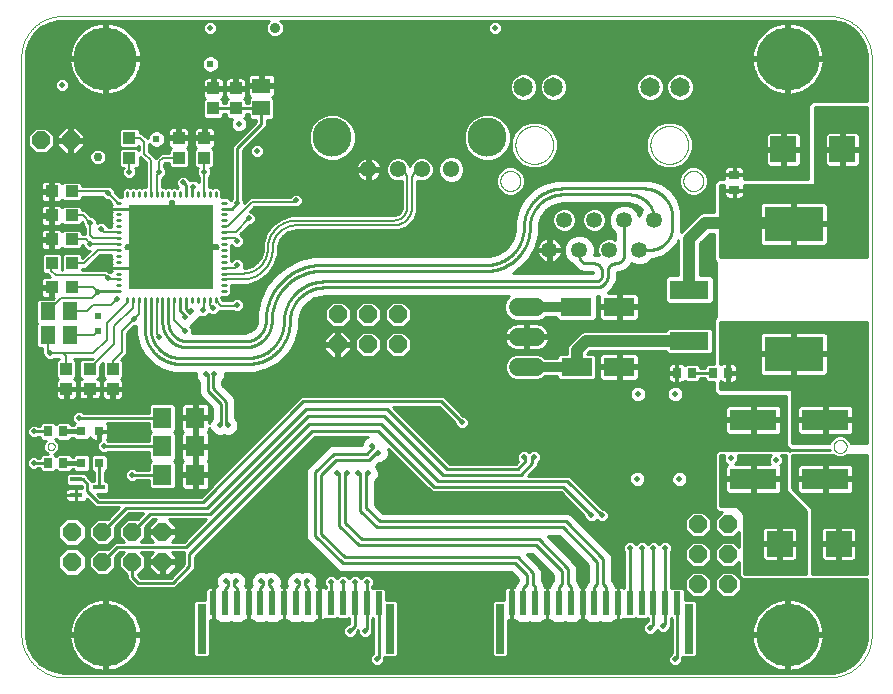
<source format=gtl>
G75*
%MOIN*%
%OFA0B0*%
%FSLAX25Y25*%
%IPPOS*%
%LPD*%
%AMOC8*
5,1,8,0,0,1.08239X$1,22.5*
%
%ADD10C,0.00000*%
%ADD11R,0.02400X0.07900*%
%ADD12R,0.02800X0.16500*%
%ADD13R,0.12992X0.06102*%
%ADD14C,0.06000*%
%ADD15R,0.02756X0.03543*%
%ADD16R,0.03150X0.03150*%
%ADD17R,0.10236X0.06299*%
%ADD18OC8,0.06000*%
%ADD19R,0.06299X0.07087*%
%ADD20R,0.04400X0.01800*%
%ADD21C,0.21000*%
%ADD22R,0.15748X0.07087*%
%ADD23R,0.03543X0.02756*%
%ADD24R,0.08600X0.08600*%
%ADD25R,0.19685X0.11811*%
%ADD26C,0.05315*%
%ADD27C,0.06496*%
%ADD28C,0.00984*%
%ADD29R,0.27953X0.27953*%
%ADD30R,0.04331X0.03937*%
%ADD31R,0.03937X0.04331*%
%ADD32R,0.05906X0.05118*%
%ADD33R,0.05118X0.05906*%
%ADD34C,0.13055*%
%ADD35C,0.05433*%
%ADD36C,0.02000*%
%ADD37C,0.02375*%
%ADD38C,0.03200*%
%ADD39C,0.01000*%
%ADD40C,0.03543*%
%ADD41C,0.00800*%
%ADD42C,0.00801*%
%ADD43C,0.02953*%
%ADD44C,0.01600*%
%ADD45C,0.01981*%
%ADD46C,0.04000*%
D10*
X0015673Y0001500D02*
X0270791Y0001500D01*
X0271133Y0001504D01*
X0271476Y0001517D01*
X0271818Y0001537D01*
X0272159Y0001566D01*
X0272499Y0001603D01*
X0272839Y0001649D01*
X0273177Y0001702D01*
X0273514Y0001764D01*
X0273849Y0001834D01*
X0274183Y0001912D01*
X0274514Y0001998D01*
X0274844Y0002092D01*
X0275171Y0002194D01*
X0275495Y0002303D01*
X0275817Y0002421D01*
X0276136Y0002546D01*
X0276451Y0002679D01*
X0276764Y0002820D01*
X0277072Y0002968D01*
X0277378Y0003123D01*
X0277679Y0003286D01*
X0277976Y0003456D01*
X0278269Y0003633D01*
X0278558Y0003818D01*
X0278842Y0004009D01*
X0279122Y0004207D01*
X0279396Y0004411D01*
X0279666Y0004623D01*
X0279930Y0004840D01*
X0280189Y0005064D01*
X0280443Y0005295D01*
X0280691Y0005531D01*
X0280933Y0005773D01*
X0281169Y0006021D01*
X0281400Y0006275D01*
X0281624Y0006534D01*
X0281841Y0006798D01*
X0282053Y0007068D01*
X0282257Y0007342D01*
X0282455Y0007622D01*
X0282646Y0007906D01*
X0282831Y0008195D01*
X0283008Y0008488D01*
X0283178Y0008785D01*
X0283341Y0009086D01*
X0283496Y0009392D01*
X0283644Y0009700D01*
X0283785Y0010013D01*
X0283918Y0010328D01*
X0284043Y0010647D01*
X0284161Y0010969D01*
X0284270Y0011293D01*
X0284372Y0011620D01*
X0284466Y0011950D01*
X0284552Y0012281D01*
X0284630Y0012615D01*
X0284700Y0012950D01*
X0284762Y0013287D01*
X0284815Y0013625D01*
X0284861Y0013965D01*
X0284898Y0014305D01*
X0284927Y0014646D01*
X0284947Y0014988D01*
X0284960Y0015331D01*
X0284964Y0015673D01*
X0284965Y0015673D02*
X0284965Y0207799D01*
X0284964Y0207799D02*
X0284960Y0208141D01*
X0284947Y0208484D01*
X0284927Y0208826D01*
X0284898Y0209167D01*
X0284861Y0209507D01*
X0284815Y0209847D01*
X0284762Y0210185D01*
X0284700Y0210522D01*
X0284630Y0210857D01*
X0284552Y0211191D01*
X0284466Y0211522D01*
X0284372Y0211852D01*
X0284270Y0212179D01*
X0284161Y0212503D01*
X0284043Y0212825D01*
X0283918Y0213144D01*
X0283785Y0213459D01*
X0283644Y0213772D01*
X0283496Y0214080D01*
X0283341Y0214386D01*
X0283178Y0214687D01*
X0283008Y0214984D01*
X0282831Y0215277D01*
X0282646Y0215566D01*
X0282455Y0215850D01*
X0282257Y0216130D01*
X0282053Y0216404D01*
X0281841Y0216674D01*
X0281624Y0216938D01*
X0281400Y0217197D01*
X0281169Y0217451D01*
X0280933Y0217699D01*
X0280691Y0217941D01*
X0280443Y0218177D01*
X0280189Y0218408D01*
X0279930Y0218632D01*
X0279666Y0218849D01*
X0279396Y0219061D01*
X0279122Y0219265D01*
X0278842Y0219463D01*
X0278558Y0219654D01*
X0278269Y0219839D01*
X0277976Y0220016D01*
X0277679Y0220186D01*
X0277378Y0220349D01*
X0277072Y0220504D01*
X0276764Y0220652D01*
X0276451Y0220793D01*
X0276136Y0220926D01*
X0275817Y0221051D01*
X0275495Y0221169D01*
X0275171Y0221278D01*
X0274844Y0221380D01*
X0274514Y0221474D01*
X0274183Y0221560D01*
X0273849Y0221638D01*
X0273514Y0221708D01*
X0273177Y0221770D01*
X0272839Y0221823D01*
X0272499Y0221869D01*
X0272159Y0221906D01*
X0271818Y0221935D01*
X0271476Y0221955D01*
X0271133Y0221968D01*
X0270791Y0221972D01*
X0015673Y0221972D01*
X0001500Y0208799D02*
X0001500Y0016673D01*
X0001492Y0016318D01*
X0001492Y0015963D01*
X0001502Y0015609D01*
X0001520Y0015254D01*
X0001546Y0014901D01*
X0001581Y0014548D01*
X0001625Y0014195D01*
X0001677Y0013845D01*
X0001737Y0013495D01*
X0001806Y0013147D01*
X0001884Y0012801D01*
X0001969Y0012456D01*
X0002063Y0012114D01*
X0002165Y0011774D01*
X0002276Y0011437D01*
X0002394Y0011103D01*
X0002521Y0010771D01*
X0002655Y0010443D01*
X0002798Y0010118D01*
X0002948Y0009797D01*
X0003106Y0009479D01*
X0003271Y0009165D01*
X0003445Y0008855D01*
X0003625Y0008550D01*
X0003813Y0008249D01*
X0004008Y0007953D01*
X0004210Y0007661D01*
X0004419Y0007375D01*
X0004635Y0007093D01*
X0004858Y0006817D01*
X0005088Y0006546D01*
X0005323Y0006281D01*
X0005566Y0006022D01*
X0005814Y0005769D01*
X0006068Y0005521D01*
X0006329Y0005280D01*
X0006595Y0005046D01*
X0006867Y0004817D01*
X0007144Y0004596D01*
X0007426Y0004381D01*
X0007714Y0004173D01*
X0008006Y0003972D01*
X0008303Y0003778D01*
X0008605Y0003592D01*
X0008911Y0003413D01*
X0009222Y0003241D01*
X0009536Y0003077D01*
X0009855Y0002920D01*
X0010177Y0002771D01*
X0010502Y0002630D01*
X0010831Y0002497D01*
X0011163Y0002372D01*
X0011498Y0002255D01*
X0011836Y0002146D01*
X0012176Y0002046D01*
X0012518Y0001953D01*
X0012863Y0001869D01*
X0013210Y0001793D01*
X0013558Y0001726D01*
X0013908Y0001667D01*
X0014259Y0001616D01*
X0014611Y0001574D01*
X0014965Y0001541D01*
X0015319Y0001516D01*
X0015673Y0001500D01*
X0010260Y0078500D02*
X0010262Y0078569D01*
X0010268Y0078637D01*
X0010278Y0078705D01*
X0010292Y0078772D01*
X0010310Y0078839D01*
X0010331Y0078904D01*
X0010357Y0078968D01*
X0010386Y0079030D01*
X0010418Y0079090D01*
X0010454Y0079149D01*
X0010494Y0079205D01*
X0010536Y0079259D01*
X0010582Y0079310D01*
X0010631Y0079359D01*
X0010682Y0079405D01*
X0010736Y0079447D01*
X0010792Y0079487D01*
X0010850Y0079523D01*
X0010911Y0079555D01*
X0010973Y0079584D01*
X0011037Y0079610D01*
X0011102Y0079631D01*
X0011169Y0079649D01*
X0011236Y0079663D01*
X0011304Y0079673D01*
X0011372Y0079679D01*
X0011441Y0079681D01*
X0011510Y0079679D01*
X0011578Y0079673D01*
X0011646Y0079663D01*
X0011713Y0079649D01*
X0011780Y0079631D01*
X0011845Y0079610D01*
X0011909Y0079584D01*
X0011971Y0079555D01*
X0012031Y0079523D01*
X0012090Y0079487D01*
X0012146Y0079447D01*
X0012200Y0079405D01*
X0012251Y0079359D01*
X0012300Y0079310D01*
X0012346Y0079259D01*
X0012388Y0079205D01*
X0012428Y0079149D01*
X0012464Y0079090D01*
X0012496Y0079030D01*
X0012525Y0078968D01*
X0012551Y0078904D01*
X0012572Y0078839D01*
X0012590Y0078772D01*
X0012604Y0078705D01*
X0012614Y0078637D01*
X0012620Y0078569D01*
X0012622Y0078500D01*
X0012620Y0078431D01*
X0012614Y0078363D01*
X0012604Y0078295D01*
X0012590Y0078228D01*
X0012572Y0078161D01*
X0012551Y0078096D01*
X0012525Y0078032D01*
X0012496Y0077970D01*
X0012464Y0077909D01*
X0012428Y0077851D01*
X0012388Y0077795D01*
X0012346Y0077741D01*
X0012300Y0077690D01*
X0012251Y0077641D01*
X0012200Y0077595D01*
X0012146Y0077553D01*
X0012090Y0077513D01*
X0012032Y0077477D01*
X0011971Y0077445D01*
X0011909Y0077416D01*
X0011845Y0077390D01*
X0011780Y0077369D01*
X0011713Y0077351D01*
X0011646Y0077337D01*
X0011578Y0077327D01*
X0011510Y0077321D01*
X0011441Y0077319D01*
X0011372Y0077321D01*
X0011304Y0077327D01*
X0011236Y0077337D01*
X0011169Y0077351D01*
X0011102Y0077369D01*
X0011037Y0077390D01*
X0010973Y0077416D01*
X0010911Y0077445D01*
X0010850Y0077477D01*
X0010792Y0077513D01*
X0010736Y0077553D01*
X0010682Y0077595D01*
X0010631Y0077641D01*
X0010582Y0077690D01*
X0010536Y0077741D01*
X0010494Y0077795D01*
X0010454Y0077851D01*
X0010418Y0077909D01*
X0010386Y0077970D01*
X0010357Y0078032D01*
X0010331Y0078096D01*
X0010310Y0078161D01*
X0010292Y0078228D01*
X0010278Y0078295D01*
X0010268Y0078363D01*
X0010262Y0078431D01*
X0010260Y0078500D01*
X0161142Y0166992D02*
X0161144Y0167107D01*
X0161150Y0167223D01*
X0161160Y0167338D01*
X0161174Y0167453D01*
X0161192Y0167567D01*
X0161214Y0167680D01*
X0161239Y0167793D01*
X0161269Y0167904D01*
X0161302Y0168015D01*
X0161339Y0168124D01*
X0161380Y0168232D01*
X0161425Y0168339D01*
X0161473Y0168444D01*
X0161525Y0168547D01*
X0161581Y0168648D01*
X0161640Y0168748D01*
X0161702Y0168845D01*
X0161768Y0168940D01*
X0161836Y0169033D01*
X0161908Y0169123D01*
X0161983Y0169211D01*
X0162062Y0169296D01*
X0162143Y0169378D01*
X0162226Y0169458D01*
X0162313Y0169534D01*
X0162402Y0169608D01*
X0162493Y0169678D01*
X0162587Y0169746D01*
X0162683Y0169810D01*
X0162782Y0169870D01*
X0162882Y0169927D01*
X0162984Y0169981D01*
X0163088Y0170031D01*
X0163194Y0170078D01*
X0163301Y0170121D01*
X0163410Y0170160D01*
X0163520Y0170195D01*
X0163631Y0170226D01*
X0163743Y0170254D01*
X0163856Y0170278D01*
X0163970Y0170298D01*
X0164085Y0170314D01*
X0164200Y0170326D01*
X0164315Y0170334D01*
X0164430Y0170338D01*
X0164546Y0170338D01*
X0164661Y0170334D01*
X0164776Y0170326D01*
X0164891Y0170314D01*
X0165006Y0170298D01*
X0165120Y0170278D01*
X0165233Y0170254D01*
X0165345Y0170226D01*
X0165456Y0170195D01*
X0165566Y0170160D01*
X0165675Y0170121D01*
X0165782Y0170078D01*
X0165888Y0170031D01*
X0165992Y0169981D01*
X0166094Y0169927D01*
X0166194Y0169870D01*
X0166293Y0169810D01*
X0166389Y0169746D01*
X0166483Y0169678D01*
X0166574Y0169608D01*
X0166663Y0169534D01*
X0166750Y0169458D01*
X0166833Y0169378D01*
X0166914Y0169296D01*
X0166993Y0169211D01*
X0167068Y0169123D01*
X0167140Y0169033D01*
X0167208Y0168940D01*
X0167274Y0168845D01*
X0167336Y0168748D01*
X0167395Y0168648D01*
X0167451Y0168547D01*
X0167503Y0168444D01*
X0167551Y0168339D01*
X0167596Y0168232D01*
X0167637Y0168124D01*
X0167674Y0168015D01*
X0167707Y0167904D01*
X0167737Y0167793D01*
X0167762Y0167680D01*
X0167784Y0167567D01*
X0167802Y0167453D01*
X0167816Y0167338D01*
X0167826Y0167223D01*
X0167832Y0167107D01*
X0167834Y0166992D01*
X0167832Y0166877D01*
X0167826Y0166761D01*
X0167816Y0166646D01*
X0167802Y0166531D01*
X0167784Y0166417D01*
X0167762Y0166304D01*
X0167737Y0166191D01*
X0167707Y0166080D01*
X0167674Y0165969D01*
X0167637Y0165860D01*
X0167596Y0165752D01*
X0167551Y0165645D01*
X0167503Y0165540D01*
X0167451Y0165437D01*
X0167395Y0165336D01*
X0167336Y0165236D01*
X0167274Y0165139D01*
X0167208Y0165044D01*
X0167140Y0164951D01*
X0167068Y0164861D01*
X0166993Y0164773D01*
X0166914Y0164688D01*
X0166833Y0164606D01*
X0166750Y0164526D01*
X0166663Y0164450D01*
X0166574Y0164376D01*
X0166483Y0164306D01*
X0166389Y0164238D01*
X0166293Y0164174D01*
X0166194Y0164114D01*
X0166094Y0164057D01*
X0165992Y0164003D01*
X0165888Y0163953D01*
X0165782Y0163906D01*
X0165675Y0163863D01*
X0165566Y0163824D01*
X0165456Y0163789D01*
X0165345Y0163758D01*
X0165233Y0163730D01*
X0165120Y0163706D01*
X0165006Y0163686D01*
X0164891Y0163670D01*
X0164776Y0163658D01*
X0164661Y0163650D01*
X0164546Y0163646D01*
X0164430Y0163646D01*
X0164315Y0163650D01*
X0164200Y0163658D01*
X0164085Y0163670D01*
X0163970Y0163686D01*
X0163856Y0163706D01*
X0163743Y0163730D01*
X0163631Y0163758D01*
X0163520Y0163789D01*
X0163410Y0163824D01*
X0163301Y0163863D01*
X0163194Y0163906D01*
X0163088Y0163953D01*
X0162984Y0164003D01*
X0162882Y0164057D01*
X0162782Y0164114D01*
X0162683Y0164174D01*
X0162587Y0164238D01*
X0162493Y0164306D01*
X0162402Y0164376D01*
X0162313Y0164450D01*
X0162226Y0164526D01*
X0162143Y0164606D01*
X0162062Y0164688D01*
X0161983Y0164773D01*
X0161908Y0164861D01*
X0161836Y0164951D01*
X0161768Y0165044D01*
X0161702Y0165139D01*
X0161640Y0165236D01*
X0161581Y0165336D01*
X0161525Y0165437D01*
X0161473Y0165540D01*
X0161425Y0165645D01*
X0161380Y0165752D01*
X0161339Y0165860D01*
X0161302Y0165969D01*
X0161269Y0166080D01*
X0161239Y0166191D01*
X0161214Y0166304D01*
X0161192Y0166417D01*
X0161174Y0166531D01*
X0161160Y0166646D01*
X0161150Y0166761D01*
X0161144Y0166877D01*
X0161142Y0166992D01*
X0166201Y0179000D02*
X0166203Y0179158D01*
X0166209Y0179316D01*
X0166219Y0179474D01*
X0166233Y0179632D01*
X0166251Y0179789D01*
X0166272Y0179946D01*
X0166298Y0180102D01*
X0166328Y0180258D01*
X0166361Y0180413D01*
X0166399Y0180566D01*
X0166440Y0180719D01*
X0166485Y0180871D01*
X0166534Y0181022D01*
X0166587Y0181171D01*
X0166643Y0181319D01*
X0166703Y0181465D01*
X0166767Y0181610D01*
X0166835Y0181753D01*
X0166906Y0181895D01*
X0166980Y0182035D01*
X0167058Y0182172D01*
X0167140Y0182308D01*
X0167224Y0182442D01*
X0167313Y0182573D01*
X0167404Y0182702D01*
X0167499Y0182829D01*
X0167596Y0182954D01*
X0167697Y0183076D01*
X0167801Y0183195D01*
X0167908Y0183312D01*
X0168018Y0183426D01*
X0168131Y0183537D01*
X0168246Y0183646D01*
X0168364Y0183751D01*
X0168485Y0183853D01*
X0168608Y0183953D01*
X0168734Y0184049D01*
X0168862Y0184142D01*
X0168992Y0184232D01*
X0169125Y0184318D01*
X0169260Y0184402D01*
X0169396Y0184481D01*
X0169535Y0184558D01*
X0169676Y0184630D01*
X0169818Y0184700D01*
X0169962Y0184765D01*
X0170108Y0184827D01*
X0170255Y0184885D01*
X0170404Y0184940D01*
X0170554Y0184991D01*
X0170705Y0185038D01*
X0170857Y0185081D01*
X0171010Y0185120D01*
X0171165Y0185156D01*
X0171320Y0185187D01*
X0171476Y0185215D01*
X0171632Y0185239D01*
X0171789Y0185259D01*
X0171947Y0185275D01*
X0172104Y0185287D01*
X0172263Y0185295D01*
X0172421Y0185299D01*
X0172579Y0185299D01*
X0172737Y0185295D01*
X0172896Y0185287D01*
X0173053Y0185275D01*
X0173211Y0185259D01*
X0173368Y0185239D01*
X0173524Y0185215D01*
X0173680Y0185187D01*
X0173835Y0185156D01*
X0173990Y0185120D01*
X0174143Y0185081D01*
X0174295Y0185038D01*
X0174446Y0184991D01*
X0174596Y0184940D01*
X0174745Y0184885D01*
X0174892Y0184827D01*
X0175038Y0184765D01*
X0175182Y0184700D01*
X0175324Y0184630D01*
X0175465Y0184558D01*
X0175604Y0184481D01*
X0175740Y0184402D01*
X0175875Y0184318D01*
X0176008Y0184232D01*
X0176138Y0184142D01*
X0176266Y0184049D01*
X0176392Y0183953D01*
X0176515Y0183853D01*
X0176636Y0183751D01*
X0176754Y0183646D01*
X0176869Y0183537D01*
X0176982Y0183426D01*
X0177092Y0183312D01*
X0177199Y0183195D01*
X0177303Y0183076D01*
X0177404Y0182954D01*
X0177501Y0182829D01*
X0177596Y0182702D01*
X0177687Y0182573D01*
X0177776Y0182442D01*
X0177860Y0182308D01*
X0177942Y0182172D01*
X0178020Y0182035D01*
X0178094Y0181895D01*
X0178165Y0181753D01*
X0178233Y0181610D01*
X0178297Y0181465D01*
X0178357Y0181319D01*
X0178413Y0181171D01*
X0178466Y0181022D01*
X0178515Y0180871D01*
X0178560Y0180719D01*
X0178601Y0180566D01*
X0178639Y0180413D01*
X0178672Y0180258D01*
X0178702Y0180102D01*
X0178728Y0179946D01*
X0178749Y0179789D01*
X0178767Y0179632D01*
X0178781Y0179474D01*
X0178791Y0179316D01*
X0178797Y0179158D01*
X0178799Y0179000D01*
X0178797Y0178842D01*
X0178791Y0178684D01*
X0178781Y0178526D01*
X0178767Y0178368D01*
X0178749Y0178211D01*
X0178728Y0178054D01*
X0178702Y0177898D01*
X0178672Y0177742D01*
X0178639Y0177587D01*
X0178601Y0177434D01*
X0178560Y0177281D01*
X0178515Y0177129D01*
X0178466Y0176978D01*
X0178413Y0176829D01*
X0178357Y0176681D01*
X0178297Y0176535D01*
X0178233Y0176390D01*
X0178165Y0176247D01*
X0178094Y0176105D01*
X0178020Y0175965D01*
X0177942Y0175828D01*
X0177860Y0175692D01*
X0177776Y0175558D01*
X0177687Y0175427D01*
X0177596Y0175298D01*
X0177501Y0175171D01*
X0177404Y0175046D01*
X0177303Y0174924D01*
X0177199Y0174805D01*
X0177092Y0174688D01*
X0176982Y0174574D01*
X0176869Y0174463D01*
X0176754Y0174354D01*
X0176636Y0174249D01*
X0176515Y0174147D01*
X0176392Y0174047D01*
X0176266Y0173951D01*
X0176138Y0173858D01*
X0176008Y0173768D01*
X0175875Y0173682D01*
X0175740Y0173598D01*
X0175604Y0173519D01*
X0175465Y0173442D01*
X0175324Y0173370D01*
X0175182Y0173300D01*
X0175038Y0173235D01*
X0174892Y0173173D01*
X0174745Y0173115D01*
X0174596Y0173060D01*
X0174446Y0173009D01*
X0174295Y0172962D01*
X0174143Y0172919D01*
X0173990Y0172880D01*
X0173835Y0172844D01*
X0173680Y0172813D01*
X0173524Y0172785D01*
X0173368Y0172761D01*
X0173211Y0172741D01*
X0173053Y0172725D01*
X0172896Y0172713D01*
X0172737Y0172705D01*
X0172579Y0172701D01*
X0172421Y0172701D01*
X0172263Y0172705D01*
X0172104Y0172713D01*
X0171947Y0172725D01*
X0171789Y0172741D01*
X0171632Y0172761D01*
X0171476Y0172785D01*
X0171320Y0172813D01*
X0171165Y0172844D01*
X0171010Y0172880D01*
X0170857Y0172919D01*
X0170705Y0172962D01*
X0170554Y0173009D01*
X0170404Y0173060D01*
X0170255Y0173115D01*
X0170108Y0173173D01*
X0169962Y0173235D01*
X0169818Y0173300D01*
X0169676Y0173370D01*
X0169535Y0173442D01*
X0169396Y0173519D01*
X0169260Y0173598D01*
X0169125Y0173682D01*
X0168992Y0173768D01*
X0168862Y0173858D01*
X0168734Y0173951D01*
X0168608Y0174047D01*
X0168485Y0174147D01*
X0168364Y0174249D01*
X0168246Y0174354D01*
X0168131Y0174463D01*
X0168018Y0174574D01*
X0167908Y0174688D01*
X0167801Y0174805D01*
X0167697Y0174924D01*
X0167596Y0175046D01*
X0167499Y0175171D01*
X0167404Y0175298D01*
X0167313Y0175427D01*
X0167224Y0175558D01*
X0167140Y0175692D01*
X0167058Y0175828D01*
X0166980Y0175965D01*
X0166906Y0176105D01*
X0166835Y0176247D01*
X0166767Y0176390D01*
X0166703Y0176535D01*
X0166643Y0176681D01*
X0166587Y0176829D01*
X0166534Y0176978D01*
X0166485Y0177129D01*
X0166440Y0177281D01*
X0166399Y0177434D01*
X0166361Y0177587D01*
X0166328Y0177742D01*
X0166298Y0177898D01*
X0166272Y0178054D01*
X0166251Y0178211D01*
X0166233Y0178368D01*
X0166219Y0178526D01*
X0166209Y0178684D01*
X0166203Y0178842D01*
X0166201Y0179000D01*
X0211201Y0179000D02*
X0211203Y0179158D01*
X0211209Y0179316D01*
X0211219Y0179474D01*
X0211233Y0179632D01*
X0211251Y0179789D01*
X0211272Y0179946D01*
X0211298Y0180102D01*
X0211328Y0180258D01*
X0211361Y0180413D01*
X0211399Y0180566D01*
X0211440Y0180719D01*
X0211485Y0180871D01*
X0211534Y0181022D01*
X0211587Y0181171D01*
X0211643Y0181319D01*
X0211703Y0181465D01*
X0211767Y0181610D01*
X0211835Y0181753D01*
X0211906Y0181895D01*
X0211980Y0182035D01*
X0212058Y0182172D01*
X0212140Y0182308D01*
X0212224Y0182442D01*
X0212313Y0182573D01*
X0212404Y0182702D01*
X0212499Y0182829D01*
X0212596Y0182954D01*
X0212697Y0183076D01*
X0212801Y0183195D01*
X0212908Y0183312D01*
X0213018Y0183426D01*
X0213131Y0183537D01*
X0213246Y0183646D01*
X0213364Y0183751D01*
X0213485Y0183853D01*
X0213608Y0183953D01*
X0213734Y0184049D01*
X0213862Y0184142D01*
X0213992Y0184232D01*
X0214125Y0184318D01*
X0214260Y0184402D01*
X0214396Y0184481D01*
X0214535Y0184558D01*
X0214676Y0184630D01*
X0214818Y0184700D01*
X0214962Y0184765D01*
X0215108Y0184827D01*
X0215255Y0184885D01*
X0215404Y0184940D01*
X0215554Y0184991D01*
X0215705Y0185038D01*
X0215857Y0185081D01*
X0216010Y0185120D01*
X0216165Y0185156D01*
X0216320Y0185187D01*
X0216476Y0185215D01*
X0216632Y0185239D01*
X0216789Y0185259D01*
X0216947Y0185275D01*
X0217104Y0185287D01*
X0217263Y0185295D01*
X0217421Y0185299D01*
X0217579Y0185299D01*
X0217737Y0185295D01*
X0217896Y0185287D01*
X0218053Y0185275D01*
X0218211Y0185259D01*
X0218368Y0185239D01*
X0218524Y0185215D01*
X0218680Y0185187D01*
X0218835Y0185156D01*
X0218990Y0185120D01*
X0219143Y0185081D01*
X0219295Y0185038D01*
X0219446Y0184991D01*
X0219596Y0184940D01*
X0219745Y0184885D01*
X0219892Y0184827D01*
X0220038Y0184765D01*
X0220182Y0184700D01*
X0220324Y0184630D01*
X0220465Y0184558D01*
X0220604Y0184481D01*
X0220740Y0184402D01*
X0220875Y0184318D01*
X0221008Y0184232D01*
X0221138Y0184142D01*
X0221266Y0184049D01*
X0221392Y0183953D01*
X0221515Y0183853D01*
X0221636Y0183751D01*
X0221754Y0183646D01*
X0221869Y0183537D01*
X0221982Y0183426D01*
X0222092Y0183312D01*
X0222199Y0183195D01*
X0222303Y0183076D01*
X0222404Y0182954D01*
X0222501Y0182829D01*
X0222596Y0182702D01*
X0222687Y0182573D01*
X0222776Y0182442D01*
X0222860Y0182308D01*
X0222942Y0182172D01*
X0223020Y0182035D01*
X0223094Y0181895D01*
X0223165Y0181753D01*
X0223233Y0181610D01*
X0223297Y0181465D01*
X0223357Y0181319D01*
X0223413Y0181171D01*
X0223466Y0181022D01*
X0223515Y0180871D01*
X0223560Y0180719D01*
X0223601Y0180566D01*
X0223639Y0180413D01*
X0223672Y0180258D01*
X0223702Y0180102D01*
X0223728Y0179946D01*
X0223749Y0179789D01*
X0223767Y0179632D01*
X0223781Y0179474D01*
X0223791Y0179316D01*
X0223797Y0179158D01*
X0223799Y0179000D01*
X0223797Y0178842D01*
X0223791Y0178684D01*
X0223781Y0178526D01*
X0223767Y0178368D01*
X0223749Y0178211D01*
X0223728Y0178054D01*
X0223702Y0177898D01*
X0223672Y0177742D01*
X0223639Y0177587D01*
X0223601Y0177434D01*
X0223560Y0177281D01*
X0223515Y0177129D01*
X0223466Y0176978D01*
X0223413Y0176829D01*
X0223357Y0176681D01*
X0223297Y0176535D01*
X0223233Y0176390D01*
X0223165Y0176247D01*
X0223094Y0176105D01*
X0223020Y0175965D01*
X0222942Y0175828D01*
X0222860Y0175692D01*
X0222776Y0175558D01*
X0222687Y0175427D01*
X0222596Y0175298D01*
X0222501Y0175171D01*
X0222404Y0175046D01*
X0222303Y0174924D01*
X0222199Y0174805D01*
X0222092Y0174688D01*
X0221982Y0174574D01*
X0221869Y0174463D01*
X0221754Y0174354D01*
X0221636Y0174249D01*
X0221515Y0174147D01*
X0221392Y0174047D01*
X0221266Y0173951D01*
X0221138Y0173858D01*
X0221008Y0173768D01*
X0220875Y0173682D01*
X0220740Y0173598D01*
X0220604Y0173519D01*
X0220465Y0173442D01*
X0220324Y0173370D01*
X0220182Y0173300D01*
X0220038Y0173235D01*
X0219892Y0173173D01*
X0219745Y0173115D01*
X0219596Y0173060D01*
X0219446Y0173009D01*
X0219295Y0172962D01*
X0219143Y0172919D01*
X0218990Y0172880D01*
X0218835Y0172844D01*
X0218680Y0172813D01*
X0218524Y0172785D01*
X0218368Y0172761D01*
X0218211Y0172741D01*
X0218053Y0172725D01*
X0217896Y0172713D01*
X0217737Y0172705D01*
X0217579Y0172701D01*
X0217421Y0172701D01*
X0217263Y0172705D01*
X0217104Y0172713D01*
X0216947Y0172725D01*
X0216789Y0172741D01*
X0216632Y0172761D01*
X0216476Y0172785D01*
X0216320Y0172813D01*
X0216165Y0172844D01*
X0216010Y0172880D01*
X0215857Y0172919D01*
X0215705Y0172962D01*
X0215554Y0173009D01*
X0215404Y0173060D01*
X0215255Y0173115D01*
X0215108Y0173173D01*
X0214962Y0173235D01*
X0214818Y0173300D01*
X0214676Y0173370D01*
X0214535Y0173442D01*
X0214396Y0173519D01*
X0214260Y0173598D01*
X0214125Y0173682D01*
X0213992Y0173768D01*
X0213862Y0173858D01*
X0213734Y0173951D01*
X0213608Y0174047D01*
X0213485Y0174147D01*
X0213364Y0174249D01*
X0213246Y0174354D01*
X0213131Y0174463D01*
X0213018Y0174574D01*
X0212908Y0174688D01*
X0212801Y0174805D01*
X0212697Y0174924D01*
X0212596Y0175046D01*
X0212499Y0175171D01*
X0212404Y0175298D01*
X0212313Y0175427D01*
X0212224Y0175558D01*
X0212140Y0175692D01*
X0212058Y0175828D01*
X0211980Y0175965D01*
X0211906Y0176105D01*
X0211835Y0176247D01*
X0211767Y0176390D01*
X0211703Y0176535D01*
X0211643Y0176681D01*
X0211587Y0176829D01*
X0211534Y0176978D01*
X0211485Y0177129D01*
X0211440Y0177281D01*
X0211399Y0177434D01*
X0211361Y0177587D01*
X0211328Y0177742D01*
X0211298Y0177898D01*
X0211272Y0178054D01*
X0211251Y0178211D01*
X0211233Y0178368D01*
X0211219Y0178526D01*
X0211209Y0178684D01*
X0211203Y0178842D01*
X0211201Y0179000D01*
X0222166Y0166992D02*
X0222168Y0167107D01*
X0222174Y0167223D01*
X0222184Y0167338D01*
X0222198Y0167453D01*
X0222216Y0167567D01*
X0222238Y0167680D01*
X0222263Y0167793D01*
X0222293Y0167904D01*
X0222326Y0168015D01*
X0222363Y0168124D01*
X0222404Y0168232D01*
X0222449Y0168339D01*
X0222497Y0168444D01*
X0222549Y0168547D01*
X0222605Y0168648D01*
X0222664Y0168748D01*
X0222726Y0168845D01*
X0222792Y0168940D01*
X0222860Y0169033D01*
X0222932Y0169123D01*
X0223007Y0169211D01*
X0223086Y0169296D01*
X0223167Y0169378D01*
X0223250Y0169458D01*
X0223337Y0169534D01*
X0223426Y0169608D01*
X0223517Y0169678D01*
X0223611Y0169746D01*
X0223707Y0169810D01*
X0223806Y0169870D01*
X0223906Y0169927D01*
X0224008Y0169981D01*
X0224112Y0170031D01*
X0224218Y0170078D01*
X0224325Y0170121D01*
X0224434Y0170160D01*
X0224544Y0170195D01*
X0224655Y0170226D01*
X0224767Y0170254D01*
X0224880Y0170278D01*
X0224994Y0170298D01*
X0225109Y0170314D01*
X0225224Y0170326D01*
X0225339Y0170334D01*
X0225454Y0170338D01*
X0225570Y0170338D01*
X0225685Y0170334D01*
X0225800Y0170326D01*
X0225915Y0170314D01*
X0226030Y0170298D01*
X0226144Y0170278D01*
X0226257Y0170254D01*
X0226369Y0170226D01*
X0226480Y0170195D01*
X0226590Y0170160D01*
X0226699Y0170121D01*
X0226806Y0170078D01*
X0226912Y0170031D01*
X0227016Y0169981D01*
X0227118Y0169927D01*
X0227218Y0169870D01*
X0227317Y0169810D01*
X0227413Y0169746D01*
X0227507Y0169678D01*
X0227598Y0169608D01*
X0227687Y0169534D01*
X0227774Y0169458D01*
X0227857Y0169378D01*
X0227938Y0169296D01*
X0228017Y0169211D01*
X0228092Y0169123D01*
X0228164Y0169033D01*
X0228232Y0168940D01*
X0228298Y0168845D01*
X0228360Y0168748D01*
X0228419Y0168648D01*
X0228475Y0168547D01*
X0228527Y0168444D01*
X0228575Y0168339D01*
X0228620Y0168232D01*
X0228661Y0168124D01*
X0228698Y0168015D01*
X0228731Y0167904D01*
X0228761Y0167793D01*
X0228786Y0167680D01*
X0228808Y0167567D01*
X0228826Y0167453D01*
X0228840Y0167338D01*
X0228850Y0167223D01*
X0228856Y0167107D01*
X0228858Y0166992D01*
X0228856Y0166877D01*
X0228850Y0166761D01*
X0228840Y0166646D01*
X0228826Y0166531D01*
X0228808Y0166417D01*
X0228786Y0166304D01*
X0228761Y0166191D01*
X0228731Y0166080D01*
X0228698Y0165969D01*
X0228661Y0165860D01*
X0228620Y0165752D01*
X0228575Y0165645D01*
X0228527Y0165540D01*
X0228475Y0165437D01*
X0228419Y0165336D01*
X0228360Y0165236D01*
X0228298Y0165139D01*
X0228232Y0165044D01*
X0228164Y0164951D01*
X0228092Y0164861D01*
X0228017Y0164773D01*
X0227938Y0164688D01*
X0227857Y0164606D01*
X0227774Y0164526D01*
X0227687Y0164450D01*
X0227598Y0164376D01*
X0227507Y0164306D01*
X0227413Y0164238D01*
X0227317Y0164174D01*
X0227218Y0164114D01*
X0227118Y0164057D01*
X0227016Y0164003D01*
X0226912Y0163953D01*
X0226806Y0163906D01*
X0226699Y0163863D01*
X0226590Y0163824D01*
X0226480Y0163789D01*
X0226369Y0163758D01*
X0226257Y0163730D01*
X0226144Y0163706D01*
X0226030Y0163686D01*
X0225915Y0163670D01*
X0225800Y0163658D01*
X0225685Y0163650D01*
X0225570Y0163646D01*
X0225454Y0163646D01*
X0225339Y0163650D01*
X0225224Y0163658D01*
X0225109Y0163670D01*
X0224994Y0163686D01*
X0224880Y0163706D01*
X0224767Y0163730D01*
X0224655Y0163758D01*
X0224544Y0163789D01*
X0224434Y0163824D01*
X0224325Y0163863D01*
X0224218Y0163906D01*
X0224112Y0163953D01*
X0224008Y0164003D01*
X0223906Y0164057D01*
X0223806Y0164114D01*
X0223707Y0164174D01*
X0223611Y0164238D01*
X0223517Y0164306D01*
X0223426Y0164376D01*
X0223337Y0164450D01*
X0223250Y0164526D01*
X0223167Y0164606D01*
X0223086Y0164688D01*
X0223007Y0164773D01*
X0222932Y0164861D01*
X0222860Y0164951D01*
X0222792Y0165044D01*
X0222726Y0165139D01*
X0222664Y0165236D01*
X0222605Y0165336D01*
X0222549Y0165437D01*
X0222497Y0165540D01*
X0222449Y0165645D01*
X0222404Y0165752D01*
X0222363Y0165860D01*
X0222326Y0165969D01*
X0222293Y0166080D01*
X0222263Y0166191D01*
X0222238Y0166304D01*
X0222216Y0166417D01*
X0222198Y0166531D01*
X0222184Y0166646D01*
X0222174Y0166761D01*
X0222168Y0166877D01*
X0222166Y0166992D01*
X0272268Y0078500D02*
X0272270Y0078593D01*
X0272276Y0078685D01*
X0272286Y0078777D01*
X0272300Y0078868D01*
X0272317Y0078959D01*
X0272339Y0079049D01*
X0272364Y0079138D01*
X0272393Y0079226D01*
X0272426Y0079312D01*
X0272463Y0079397D01*
X0272503Y0079481D01*
X0272547Y0079562D01*
X0272594Y0079642D01*
X0272644Y0079720D01*
X0272698Y0079795D01*
X0272755Y0079868D01*
X0272815Y0079938D01*
X0272878Y0080006D01*
X0272944Y0080071D01*
X0273012Y0080133D01*
X0273083Y0080193D01*
X0273157Y0080249D01*
X0273233Y0080302D01*
X0273311Y0080351D01*
X0273391Y0080398D01*
X0273473Y0080440D01*
X0273557Y0080480D01*
X0273642Y0080515D01*
X0273729Y0080547D01*
X0273817Y0080576D01*
X0273906Y0080600D01*
X0273996Y0080621D01*
X0274087Y0080637D01*
X0274179Y0080650D01*
X0274271Y0080659D01*
X0274364Y0080664D01*
X0274456Y0080665D01*
X0274549Y0080662D01*
X0274641Y0080655D01*
X0274733Y0080644D01*
X0274824Y0080629D01*
X0274915Y0080611D01*
X0275005Y0080588D01*
X0275093Y0080562D01*
X0275181Y0080532D01*
X0275267Y0080498D01*
X0275351Y0080461D01*
X0275434Y0080419D01*
X0275515Y0080375D01*
X0275595Y0080327D01*
X0275672Y0080276D01*
X0275746Y0080221D01*
X0275819Y0080163D01*
X0275889Y0080103D01*
X0275956Y0080039D01*
X0276020Y0079973D01*
X0276082Y0079903D01*
X0276140Y0079832D01*
X0276195Y0079758D01*
X0276247Y0079681D01*
X0276296Y0079602D01*
X0276342Y0079522D01*
X0276384Y0079439D01*
X0276422Y0079355D01*
X0276457Y0079269D01*
X0276488Y0079182D01*
X0276515Y0079094D01*
X0276538Y0079004D01*
X0276558Y0078914D01*
X0276574Y0078823D01*
X0276586Y0078731D01*
X0276594Y0078639D01*
X0276598Y0078546D01*
X0276598Y0078454D01*
X0276594Y0078361D01*
X0276586Y0078269D01*
X0276574Y0078177D01*
X0276558Y0078086D01*
X0276538Y0077996D01*
X0276515Y0077906D01*
X0276488Y0077818D01*
X0276457Y0077731D01*
X0276422Y0077645D01*
X0276384Y0077561D01*
X0276342Y0077478D01*
X0276296Y0077398D01*
X0276247Y0077319D01*
X0276195Y0077242D01*
X0276140Y0077168D01*
X0276082Y0077097D01*
X0276020Y0077027D01*
X0275956Y0076961D01*
X0275889Y0076897D01*
X0275819Y0076837D01*
X0275746Y0076779D01*
X0275672Y0076724D01*
X0275595Y0076673D01*
X0275516Y0076625D01*
X0275434Y0076581D01*
X0275351Y0076539D01*
X0275267Y0076502D01*
X0275181Y0076468D01*
X0275093Y0076438D01*
X0275005Y0076412D01*
X0274915Y0076389D01*
X0274824Y0076371D01*
X0274733Y0076356D01*
X0274641Y0076345D01*
X0274549Y0076338D01*
X0274456Y0076335D01*
X0274364Y0076336D01*
X0274271Y0076341D01*
X0274179Y0076350D01*
X0274087Y0076363D01*
X0273996Y0076379D01*
X0273906Y0076400D01*
X0273817Y0076424D01*
X0273729Y0076453D01*
X0273642Y0076485D01*
X0273557Y0076520D01*
X0273473Y0076560D01*
X0273391Y0076602D01*
X0273311Y0076649D01*
X0273233Y0076698D01*
X0273157Y0076751D01*
X0273083Y0076807D01*
X0273012Y0076867D01*
X0272944Y0076929D01*
X0272878Y0076994D01*
X0272815Y0077062D01*
X0272755Y0077132D01*
X0272698Y0077205D01*
X0272644Y0077280D01*
X0272594Y0077358D01*
X0272547Y0077438D01*
X0272503Y0077519D01*
X0272463Y0077603D01*
X0272426Y0077688D01*
X0272393Y0077774D01*
X0272364Y0077862D01*
X0272339Y0077951D01*
X0272317Y0078041D01*
X0272300Y0078132D01*
X0272286Y0078223D01*
X0272276Y0078315D01*
X0272270Y0078407D01*
X0272268Y0078500D01*
X0015673Y0221972D02*
X0015342Y0221980D01*
X0015012Y0221980D01*
X0014681Y0221972D01*
X0014351Y0221956D01*
X0014021Y0221932D01*
X0013692Y0221901D01*
X0013364Y0221861D01*
X0013037Y0221813D01*
X0012711Y0221758D01*
X0012386Y0221694D01*
X0012063Y0221623D01*
X0011742Y0221544D01*
X0011423Y0221457D01*
X0011107Y0221363D01*
X0010792Y0221261D01*
X0010480Y0221151D01*
X0010171Y0221034D01*
X0009865Y0220909D01*
X0009562Y0220777D01*
X0009262Y0220638D01*
X0008965Y0220492D01*
X0008672Y0220338D01*
X0008383Y0220177D01*
X0008098Y0220010D01*
X0007817Y0219836D01*
X0007541Y0219654D01*
X0007269Y0219467D01*
X0007001Y0219272D01*
X0006738Y0219072D01*
X0006480Y0218865D01*
X0006228Y0218652D01*
X0005980Y0218433D01*
X0005738Y0218207D01*
X0005501Y0217977D01*
X0005270Y0217740D01*
X0005045Y0217498D01*
X0004826Y0217251D01*
X0004612Y0216998D01*
X0004405Y0216740D01*
X0004204Y0216478D01*
X0004010Y0216210D01*
X0003822Y0215938D01*
X0003641Y0215662D01*
X0003466Y0215381D01*
X0003299Y0215096D01*
X0003138Y0214807D01*
X0002984Y0214514D01*
X0002838Y0214218D01*
X0002698Y0213918D01*
X0002566Y0213615D01*
X0002441Y0213309D01*
X0002324Y0213000D01*
X0002214Y0212688D01*
X0002112Y0212373D01*
X0002017Y0212057D01*
X0001930Y0211738D01*
X0001851Y0211417D01*
X0001779Y0211094D01*
X0001716Y0210769D01*
X0001660Y0210443D01*
X0001612Y0210116D01*
X0001572Y0209788D01*
X0001540Y0209459D01*
X0001516Y0209129D01*
X0001500Y0208799D01*
D11*
X0065500Y0026200D03*
X0069400Y0026200D03*
X0073300Y0026200D03*
X0077300Y0026200D03*
X0081200Y0026200D03*
X0085200Y0026200D03*
X0089100Y0026200D03*
X0093000Y0026200D03*
X0097000Y0026200D03*
X0100900Y0026200D03*
X0104800Y0026200D03*
X0108800Y0026200D03*
X0112700Y0026200D03*
X0116700Y0026200D03*
X0120600Y0026200D03*
X0165000Y0026200D03*
X0168900Y0026200D03*
X0172800Y0026200D03*
X0176800Y0026200D03*
X0180700Y0026200D03*
X0184700Y0026200D03*
X0188600Y0026200D03*
X0192500Y0026200D03*
X0196500Y0026200D03*
X0200400Y0026200D03*
X0204300Y0026200D03*
X0208300Y0026200D03*
X0212200Y0026200D03*
X0216200Y0026200D03*
X0220100Y0026200D03*
D12*
X0224000Y0017800D03*
X0161100Y0017800D03*
X0124500Y0017800D03*
X0061600Y0017800D03*
D13*
X0224200Y0113598D03*
X0224200Y0130802D03*
D14*
X0173000Y0125000D02*
X0167000Y0125000D01*
X0167000Y0115000D02*
X0173000Y0115000D01*
X0173000Y0105000D02*
X0167000Y0105000D01*
D15*
X0219941Y0103000D03*
X0225059Y0103000D03*
X0231941Y0103000D03*
X0237059Y0103000D03*
X0015559Y0083500D03*
X0010441Y0083500D03*
X0010441Y0073000D03*
X0015559Y0073000D03*
D16*
X0021547Y0073000D03*
X0027453Y0073000D03*
X0027453Y0083500D03*
X0021547Y0083500D03*
D17*
X0186613Y0105000D03*
X0200787Y0105000D03*
X0200737Y0125000D03*
X0186563Y0125000D03*
D18*
X0127000Y0122500D03*
X0127000Y0112500D03*
X0117000Y0112500D03*
X0107000Y0112500D03*
X0107000Y0122500D03*
X0117000Y0122500D03*
X0048500Y0050000D03*
X0038500Y0050000D03*
X0028500Y0050000D03*
X0018500Y0050000D03*
X0018500Y0040000D03*
X0028500Y0040000D03*
X0038500Y0040000D03*
X0048500Y0040000D03*
X0018000Y0180500D03*
X0008000Y0180500D03*
X0227000Y0052500D03*
X0237000Y0052500D03*
X0237000Y0042500D03*
X0227000Y0042500D03*
X0227000Y0032500D03*
X0237000Y0032500D03*
D19*
X0059512Y0069000D03*
X0048488Y0069000D03*
X0048488Y0078500D03*
X0048488Y0088000D03*
X0059512Y0088000D03*
X0059512Y0078500D03*
D20*
X0027400Y0064950D03*
X0019800Y0062350D03*
X0019800Y0067550D03*
D21*
X0029453Y0015673D03*
X0257012Y0015673D03*
X0257012Y0207799D03*
X0029453Y0207799D03*
D22*
X0245500Y0087343D03*
X0245500Y0067657D03*
X0269500Y0067657D03*
X0269500Y0087343D03*
D23*
X0239150Y0163941D03*
X0239150Y0169059D03*
D24*
X0255500Y0177500D03*
X0275185Y0177500D03*
X0274000Y0046000D03*
X0254315Y0046000D03*
D25*
X0259000Y0109346D03*
X0259000Y0152654D03*
D26*
X0212520Y0154000D03*
X0202520Y0154000D03*
X0192520Y0154000D03*
X0182520Y0154000D03*
X0187520Y0144000D03*
X0197520Y0144000D03*
X0207520Y0144000D03*
X0177520Y0144000D03*
D27*
X0178898Y0198291D03*
X0168898Y0198291D03*
X0211102Y0198291D03*
X0221102Y0198291D03*
D28*
X0069716Y0159764D02*
X0068536Y0159764D01*
X0068536Y0157795D02*
X0069716Y0157795D01*
X0069716Y0155827D02*
X0068536Y0155827D01*
X0068536Y0153858D02*
X0069716Y0153858D01*
X0069716Y0151890D02*
X0068536Y0151890D01*
X0068536Y0149921D02*
X0069716Y0149921D01*
X0069716Y0147953D02*
X0068536Y0147953D01*
X0068536Y0145984D02*
X0069716Y0145984D01*
X0069716Y0144016D02*
X0068536Y0144016D01*
X0068536Y0142047D02*
X0069716Y0142047D01*
X0069716Y0140079D02*
X0068536Y0140079D01*
X0068536Y0138110D02*
X0069716Y0138110D01*
X0069716Y0136142D02*
X0068536Y0136142D01*
X0068536Y0134173D02*
X0069716Y0134173D01*
X0069716Y0132205D02*
X0068536Y0132205D01*
X0068536Y0130236D02*
X0069716Y0130236D01*
X0066264Y0127964D02*
X0066264Y0126784D01*
X0064295Y0126784D02*
X0064295Y0127964D01*
X0062327Y0127964D02*
X0062327Y0126784D01*
X0060358Y0126784D02*
X0060358Y0127964D01*
X0058390Y0127964D02*
X0058390Y0126784D01*
X0056421Y0126784D02*
X0056421Y0127964D01*
X0054453Y0127964D02*
X0054453Y0126784D01*
X0052484Y0126784D02*
X0052484Y0127964D01*
X0050516Y0127964D02*
X0050516Y0126784D01*
X0048547Y0126784D02*
X0048547Y0127964D01*
X0046579Y0127964D02*
X0046579Y0126784D01*
X0044610Y0126784D02*
X0044610Y0127964D01*
X0042642Y0127964D02*
X0042642Y0126784D01*
X0040673Y0126784D02*
X0040673Y0127964D01*
X0038705Y0127964D02*
X0038705Y0126784D01*
X0036736Y0126784D02*
X0036736Y0127964D01*
X0034464Y0130236D02*
X0033284Y0130236D01*
X0033284Y0132205D02*
X0034464Y0132205D01*
X0034464Y0134173D02*
X0033284Y0134173D01*
X0033284Y0136142D02*
X0034464Y0136142D01*
X0034464Y0138110D02*
X0033284Y0138110D01*
X0033284Y0140079D02*
X0034464Y0140079D01*
X0034464Y0142047D02*
X0033284Y0142047D01*
X0033284Y0144016D02*
X0034464Y0144016D01*
X0034464Y0145984D02*
X0033284Y0145984D01*
X0033284Y0147953D02*
X0034464Y0147953D01*
X0034464Y0149921D02*
X0033284Y0149921D01*
X0033284Y0151890D02*
X0034464Y0151890D01*
X0034464Y0153858D02*
X0033284Y0153858D01*
X0033284Y0155827D02*
X0034464Y0155827D01*
X0034464Y0157795D02*
X0033284Y0157795D01*
X0033284Y0159764D02*
X0034464Y0159764D01*
X0036736Y0162036D02*
X0036736Y0163216D01*
X0038705Y0163216D02*
X0038705Y0162036D01*
X0040673Y0162036D02*
X0040673Y0163216D01*
X0042642Y0163216D02*
X0042642Y0162036D01*
X0044610Y0162036D02*
X0044610Y0163216D01*
X0046579Y0163216D02*
X0046579Y0162036D01*
X0048547Y0162036D02*
X0048547Y0163216D01*
X0050516Y0163216D02*
X0050516Y0162036D01*
X0052484Y0162036D02*
X0052484Y0163216D01*
X0054453Y0163216D02*
X0054453Y0162036D01*
X0056421Y0162036D02*
X0056421Y0163216D01*
X0058390Y0163216D02*
X0058390Y0162036D01*
X0060358Y0162036D02*
X0060358Y0163216D01*
X0062327Y0163216D02*
X0062327Y0162036D01*
X0064295Y0162036D02*
X0064295Y0163216D01*
X0066264Y0163216D02*
X0066264Y0162036D01*
D29*
X0051500Y0145000D03*
D30*
X0018346Y0147500D03*
X0011654Y0147500D03*
X0011654Y0155500D03*
X0018346Y0155500D03*
X0018346Y0163500D03*
X0011654Y0163500D03*
X0037500Y0174654D03*
X0037500Y0181346D03*
X0018346Y0131500D03*
X0011654Y0131500D03*
X0024250Y0104346D03*
X0024250Y0097654D03*
D31*
X0016500Y0097654D03*
X0016500Y0104346D03*
X0032000Y0104346D03*
X0032000Y0097654D03*
X0018346Y0139500D03*
X0011654Y0139500D03*
X0054000Y0174654D03*
X0054000Y0181346D03*
X0062500Y0181346D03*
X0062500Y0174654D03*
X0065500Y0191154D03*
X0065500Y0197846D03*
X0073000Y0197846D03*
X0073000Y0191154D03*
D32*
X0081500Y0191260D03*
X0081500Y0198740D03*
D33*
X0017740Y0123500D03*
X0010260Y0123500D03*
X0010260Y0115600D03*
X0017740Y0115600D03*
D34*
X0105134Y0181500D03*
X0156866Y0181500D03*
D35*
X0144780Y0170870D03*
X0134937Y0170870D03*
X0127063Y0170870D03*
X0117220Y0170870D03*
D36*
X0122500Y0176000D03*
X0125000Y0187500D03*
X0114500Y0186500D03*
X0096000Y0186500D03*
X0086000Y0183500D03*
X0085000Y0176000D03*
X0080000Y0177000D03*
X0078500Y0170500D03*
X0089500Y0166000D03*
X0093000Y0160500D03*
X0099500Y0158000D03*
X0097000Y0148000D03*
X0111500Y0146500D03*
X0116000Y0157500D03*
X0125500Y0163000D03*
X0137000Y0163000D03*
X0152500Y0171000D03*
X0165000Y0158500D03*
X0153500Y0156500D03*
X0160500Y0147000D03*
X0172000Y0141000D03*
X0176500Y0152000D03*
X0173000Y0167500D03*
X0185000Y0175500D03*
X0182000Y0185500D03*
X0185000Y0193500D03*
X0200000Y0194000D03*
X0209500Y0189000D03*
X0222000Y0190000D03*
X0228000Y0202000D03*
X0227000Y0214500D03*
X0216000Y0218500D03*
X0214500Y0208000D03*
X0195500Y0205500D03*
X0196000Y0218500D03*
X0176000Y0208000D03*
X0174000Y0218000D03*
X0160500Y0212500D03*
X0159500Y0218000D03*
X0141000Y0214000D03*
X0147500Y0202500D03*
X0142000Y0192000D03*
X0154500Y0191500D03*
X0162500Y0201000D03*
X0136000Y0179000D03*
X0108000Y0166500D03*
X0096500Y0176000D03*
X0074000Y0186000D03*
X0055500Y0191000D03*
X0055500Y0194000D03*
X0055500Y0197000D03*
X0072000Y0210000D03*
X0081000Y0210500D03*
X0088500Y0213500D03*
X0096500Y0208000D03*
X0102000Y0201000D03*
X0113500Y0203500D03*
X0106500Y0214000D03*
X0124000Y0214500D03*
X0130000Y0203000D03*
X0088500Y0201000D03*
X0064500Y0218000D03*
X0043500Y0215000D03*
X0041000Y0219000D03*
X0018000Y0218500D03*
X0009000Y0213500D03*
X0005500Y0203500D03*
X0014500Y0203000D03*
X0015000Y0199000D03*
X0025000Y0184000D03*
X0013000Y0175500D03*
X0018000Y0171000D03*
X0010500Y0167500D03*
X0023000Y0161000D03*
X0030500Y0163000D03*
X0027500Y0169000D03*
X0037500Y0170000D03*
X0040500Y0167000D03*
X0047500Y0170000D03*
X0050500Y0166500D03*
X0055500Y0166500D03*
X0058900Y0165000D03*
X0062350Y0170000D03*
X0073500Y0159500D03*
X0077500Y0154500D03*
X0073483Y0146990D03*
X0076500Y0144000D03*
X0073483Y0139000D03*
X0073433Y0125540D03*
X0065500Y0124500D03*
X0062000Y0124000D03*
X0057990Y0123490D03*
X0056010Y0121510D03*
X0056000Y0117000D03*
X0047500Y0115000D03*
X0039000Y0121000D03*
X0033500Y0127500D03*
X0027000Y0130000D03*
X0030500Y0134500D03*
X0026000Y0138500D03*
X0022000Y0143500D03*
X0024500Y0146000D03*
X0028000Y0151000D03*
X0030500Y0154000D03*
X0024500Y0153000D03*
X0021000Y0151500D03*
X0073000Y0117500D03*
X0087500Y0104000D03*
X0095500Y0111000D03*
X0099500Y0102000D03*
X0111000Y0104500D03*
X0129000Y0103500D03*
X0140500Y0110000D03*
X0148000Y0120000D03*
X0156000Y0126500D03*
X0162500Y0119500D03*
X0163500Y0109500D03*
X0161000Y0101500D03*
X0150500Y0102500D03*
X0165000Y0088000D03*
X0176000Y0087000D03*
X0172350Y0075000D03*
X0169012Y0075012D03*
X0162000Y0074500D03*
X0156500Y0079500D03*
X0154000Y0086500D03*
X0148500Y0086500D03*
X0143000Y0086000D03*
X0135000Y0088000D03*
X0120555Y0076445D03*
X0118445Y0078555D03*
X0117173Y0069500D03*
X0113827Y0069500D03*
X0110173Y0069500D03*
X0106827Y0069500D03*
X0125000Y0071000D03*
X0145500Y0075000D03*
X0177000Y0071500D03*
X0189500Y0078500D03*
X0200000Y0087000D03*
X0207000Y0096000D03*
X0215500Y0087500D03*
X0219500Y0096000D03*
X0212500Y0105500D03*
X0200500Y0118500D03*
X0214500Y0119500D03*
X0229500Y0122500D03*
X0230000Y0107500D03*
X0237500Y0080500D03*
X0238000Y0074500D03*
X0226000Y0071500D03*
X0220850Y0067650D03*
X0206800Y0067700D03*
X0200000Y0070500D03*
X0211500Y0080000D03*
X0203500Y0054500D03*
X0195000Y0055500D03*
X0191500Y0055500D03*
X0197500Y0047000D03*
X0219500Y0051000D03*
X0253000Y0074000D03*
X0253000Y0080500D03*
X0281000Y0032000D03*
X0266000Y0029500D03*
X0280000Y0015000D03*
X0271500Y0007000D03*
X0243500Y0006000D03*
X0235500Y0012500D03*
X0241500Y0021000D03*
X0228500Y0021000D03*
X0215500Y0018500D03*
X0211000Y0018000D03*
X0206500Y0013000D03*
X0201500Y0018000D03*
X0195000Y0012500D03*
X0189000Y0018000D03*
X0182500Y0012500D03*
X0177500Y0018000D03*
X0171500Y0013000D03*
X0166000Y0017500D03*
X0155500Y0012000D03*
X0143500Y0018500D03*
X0140500Y0030500D03*
X0125000Y0030500D03*
X0116700Y0033300D03*
X0112700Y0033300D03*
X0108800Y0033300D03*
X0104800Y0033300D03*
X0101000Y0038000D03*
X0096673Y0033500D03*
X0093327Y0033500D03*
X0084873Y0033500D03*
X0081527Y0033500D03*
X0073073Y0033500D03*
X0069727Y0033500D03*
X0061000Y0036500D03*
X0054500Y0040500D03*
X0056000Y0051000D03*
X0043500Y0047500D03*
X0043500Y0036000D03*
X0049000Y0029000D03*
X0059500Y0029500D03*
X0066000Y0018000D03*
X0066500Y0012000D03*
X0077000Y0017500D03*
X0083000Y0011500D03*
X0089000Y0018000D03*
X0095500Y0011000D03*
X0102000Y0018000D03*
X0106500Y0011500D03*
X0111000Y0017000D03*
X0116000Y0017000D03*
X0120000Y0007500D03*
X0129500Y0012000D03*
X0158500Y0032000D03*
X0219500Y0007500D03*
X0226000Y0007000D03*
X0178000Y0101000D03*
X0177500Y0110500D03*
X0186000Y0118000D03*
X0217500Y0141000D03*
X0230000Y0144500D03*
X0227500Y0159000D03*
X0229500Y0176000D03*
X0244000Y0179500D03*
X0238000Y0190000D03*
X0241000Y0205500D03*
X0244000Y0218500D03*
X0271500Y0216000D03*
X0280000Y0201000D03*
X0267000Y0196000D03*
X0259500Y0188000D03*
X0260500Y0170000D03*
X0206500Y0175500D03*
X0195500Y0180500D03*
X0135500Y0146500D03*
X0136500Y0124500D03*
X0099000Y0123000D03*
X0071500Y0101500D03*
X0065900Y0102500D03*
X0063100Y0102500D03*
X0067600Y0085500D03*
X0070400Y0085500D03*
X0070500Y0073500D03*
X0054000Y0073500D03*
X0042000Y0074000D03*
X0038409Y0069000D03*
X0033500Y0072500D03*
X0028961Y0078500D03*
X0032500Y0083000D03*
X0042000Y0084000D03*
X0054000Y0083500D03*
X0043000Y0104000D03*
X0020693Y0088000D03*
X0012000Y0090500D03*
X0005600Y0083500D03*
X0016500Y0078000D03*
X0005600Y0073000D03*
X0014000Y0066000D03*
X0011000Y0057500D03*
X0011000Y0044500D03*
X0005500Y0034000D03*
X0016500Y0026000D03*
X0007500Y0015500D03*
X0014500Y0006500D03*
X0044000Y0006500D03*
X0052500Y0015000D03*
X0033500Y0036000D03*
X0023500Y0044500D03*
X0028000Y0055500D03*
X0086000Y0055000D03*
X0094500Y0055000D03*
X0092500Y0047500D03*
X0011000Y0109500D03*
D37*
X0027000Y0117000D03*
X0027000Y0122000D03*
X0046500Y0181000D03*
X0064500Y0206000D03*
D38*
X0170000Y0125000D02*
X0186563Y0125000D01*
X0186613Y0105000D02*
X0170000Y0105000D01*
D39*
X0021718Y0006493D02*
X0007332Y0006493D01*
X0007797Y0005995D02*
X0005448Y0008509D01*
X0003830Y0011546D01*
X0003053Y0014899D01*
X0003000Y0016594D01*
X0003000Y0016648D01*
X0003020Y0017243D01*
X0003000Y0017265D01*
X0003000Y0208754D01*
X0003161Y0210330D01*
X0003161Y0210330D01*
X0004096Y0213369D01*
X0005786Y0216064D01*
X0008115Y0218229D01*
X0010926Y0219717D01*
X0014026Y0220427D01*
X0015584Y0220472D01*
X0015646Y0220472D01*
X0016239Y0220451D01*
X0016263Y0220472D01*
X0084128Y0220472D01*
X0083396Y0219740D01*
X0082928Y0218611D01*
X0082928Y0217389D01*
X0083396Y0216260D01*
X0084260Y0215396D01*
X0085389Y0214928D01*
X0086611Y0214928D01*
X0087740Y0215396D01*
X0088604Y0216260D01*
X0089072Y0217389D01*
X0089072Y0218611D01*
X0088604Y0219740D01*
X0087872Y0220472D01*
X0270791Y0220472D01*
X0272446Y0220364D01*
X0275641Y0219508D01*
X0278506Y0217854D01*
X0280846Y0215514D01*
X0282500Y0212649D01*
X0283356Y0209453D01*
X0283465Y0207799D01*
X0283465Y0193681D01*
X0265097Y0193681D01*
X0263819Y0192403D01*
X0263819Y0167681D01*
X0242422Y0167681D01*
X0242422Y0168870D01*
X0239339Y0168870D01*
X0239339Y0169248D01*
X0242422Y0169248D01*
X0242422Y0170634D01*
X0242319Y0171016D01*
X0242122Y0171358D01*
X0241843Y0171637D01*
X0241501Y0171835D01*
X0241119Y0171937D01*
X0239339Y0171937D01*
X0239339Y0169248D01*
X0238961Y0169248D01*
X0238961Y0168870D01*
X0235878Y0168870D01*
X0235878Y0167681D01*
X0233597Y0167681D01*
X0232319Y0166403D01*
X0232319Y0156681D01*
X0228768Y0156681D01*
X0227415Y0156121D01*
X0226379Y0155085D01*
X0221426Y0150132D01*
X0221450Y0150864D01*
X0221468Y0150910D01*
X0221468Y0151452D01*
X0221486Y0151994D01*
X0221468Y0152041D01*
X0221468Y0156975D01*
X0220248Y0160731D01*
X0220248Y0160731D01*
X0217926Y0163926D01*
X0214731Y0166248D01*
X0210975Y0167468D01*
X0201210Y0167468D01*
X0201197Y0167461D01*
X0179899Y0167461D01*
X0175839Y0166373D01*
X0172200Y0164272D01*
X0169228Y0161300D01*
X0167127Y0157661D01*
X0167127Y0157661D01*
X0166039Y0153601D01*
X0166039Y0151500D01*
X0165958Y0150255D01*
X0165313Y0147849D01*
X0164068Y0145693D01*
X0162307Y0143932D01*
X0160151Y0142687D01*
X0157745Y0142042D01*
X0156500Y0141961D01*
X0099082Y0141961D01*
X0094367Y0140884D01*
X0090010Y0138786D01*
X0086229Y0135771D01*
X0086229Y0135771D01*
X0086229Y0135771D01*
X0083214Y0131990D01*
X0081115Y0127633D01*
X0080039Y0122918D01*
X0080039Y0120500D01*
X0079990Y0119868D01*
X0079599Y0118666D01*
X0078856Y0117644D01*
X0077834Y0116901D01*
X0076632Y0116510D01*
X0076000Y0116461D01*
X0058300Y0116461D01*
X0058300Y0117953D01*
X0057769Y0118484D01*
X0057975Y0118570D01*
X0058950Y0119545D01*
X0059245Y0120255D01*
X0059955Y0120549D01*
X0060930Y0121525D01*
X0061016Y0121731D01*
X0061047Y0121700D01*
X0062953Y0121700D01*
X0064000Y0122747D01*
X0064547Y0122200D01*
X0066453Y0122200D01*
X0067800Y0123547D01*
X0067800Y0123783D01*
X0071937Y0123783D01*
X0072480Y0123240D01*
X0074386Y0123240D01*
X0075733Y0124587D01*
X0075733Y0126493D01*
X0074386Y0127840D01*
X0072480Y0127840D01*
X0071824Y0127183D01*
X0068859Y0127183D01*
X0068056Y0127986D01*
X0068056Y0128444D01*
X0070459Y0128444D01*
X0071509Y0129494D01*
X0071509Y0130979D01*
X0071267Y0131220D01*
X0071509Y0131462D01*
X0071509Y0132473D01*
X0076962Y0132473D01*
X0080555Y0133641D01*
X0080555Y0133641D01*
X0083612Y0135861D01*
X0083612Y0135861D01*
X0083612Y0135861D01*
X0085833Y0138918D01*
X0087000Y0142511D01*
X0087000Y0144500D01*
X0087074Y0145439D01*
X0087654Y0147224D01*
X0088757Y0148743D01*
X0090276Y0149846D01*
X0092061Y0150426D01*
X0093000Y0150500D01*
X0127091Y0150500D01*
X0130032Y0151718D01*
X0132282Y0153968D01*
X0132282Y0153968D01*
X0133500Y0156909D01*
X0133500Y0167118D01*
X0134138Y0166854D01*
X0135736Y0166854D01*
X0137212Y0167465D01*
X0138342Y0168595D01*
X0138954Y0170071D01*
X0138954Y0171669D01*
X0138342Y0173145D01*
X0137212Y0174275D01*
X0135736Y0174887D01*
X0134138Y0174887D01*
X0132662Y0174275D01*
X0131532Y0173145D01*
X0131000Y0171861D01*
X0130468Y0173145D01*
X0129338Y0174275D01*
X0127862Y0174887D01*
X0126264Y0174887D01*
X0124788Y0174275D01*
X0123658Y0173145D01*
X0123046Y0171669D01*
X0123046Y0170071D01*
X0123658Y0168595D01*
X0124788Y0167465D01*
X0126264Y0166854D01*
X0127862Y0166854D01*
X0128500Y0167118D01*
X0128500Y0158500D01*
X0128442Y0157915D01*
X0127994Y0156833D01*
X0127167Y0156006D01*
X0126085Y0155558D01*
X0125500Y0155500D01*
X0091258Y0155500D01*
X0087944Y0154423D01*
X0087944Y0154423D01*
X0085125Y0152375D01*
X0083077Y0149556D01*
X0082000Y0146242D01*
X0082000Y0144600D01*
X0081917Y0143543D01*
X0081263Y0141532D01*
X0080021Y0139821D01*
X0078310Y0138578D01*
X0076299Y0137925D01*
X0075606Y0137870D01*
X0075783Y0138047D01*
X0075783Y0139953D01*
X0074436Y0141300D01*
X0072530Y0141300D01*
X0071509Y0140278D01*
X0071509Y0140821D01*
X0071267Y0141063D01*
X0071509Y0141305D01*
X0071509Y0142790D01*
X0071267Y0143031D01*
X0071509Y0143273D01*
X0071509Y0144758D01*
X0071267Y0145000D01*
X0071509Y0145242D01*
X0071509Y0145712D01*
X0072530Y0144690D01*
X0074436Y0144690D01*
X0075783Y0146037D01*
X0075783Y0147943D01*
X0074565Y0149161D01*
X0077604Y0152200D01*
X0078453Y0152200D01*
X0079800Y0153547D01*
X0079800Y0155453D01*
X0078453Y0156800D01*
X0077705Y0156800D01*
X0079204Y0158300D01*
X0091948Y0158300D01*
X0092047Y0158200D01*
X0093953Y0158200D01*
X0095300Y0159547D01*
X0095300Y0161453D01*
X0093953Y0162800D01*
X0092047Y0162800D01*
X0090948Y0161700D01*
X0077796Y0161700D01*
X0076800Y0160704D01*
X0075800Y0159705D01*
X0075800Y0160453D01*
X0075300Y0160953D01*
X0075300Y0177254D01*
X0083300Y0185254D01*
X0083300Y0187401D01*
X0084991Y0187401D01*
X0085753Y0188162D01*
X0085753Y0194357D01*
X0085219Y0194891D01*
X0085374Y0194981D01*
X0085653Y0195260D01*
X0085851Y0195602D01*
X0085953Y0195984D01*
X0085953Y0198240D01*
X0082000Y0198240D01*
X0082000Y0199240D01*
X0085953Y0199240D01*
X0085953Y0201497D01*
X0085851Y0201878D01*
X0085653Y0202220D01*
X0085374Y0202499D01*
X0085032Y0202697D01*
X0084650Y0202799D01*
X0082000Y0202799D01*
X0082000Y0199240D01*
X0081000Y0199240D01*
X0081000Y0198240D01*
X0077047Y0198240D01*
X0077047Y0195984D01*
X0077149Y0195602D01*
X0077347Y0195260D01*
X0077626Y0194981D01*
X0077781Y0194891D01*
X0077247Y0194357D01*
X0077247Y0192954D01*
X0076268Y0192954D01*
X0076268Y0193857D01*
X0075735Y0194391D01*
X0075890Y0194481D01*
X0076169Y0194760D01*
X0076366Y0195102D01*
X0076468Y0195484D01*
X0076468Y0197362D01*
X0073484Y0197362D01*
X0073484Y0198331D01*
X0072516Y0198331D01*
X0072516Y0201512D01*
X0070834Y0201512D01*
X0070453Y0201410D01*
X0070110Y0201212D01*
X0069831Y0200933D01*
X0069634Y0200591D01*
X0069531Y0200209D01*
X0069531Y0198331D01*
X0072516Y0198331D01*
X0072516Y0197362D01*
X0069531Y0197362D01*
X0069531Y0195484D01*
X0069634Y0195102D01*
X0069831Y0194760D01*
X0070110Y0194481D01*
X0070265Y0194391D01*
X0069731Y0193857D01*
X0069731Y0192954D01*
X0068768Y0192954D01*
X0068768Y0193857D01*
X0068235Y0194391D01*
X0068390Y0194481D01*
X0068669Y0194760D01*
X0068866Y0195102D01*
X0068968Y0195484D01*
X0068968Y0197362D01*
X0065984Y0197362D01*
X0065984Y0198331D01*
X0065016Y0198331D01*
X0065016Y0201512D01*
X0063334Y0201512D01*
X0062953Y0201410D01*
X0062610Y0201212D01*
X0062331Y0200933D01*
X0062134Y0200591D01*
X0062031Y0200209D01*
X0062031Y0198331D01*
X0065016Y0198331D01*
X0065016Y0197362D01*
X0062031Y0197362D01*
X0062031Y0195484D01*
X0062134Y0195102D01*
X0062331Y0194760D01*
X0062610Y0194481D01*
X0062765Y0194391D01*
X0062231Y0193857D01*
X0062231Y0188450D01*
X0062993Y0187688D01*
X0068007Y0187688D01*
X0068768Y0188450D01*
X0068768Y0189354D01*
X0069731Y0189354D01*
X0069731Y0188450D01*
X0070493Y0187688D01*
X0071897Y0187688D01*
X0071727Y0187519D01*
X0071319Y0186533D01*
X0071319Y0185467D01*
X0071727Y0184481D01*
X0072481Y0183727D01*
X0073467Y0183319D01*
X0074533Y0183319D01*
X0075519Y0183727D01*
X0076273Y0184481D01*
X0076681Y0185467D01*
X0076681Y0186533D01*
X0076273Y0187519D01*
X0075805Y0187986D01*
X0076268Y0188450D01*
X0076268Y0189354D01*
X0077247Y0189354D01*
X0077247Y0188162D01*
X0078009Y0187401D01*
X0079700Y0187401D01*
X0079700Y0186746D01*
X0072754Y0179800D01*
X0071700Y0178746D01*
X0071700Y0160953D01*
X0071381Y0160634D01*
X0070459Y0161556D01*
X0068056Y0161556D01*
X0068056Y0163959D01*
X0067006Y0165009D01*
X0065521Y0165009D01*
X0065280Y0164767D01*
X0065038Y0165009D01*
X0064027Y0165009D01*
X0064027Y0168424D01*
X0064650Y0169047D01*
X0064650Y0170953D01*
X0064414Y0171188D01*
X0065007Y0171188D01*
X0065768Y0171950D01*
X0065768Y0177357D01*
X0065235Y0177891D01*
X0065390Y0177981D01*
X0065669Y0178260D01*
X0065866Y0178602D01*
X0065968Y0178984D01*
X0065968Y0180862D01*
X0062984Y0180862D01*
X0062984Y0181831D01*
X0062016Y0181831D01*
X0062016Y0185012D01*
X0060334Y0185012D01*
X0059953Y0184910D01*
X0059610Y0184712D01*
X0059331Y0184433D01*
X0059134Y0184091D01*
X0059031Y0183709D01*
X0059031Y0181831D01*
X0062016Y0181831D01*
X0062016Y0180862D01*
X0059031Y0180862D01*
X0059031Y0178984D01*
X0059134Y0178602D01*
X0059331Y0178260D01*
X0059610Y0177981D01*
X0059765Y0177891D01*
X0059231Y0177357D01*
X0059231Y0171950D01*
X0059993Y0171188D01*
X0060286Y0171188D01*
X0060050Y0170953D01*
X0060050Y0169047D01*
X0060627Y0168471D01*
X0060627Y0166526D01*
X0059853Y0167300D01*
X0057947Y0167300D01*
X0057800Y0167153D01*
X0057800Y0167453D01*
X0056453Y0168800D01*
X0054547Y0168800D01*
X0053200Y0167453D01*
X0053200Y0165547D01*
X0053739Y0165009D01*
X0053710Y0165009D01*
X0053469Y0164767D01*
X0053227Y0165009D01*
X0051742Y0165009D01*
X0051500Y0164767D01*
X0051258Y0165009D01*
X0049773Y0165009D01*
X0049531Y0164767D01*
X0049290Y0165009D01*
X0048279Y0165009D01*
X0048279Y0167700D01*
X0048453Y0167700D01*
X0049800Y0169047D01*
X0049800Y0170953D01*
X0049200Y0171553D01*
X0049200Y0172796D01*
X0049358Y0172954D01*
X0050731Y0172954D01*
X0050731Y0171950D01*
X0051493Y0171188D01*
X0056507Y0171188D01*
X0057268Y0171950D01*
X0057268Y0177357D01*
X0056735Y0177891D01*
X0056890Y0177981D01*
X0057169Y0178260D01*
X0057366Y0178602D01*
X0057468Y0178984D01*
X0057468Y0180862D01*
X0054484Y0180862D01*
X0054484Y0181831D01*
X0053516Y0181831D01*
X0053516Y0185012D01*
X0051834Y0185012D01*
X0051453Y0184910D01*
X0051110Y0184712D01*
X0050831Y0184433D01*
X0050634Y0184091D01*
X0050531Y0183709D01*
X0050531Y0181831D01*
X0053516Y0181831D01*
X0053516Y0180862D01*
X0050531Y0180862D01*
X0050531Y0178984D01*
X0050634Y0178602D01*
X0050831Y0178260D01*
X0051110Y0177981D01*
X0051265Y0177891D01*
X0050731Y0177357D01*
X0050731Y0176354D01*
X0047949Y0176354D01*
X0046250Y0174654D01*
X0044200Y0176704D01*
X0044200Y0179243D01*
X0044875Y0178568D01*
X0045929Y0178131D01*
X0047071Y0178131D01*
X0048125Y0178568D01*
X0048932Y0179375D01*
X0049368Y0180429D01*
X0049368Y0181571D01*
X0048932Y0182625D01*
X0048125Y0183432D01*
X0047071Y0183868D01*
X0045929Y0183868D01*
X0044875Y0183432D01*
X0044068Y0182625D01*
X0043631Y0181571D01*
X0043631Y0181273D01*
X0042854Y0182051D01*
X0041858Y0183046D01*
X0040965Y0183046D01*
X0040965Y0183853D01*
X0040204Y0184615D01*
X0034796Y0184615D01*
X0034035Y0183853D01*
X0034035Y0178839D01*
X0034796Y0178078D01*
X0040204Y0178078D01*
X0040800Y0178674D01*
X0040800Y0177326D01*
X0040204Y0177922D01*
X0034796Y0177922D01*
X0034035Y0177161D01*
X0034035Y0172147D01*
X0034796Y0171385D01*
X0035632Y0171385D01*
X0035200Y0170953D01*
X0035200Y0169047D01*
X0036547Y0167700D01*
X0038453Y0167700D01*
X0039800Y0169047D01*
X0039800Y0170953D01*
X0039368Y0171385D01*
X0040204Y0171385D01*
X0040965Y0172147D01*
X0040965Y0175130D01*
X0041796Y0174300D01*
X0042910Y0173186D01*
X0042910Y0165009D01*
X0041899Y0165009D01*
X0041657Y0164767D01*
X0041416Y0165009D01*
X0039931Y0165009D01*
X0039689Y0164767D01*
X0039447Y0165009D01*
X0037962Y0165009D01*
X0037720Y0164767D01*
X0037479Y0165009D01*
X0035994Y0165009D01*
X0034944Y0163959D01*
X0034944Y0161556D01*
X0034349Y0161556D01*
X0032800Y0163105D01*
X0032800Y0163953D01*
X0031453Y0165300D01*
X0029547Y0165300D01*
X0029448Y0165200D01*
X0021812Y0165200D01*
X0021812Y0166007D01*
X0021050Y0166768D01*
X0015643Y0166768D01*
X0015109Y0166235D01*
X0015019Y0166390D01*
X0014740Y0166669D01*
X0014398Y0166866D01*
X0014016Y0166968D01*
X0012138Y0166968D01*
X0012138Y0163984D01*
X0011169Y0163984D01*
X0011169Y0163016D01*
X0007988Y0163016D01*
X0007988Y0161334D01*
X0008090Y0160953D01*
X0008288Y0160610D01*
X0008567Y0160331D01*
X0008909Y0160134D01*
X0009291Y0160031D01*
X0011169Y0160031D01*
X0011169Y0163016D01*
X0012138Y0163016D01*
X0012138Y0160031D01*
X0014016Y0160031D01*
X0014398Y0160134D01*
X0014740Y0160331D01*
X0015019Y0160610D01*
X0015109Y0160765D01*
X0015643Y0160231D01*
X0021050Y0160231D01*
X0021812Y0160993D01*
X0021812Y0161800D01*
X0028448Y0161800D01*
X0029547Y0160700D01*
X0030395Y0160700D01*
X0031491Y0159604D01*
X0031491Y0159021D01*
X0031618Y0158895D01*
X0031427Y0158564D01*
X0031291Y0158058D01*
X0031291Y0157795D01*
X0031291Y0157533D01*
X0031427Y0157026D01*
X0031618Y0156696D01*
X0031491Y0156569D01*
X0031491Y0155084D01*
X0031733Y0154843D01*
X0031491Y0154601D01*
X0031491Y0153116D01*
X0031733Y0152874D01*
X0031491Y0152632D01*
X0031491Y0151621D01*
X0030300Y0151621D01*
X0030300Y0151953D01*
X0028953Y0153300D01*
X0027047Y0153300D01*
X0026800Y0153053D01*
X0026800Y0153953D01*
X0025453Y0155300D01*
X0024605Y0155300D01*
X0022704Y0157200D01*
X0021812Y0157200D01*
X0021812Y0158007D01*
X0021050Y0158768D01*
X0015643Y0158768D01*
X0015109Y0158235D01*
X0015019Y0158390D01*
X0014740Y0158669D01*
X0014398Y0158866D01*
X0014016Y0158968D01*
X0012138Y0158968D01*
X0012138Y0155984D01*
X0011169Y0155984D01*
X0011169Y0155016D01*
X0007988Y0155016D01*
X0007988Y0153334D01*
X0008090Y0152953D01*
X0008288Y0152610D01*
X0008567Y0152331D01*
X0008909Y0152134D01*
X0009291Y0152031D01*
X0011169Y0152031D01*
X0011169Y0155016D01*
X0012138Y0155016D01*
X0012138Y0152031D01*
X0014016Y0152031D01*
X0014398Y0152134D01*
X0014740Y0152331D01*
X0015019Y0152610D01*
X0015109Y0152765D01*
X0015643Y0152231D01*
X0021050Y0152231D01*
X0021812Y0152993D01*
X0021812Y0153283D01*
X0022200Y0152895D01*
X0022200Y0152047D01*
X0022800Y0151448D01*
X0022800Y0149200D01*
X0021812Y0149200D01*
X0021812Y0150007D01*
X0021050Y0150768D01*
X0015643Y0150768D01*
X0015109Y0150235D01*
X0015019Y0150390D01*
X0014740Y0150669D01*
X0014398Y0150866D01*
X0014016Y0150968D01*
X0012138Y0150968D01*
X0012138Y0147984D01*
X0011169Y0147984D01*
X0011169Y0147016D01*
X0007988Y0147016D01*
X0007988Y0145334D01*
X0008090Y0144953D01*
X0008288Y0144610D01*
X0008567Y0144331D01*
X0008909Y0144134D01*
X0009291Y0144031D01*
X0011169Y0144031D01*
X0011169Y0147016D01*
X0012138Y0147016D01*
X0012138Y0144031D01*
X0014016Y0144031D01*
X0014398Y0144134D01*
X0014740Y0144331D01*
X0015019Y0144610D01*
X0015109Y0144765D01*
X0015643Y0144231D01*
X0021050Y0144231D01*
X0021812Y0144993D01*
X0021812Y0145800D01*
X0022200Y0145800D01*
X0022200Y0145047D01*
X0023547Y0143700D01*
X0024296Y0143700D01*
X0021796Y0141200D01*
X0021615Y0141200D01*
X0021615Y0142204D01*
X0020853Y0142965D01*
X0015839Y0142965D01*
X0015078Y0142204D01*
X0015078Y0137200D01*
X0014922Y0137200D01*
X0014922Y0142204D01*
X0014161Y0142965D01*
X0009147Y0142965D01*
X0008385Y0142204D01*
X0008385Y0136796D01*
X0009147Y0136035D01*
X0010061Y0136035D01*
X0011127Y0134968D01*
X0009291Y0134968D01*
X0008909Y0134866D01*
X0008567Y0134669D01*
X0008288Y0134390D01*
X0008090Y0134047D01*
X0007988Y0133666D01*
X0007988Y0131984D01*
X0011169Y0131984D01*
X0011169Y0131016D01*
X0007988Y0131016D01*
X0007988Y0129334D01*
X0008090Y0128953D01*
X0008288Y0128610D01*
X0008567Y0128331D01*
X0008909Y0128134D01*
X0009291Y0128031D01*
X0011169Y0128031D01*
X0011169Y0131016D01*
X0012138Y0131016D01*
X0012138Y0128031D01*
X0012387Y0128031D01*
X0012108Y0127753D01*
X0007162Y0127753D01*
X0006401Y0126991D01*
X0006401Y0120009D01*
X0006860Y0119550D01*
X0006401Y0119091D01*
X0006401Y0112109D01*
X0007162Y0111347D01*
X0008559Y0111347D01*
X0008559Y0109536D01*
X0008700Y0109395D01*
X0008700Y0108547D01*
X0010047Y0107200D01*
X0011953Y0107200D01*
X0012552Y0107800D01*
X0013981Y0107800D01*
X0013231Y0107050D01*
X0013231Y0101643D01*
X0013765Y0101109D01*
X0013610Y0101019D01*
X0013331Y0100740D01*
X0013134Y0100398D01*
X0013031Y0100016D01*
X0013031Y0098138D01*
X0016016Y0098138D01*
X0016016Y0097169D01*
X0016984Y0097169D01*
X0016984Y0093988D01*
X0018666Y0093988D01*
X0019047Y0094090D01*
X0019390Y0094288D01*
X0019669Y0094567D01*
X0019866Y0094909D01*
X0019968Y0095291D01*
X0019968Y0097169D01*
X0016984Y0097169D01*
X0016984Y0098138D01*
X0019968Y0098138D01*
X0019968Y0100016D01*
X0019866Y0100398D01*
X0019669Y0100740D01*
X0019390Y0101019D01*
X0019235Y0101109D01*
X0019768Y0101643D01*
X0019768Y0107050D01*
X0019019Y0107800D01*
X0025395Y0107800D01*
X0025210Y0107615D01*
X0021546Y0107615D01*
X0020785Y0106853D01*
X0020785Y0101839D01*
X0021546Y0101078D01*
X0021723Y0101078D01*
X0021506Y0101020D01*
X0021164Y0100822D01*
X0020884Y0100543D01*
X0020687Y0100201D01*
X0020585Y0099820D01*
X0020585Y0098138D01*
X0023766Y0098138D01*
X0023766Y0097169D01*
X0024734Y0097169D01*
X0024734Y0094185D01*
X0026613Y0094185D01*
X0026994Y0094287D01*
X0027336Y0094485D01*
X0027616Y0094764D01*
X0027813Y0095106D01*
X0027915Y0095488D01*
X0027915Y0097169D01*
X0024734Y0097169D01*
X0024734Y0098138D01*
X0027915Y0098138D01*
X0027915Y0099820D01*
X0027813Y0100201D01*
X0027616Y0100543D01*
X0027336Y0100822D01*
X0026994Y0101020D01*
X0026777Y0101078D01*
X0026954Y0101078D01*
X0027715Y0101839D01*
X0027715Y0105311D01*
X0028731Y0106327D01*
X0028731Y0101643D01*
X0029265Y0101109D01*
X0029110Y0101019D01*
X0028831Y0100740D01*
X0028634Y0100398D01*
X0028531Y0100016D01*
X0028531Y0098138D01*
X0031516Y0098138D01*
X0031516Y0097169D01*
X0032484Y0097169D01*
X0032484Y0093988D01*
X0034166Y0093988D01*
X0034547Y0094090D01*
X0034890Y0094288D01*
X0035169Y0094567D01*
X0035366Y0094909D01*
X0035468Y0095291D01*
X0035468Y0097169D01*
X0032484Y0097169D01*
X0032484Y0098138D01*
X0035468Y0098138D01*
X0035468Y0100016D01*
X0035366Y0100398D01*
X0035169Y0100740D01*
X0034890Y0101019D01*
X0034735Y0101109D01*
X0035268Y0101643D01*
X0035268Y0107050D01*
X0034862Y0107457D01*
X0035704Y0108300D01*
X0036700Y0109296D01*
X0036700Y0116296D01*
X0039105Y0118700D01*
X0039673Y0118700D01*
X0039673Y0115914D01*
X0040684Y0112143D01*
X0042636Y0108762D01*
X0045396Y0106002D01*
X0045396Y0106002D01*
X0048777Y0104050D01*
X0048777Y0104050D01*
X0052548Y0103039D01*
X0059631Y0103039D01*
X0059631Y0101810D01*
X0060160Y0100535D01*
X0060631Y0100063D01*
X0060631Y0096537D01*
X0061083Y0095446D01*
X0065131Y0091398D01*
X0065131Y0087937D01*
X0064660Y0087465D01*
X0064161Y0086262D01*
X0064161Y0087500D01*
X0060012Y0087500D01*
X0060012Y0088500D01*
X0064161Y0088500D01*
X0064161Y0091741D01*
X0064059Y0092122D01*
X0063862Y0092464D01*
X0063582Y0092744D01*
X0063240Y0092941D01*
X0062859Y0093043D01*
X0060012Y0093043D01*
X0060012Y0088500D01*
X0059012Y0088500D01*
X0059012Y0093043D01*
X0056165Y0093043D01*
X0055783Y0092941D01*
X0055441Y0092744D01*
X0055162Y0092464D01*
X0054964Y0092122D01*
X0054862Y0091741D01*
X0054862Y0088500D01*
X0059012Y0088500D01*
X0059012Y0087500D01*
X0060012Y0087500D01*
X0060012Y0082957D01*
X0060012Y0079000D01*
X0064161Y0079000D01*
X0064161Y0082241D01*
X0064059Y0082622D01*
X0063862Y0082964D01*
X0063582Y0083244D01*
X0063571Y0083250D01*
X0063582Y0083256D01*
X0063862Y0083536D01*
X0064059Y0083878D01*
X0064161Y0084259D01*
X0064161Y0084738D01*
X0064660Y0083535D01*
X0065635Y0082560D01*
X0066910Y0082031D01*
X0068290Y0082031D01*
X0069000Y0082326D01*
X0069710Y0082031D01*
X0071090Y0082031D01*
X0072365Y0082560D01*
X0073340Y0083535D01*
X0073868Y0084810D01*
X0073868Y0086190D01*
X0073340Y0087465D01*
X0072868Y0087937D01*
X0072868Y0093963D01*
X0072417Y0095054D01*
X0071582Y0095889D01*
X0068368Y0099102D01*
X0068368Y0100063D01*
X0068840Y0100535D01*
X0069368Y0101810D01*
X0069368Y0103039D01*
X0079233Y0103039D01*
X0083547Y0104195D01*
X0087414Y0106428D01*
X0087414Y0106428D01*
X0090572Y0109586D01*
X0092805Y0113453D01*
X0092805Y0113453D01*
X0093961Y0117767D01*
X0093961Y0120000D01*
X0094034Y0121115D01*
X0094611Y0123268D01*
X0095725Y0125198D01*
X0097302Y0126775D01*
X0099232Y0127889D01*
X0101385Y0128466D01*
X0102500Y0128539D01*
X0163919Y0128539D01*
X0163032Y0127652D01*
X0162319Y0125931D01*
X0162319Y0124069D01*
X0163032Y0122348D01*
X0164348Y0121032D01*
X0166069Y0120319D01*
X0173931Y0120319D01*
X0175652Y0121032D01*
X0176339Y0121719D01*
X0179764Y0121719D01*
X0179764Y0121154D01*
X0180749Y0120169D01*
X0192378Y0120169D01*
X0193363Y0121154D01*
X0193363Y0128539D01*
X0194170Y0128539D01*
X0194119Y0128347D01*
X0194119Y0125500D01*
X0200237Y0125500D01*
X0200237Y0129650D01*
X0196993Y0129650D01*
X0198901Y0131557D01*
X0198901Y0131557D01*
X0198901Y0131557D01*
X0199961Y0134115D01*
X0199961Y0136531D01*
X0200691Y0136531D01*
X0202892Y0137443D01*
X0204577Y0139128D01*
X0204769Y0139591D01*
X0206500Y0138874D01*
X0208539Y0138874D01*
X0210423Y0139654D01*
X0211758Y0140989D01*
X0212102Y0140978D01*
X0215364Y0141923D01*
X0215364Y0141923D01*
X0218175Y0143830D01*
X0220259Y0146512D01*
X0220259Y0146512D01*
X0220519Y0147232D01*
X0220519Y0135535D01*
X0217008Y0135535D01*
X0216023Y0134550D01*
X0216023Y0127055D01*
X0217008Y0126070D01*
X0231392Y0126070D01*
X0232377Y0127055D01*
X0232377Y0134550D01*
X0231392Y0135535D01*
X0227881Y0135535D01*
X0227881Y0146175D01*
X0231025Y0149319D01*
X0232319Y0149319D01*
X0232319Y0140597D01*
X0233000Y0139915D01*
X0233000Y0121585D01*
X0232319Y0120903D01*
X0232319Y0106072D01*
X0230025Y0106072D01*
X0229263Y0105310D01*
X0229263Y0104800D01*
X0227737Y0104800D01*
X0227737Y0105310D01*
X0226975Y0106072D01*
X0223143Y0106072D01*
X0222609Y0105538D01*
X0222519Y0105693D01*
X0222240Y0105972D01*
X0221898Y0106169D01*
X0221516Y0106272D01*
X0220130Y0106272D01*
X0220130Y0103189D01*
X0219752Y0103189D01*
X0219752Y0106272D01*
X0218366Y0106272D01*
X0217984Y0106169D01*
X0217642Y0105972D01*
X0217363Y0105693D01*
X0217165Y0105351D01*
X0217063Y0104969D01*
X0217063Y0103189D01*
X0219752Y0103189D01*
X0219752Y0102811D01*
X0220130Y0102811D01*
X0220130Y0099728D01*
X0221516Y0099728D01*
X0221898Y0099831D01*
X0222240Y0100028D01*
X0222519Y0100307D01*
X0222609Y0100462D01*
X0223143Y0099928D01*
X0226975Y0099928D01*
X0227737Y0100690D01*
X0227737Y0101200D01*
X0229263Y0101200D01*
X0229263Y0100690D01*
X0230025Y0099928D01*
X0232319Y0099928D01*
X0232319Y0096597D01*
X0233597Y0095319D01*
X0256319Y0095319D01*
X0256319Y0078597D01*
X0257597Y0077319D01*
X0270955Y0077319D01*
X0270963Y0077300D01*
X0257754Y0077300D01*
X0257500Y0077046D01*
X0257246Y0077300D01*
X0233754Y0077300D01*
X0232700Y0076246D01*
X0232700Y0057754D01*
X0233754Y0056700D01*
X0235119Y0056700D01*
X0232700Y0054281D01*
X0232700Y0050719D01*
X0235219Y0048200D01*
X0238781Y0048200D01*
X0240700Y0050119D01*
X0240700Y0044881D01*
X0238781Y0046800D01*
X0235219Y0046800D01*
X0232700Y0044281D01*
X0232700Y0040719D01*
X0235219Y0038200D01*
X0238781Y0038200D01*
X0240700Y0040119D01*
X0240700Y0035254D01*
X0241754Y0034200D01*
X0263746Y0034200D01*
X0264000Y0034454D01*
X0264254Y0034200D01*
X0283465Y0034200D01*
X0283465Y0015673D01*
X0283356Y0014019D01*
X0282500Y0010823D01*
X0280846Y0007958D01*
X0278506Y0005619D01*
X0275641Y0003965D01*
X0272446Y0003108D01*
X0270791Y0003000D01*
X0015716Y0003000D01*
X0014009Y0003170D01*
X0010717Y0004174D01*
X0007797Y0005995D01*
X0008600Y0005494D02*
X0023098Y0005494D01*
X0023639Y0005154D02*
X0024853Y0004569D01*
X0026125Y0004124D01*
X0027440Y0003824D01*
X0028779Y0003673D01*
X0028953Y0003673D01*
X0028953Y0015173D01*
X0029953Y0015173D01*
X0029953Y0016173D01*
X0041453Y0016173D01*
X0041453Y0016347D01*
X0041302Y0017686D01*
X0041002Y0019000D01*
X0040557Y0020273D01*
X0039972Y0021487D01*
X0039255Y0022628D01*
X0038415Y0023682D01*
X0037462Y0024635D01*
X0036408Y0025475D01*
X0035267Y0026192D01*
X0034052Y0026777D01*
X0032780Y0027222D01*
X0031466Y0027522D01*
X0030127Y0027673D01*
X0029953Y0027673D01*
X0029953Y0016173D01*
X0028953Y0016173D01*
X0028953Y0015173D01*
X0017453Y0015173D01*
X0017453Y0014999D01*
X0017604Y0013660D01*
X0017904Y0012346D01*
X0018349Y0011074D01*
X0018934Y0009859D01*
X0019651Y0008718D01*
X0020491Y0007664D01*
X0021444Y0006711D01*
X0022498Y0005871D01*
X0023639Y0005154D01*
X0025064Y0004496D02*
X0010201Y0004496D01*
X0012937Y0003497D02*
X0273896Y0003497D01*
X0276561Y0004496D02*
X0261401Y0004496D01*
X0261611Y0004569D02*
X0262826Y0005154D01*
X0263967Y0005871D01*
X0265021Y0006711D01*
X0265974Y0007664D01*
X0266814Y0008718D01*
X0267531Y0009859D01*
X0268116Y0011074D01*
X0268561Y0012346D01*
X0268861Y0013660D01*
X0269012Y0014999D01*
X0269012Y0015173D01*
X0257512Y0015173D01*
X0257512Y0016173D01*
X0269012Y0016173D01*
X0269012Y0016347D01*
X0268861Y0017686D01*
X0268561Y0019000D01*
X0268116Y0020273D01*
X0267531Y0021487D01*
X0266814Y0022628D01*
X0265974Y0023682D01*
X0265021Y0024635D01*
X0263967Y0025475D01*
X0262826Y0026192D01*
X0261611Y0026777D01*
X0260339Y0027222D01*
X0259025Y0027522D01*
X0257686Y0027673D01*
X0257512Y0027673D01*
X0257512Y0016173D01*
X0256512Y0016173D01*
X0256512Y0015173D01*
X0257512Y0015173D01*
X0257512Y0003673D01*
X0257686Y0003673D01*
X0259025Y0003824D01*
X0260339Y0004124D01*
X0261611Y0004569D01*
X0263367Y0005494D02*
X0278290Y0005494D01*
X0279380Y0006493D02*
X0264746Y0006493D01*
X0265800Y0007491D02*
X0280379Y0007491D01*
X0281152Y0008490D02*
X0266632Y0008490D01*
X0267298Y0009488D02*
X0281729Y0009488D01*
X0282305Y0010487D02*
X0267833Y0010487D01*
X0268260Y0011485D02*
X0282677Y0011485D01*
X0282945Y0012484D02*
X0268592Y0012484D01*
X0268820Y0013482D02*
X0283212Y0013482D01*
X0283386Y0014481D02*
X0268953Y0014481D01*
X0268997Y0016478D02*
X0283465Y0016478D01*
X0283465Y0017476D02*
X0268885Y0017476D01*
X0268681Y0018475D02*
X0283465Y0018475D01*
X0283465Y0019473D02*
X0268396Y0019473D01*
X0268020Y0020472D02*
X0283465Y0020472D01*
X0283465Y0021470D02*
X0267539Y0021470D01*
X0266914Y0022469D02*
X0283465Y0022469D01*
X0283465Y0023467D02*
X0266145Y0023467D01*
X0265190Y0024466D02*
X0283465Y0024466D01*
X0283465Y0025464D02*
X0263981Y0025464D01*
X0262264Y0026463D02*
X0283465Y0026463D01*
X0283465Y0027461D02*
X0259292Y0027461D01*
X0257512Y0027461D02*
X0256512Y0027461D01*
X0256512Y0027673D02*
X0256338Y0027673D01*
X0254999Y0027522D01*
X0253685Y0027222D01*
X0252412Y0026777D01*
X0251198Y0026192D01*
X0250057Y0025475D01*
X0249003Y0024635D01*
X0248050Y0023682D01*
X0247210Y0022628D01*
X0246493Y0021487D01*
X0245908Y0020273D01*
X0245463Y0019000D01*
X0245163Y0017686D01*
X0245012Y0016347D01*
X0245012Y0016173D01*
X0256512Y0016173D01*
X0256512Y0027673D01*
X0256512Y0026463D02*
X0257512Y0026463D01*
X0257512Y0025464D02*
X0256512Y0025464D01*
X0256512Y0024466D02*
X0257512Y0024466D01*
X0257512Y0023467D02*
X0256512Y0023467D01*
X0256512Y0022469D02*
X0257512Y0022469D01*
X0257512Y0021470D02*
X0256512Y0021470D01*
X0256512Y0020472D02*
X0257512Y0020472D01*
X0257512Y0019473D02*
X0256512Y0019473D01*
X0256512Y0018475D02*
X0257512Y0018475D01*
X0257512Y0017476D02*
X0256512Y0017476D01*
X0256512Y0016478D02*
X0257512Y0016478D01*
X0257512Y0015479D02*
X0283452Y0015479D01*
X0283465Y0028460D02*
X0239041Y0028460D01*
X0238781Y0028200D02*
X0241300Y0030719D01*
X0241300Y0034281D01*
X0238781Y0036800D01*
X0235219Y0036800D01*
X0232700Y0034281D01*
X0232700Y0030719D01*
X0235219Y0028200D01*
X0238781Y0028200D01*
X0240039Y0029458D02*
X0283465Y0029458D01*
X0283465Y0030457D02*
X0241038Y0030457D01*
X0241300Y0031455D02*
X0283465Y0031455D01*
X0283465Y0032454D02*
X0241300Y0032454D01*
X0241300Y0033452D02*
X0283465Y0033452D01*
X0283465Y0036000D02*
X0265000Y0036000D01*
X0265000Y0058000D01*
X0258500Y0064500D01*
X0258500Y0075500D01*
X0272249Y0075500D01*
X0272357Y0075393D01*
X0273704Y0074835D01*
X0275162Y0074835D01*
X0276509Y0075393D01*
X0276617Y0075500D01*
X0283465Y0075500D01*
X0283465Y0036000D01*
X0283465Y0036448D02*
X0265000Y0036448D01*
X0265000Y0037446D02*
X0283465Y0037446D01*
X0283465Y0038445D02*
X0265000Y0038445D01*
X0265000Y0039443D02*
X0283465Y0039443D01*
X0283465Y0040442D02*
X0279121Y0040442D01*
X0279221Y0040500D02*
X0279500Y0040779D01*
X0279698Y0041121D01*
X0279800Y0041503D01*
X0279800Y0045500D01*
X0274500Y0045500D01*
X0274500Y0046500D01*
X0279800Y0046500D01*
X0279800Y0050497D01*
X0279698Y0050879D01*
X0279500Y0051221D01*
X0279221Y0051500D01*
X0278879Y0051698D01*
X0278497Y0051800D01*
X0274500Y0051800D01*
X0274500Y0046500D01*
X0273500Y0046500D01*
X0273500Y0051800D01*
X0269503Y0051800D01*
X0269121Y0051698D01*
X0268779Y0051500D01*
X0268500Y0051221D01*
X0268302Y0050879D01*
X0268200Y0050497D01*
X0268200Y0046500D01*
X0273500Y0046500D01*
X0273500Y0045500D01*
X0274500Y0045500D01*
X0274500Y0040200D01*
X0278497Y0040200D01*
X0278879Y0040302D01*
X0279221Y0040500D01*
X0279783Y0041440D02*
X0283465Y0041440D01*
X0283465Y0042439D02*
X0279800Y0042439D01*
X0279800Y0043437D02*
X0283465Y0043437D01*
X0283465Y0044436D02*
X0279800Y0044436D01*
X0279800Y0045434D02*
X0283465Y0045434D01*
X0283465Y0046433D02*
X0274500Y0046433D01*
X0274500Y0045434D02*
X0273500Y0045434D01*
X0273500Y0045500D02*
X0273500Y0040200D01*
X0269503Y0040200D01*
X0269121Y0040302D01*
X0268779Y0040500D01*
X0268500Y0040779D01*
X0268302Y0041121D01*
X0268200Y0041503D01*
X0268200Y0045500D01*
X0273500Y0045500D01*
X0273500Y0046433D02*
X0265000Y0046433D01*
X0265000Y0045434D02*
X0268200Y0045434D01*
X0268200Y0044436D02*
X0265000Y0044436D01*
X0265000Y0043437D02*
X0268200Y0043437D01*
X0268200Y0042439D02*
X0265000Y0042439D01*
X0265000Y0041440D02*
X0268217Y0041440D01*
X0268879Y0040442D02*
X0265000Y0040442D01*
X0263000Y0040442D02*
X0259436Y0040442D01*
X0259536Y0040500D02*
X0259815Y0040779D01*
X0260013Y0041121D01*
X0260115Y0041503D01*
X0260115Y0045500D01*
X0254815Y0045500D01*
X0254815Y0046500D01*
X0260115Y0046500D01*
X0260115Y0050497D01*
X0260013Y0050879D01*
X0259815Y0051221D01*
X0259536Y0051500D01*
X0259194Y0051698D01*
X0258812Y0051800D01*
X0254815Y0051800D01*
X0254815Y0046500D01*
X0253815Y0046500D01*
X0253815Y0051800D01*
X0249817Y0051800D01*
X0249436Y0051698D01*
X0249094Y0051500D01*
X0248815Y0051221D01*
X0248617Y0050879D01*
X0248515Y0050497D01*
X0248515Y0046500D01*
X0253815Y0046500D01*
X0253815Y0045500D01*
X0254815Y0045500D01*
X0254815Y0040200D01*
X0258812Y0040200D01*
X0259194Y0040302D01*
X0259536Y0040500D01*
X0260098Y0041440D02*
X0263000Y0041440D01*
X0263000Y0042439D02*
X0260115Y0042439D01*
X0260115Y0043437D02*
X0263000Y0043437D01*
X0263000Y0044436D02*
X0260115Y0044436D01*
X0260115Y0045434D02*
X0263000Y0045434D01*
X0263000Y0046433D02*
X0254815Y0046433D01*
X0254815Y0045434D02*
X0253815Y0045434D01*
X0253815Y0045500D02*
X0253815Y0040200D01*
X0249817Y0040200D01*
X0249436Y0040302D01*
X0249094Y0040500D01*
X0248815Y0040779D01*
X0248617Y0041121D01*
X0248515Y0041503D01*
X0248515Y0045500D01*
X0253815Y0045500D01*
X0253815Y0046433D02*
X0242500Y0046433D01*
X0242500Y0045434D02*
X0248515Y0045434D01*
X0248515Y0044436D02*
X0242500Y0044436D01*
X0242500Y0043437D02*
X0248515Y0043437D01*
X0248515Y0042439D02*
X0242500Y0042439D01*
X0242500Y0041440D02*
X0248532Y0041440D01*
X0249194Y0040442D02*
X0242500Y0040442D01*
X0242500Y0039443D02*
X0263000Y0039443D01*
X0263000Y0038445D02*
X0242500Y0038445D01*
X0242500Y0037446D02*
X0263000Y0037446D01*
X0263000Y0036448D02*
X0242500Y0036448D01*
X0242500Y0036000D02*
X0242500Y0056000D01*
X0240000Y0058500D01*
X0234500Y0058500D01*
X0234500Y0075500D01*
X0235747Y0075500D01*
X0235700Y0075453D01*
X0235700Y0073547D01*
X0236795Y0072453D01*
X0236705Y0072401D01*
X0236426Y0072122D01*
X0236228Y0071780D01*
X0236126Y0071398D01*
X0236126Y0068157D01*
X0245000Y0068157D01*
X0245000Y0067157D01*
X0246000Y0067157D01*
X0246000Y0062614D01*
X0253571Y0062614D01*
X0253953Y0062716D01*
X0254295Y0062914D01*
X0254574Y0063193D01*
X0254772Y0063535D01*
X0254874Y0063917D01*
X0254874Y0067157D01*
X0246000Y0067157D01*
X0246000Y0068157D01*
X0254874Y0068157D01*
X0254874Y0071398D01*
X0254772Y0071780D01*
X0254574Y0072122D01*
X0254474Y0072222D01*
X0255300Y0073047D01*
X0255300Y0074953D01*
X0254753Y0075500D01*
X0256500Y0075500D01*
X0256500Y0063500D01*
X0263000Y0057000D01*
X0263000Y0036000D01*
X0242500Y0036000D01*
X0241504Y0034451D02*
X0241130Y0034451D01*
X0240700Y0035449D02*
X0240132Y0035449D01*
X0240700Y0036448D02*
X0239133Y0036448D01*
X0240700Y0037446D02*
X0218000Y0037446D01*
X0218000Y0036448D02*
X0224867Y0036448D01*
X0225219Y0036800D02*
X0222700Y0034281D01*
X0222700Y0030719D01*
X0225219Y0028200D01*
X0228781Y0028200D01*
X0231300Y0030719D01*
X0231300Y0034281D01*
X0228781Y0036800D01*
X0225219Y0036800D01*
X0225219Y0038200D02*
X0228781Y0038200D01*
X0231300Y0040719D01*
X0231300Y0044281D01*
X0228781Y0046800D01*
X0225219Y0046800D01*
X0222700Y0044281D01*
X0222700Y0040719D01*
X0225219Y0038200D01*
X0224974Y0038445D02*
X0218000Y0038445D01*
X0218000Y0039443D02*
X0223975Y0039443D01*
X0222977Y0040442D02*
X0218000Y0040442D01*
X0218000Y0041440D02*
X0222700Y0041440D01*
X0222700Y0042439D02*
X0218000Y0042439D01*
X0218000Y0043361D02*
X0218491Y0043851D01*
X0218491Y0045749D01*
X0217149Y0047091D01*
X0215251Y0047091D01*
X0214200Y0046039D01*
X0213149Y0047091D01*
X0211251Y0047091D01*
X0210250Y0046089D01*
X0209249Y0047091D01*
X0207351Y0047091D01*
X0206300Y0046039D01*
X0205249Y0047091D01*
X0203351Y0047091D01*
X0202009Y0045749D01*
X0202009Y0043851D01*
X0202500Y0043361D01*
X0202500Y0031388D01*
X0202483Y0031372D01*
X0202179Y0031548D01*
X0201797Y0031650D01*
X0200500Y0031650D01*
X0200500Y0026300D01*
X0200300Y0026300D01*
X0200300Y0031650D01*
X0199691Y0031650D01*
X0199468Y0031872D01*
X0199468Y0032083D01*
X0199017Y0033174D01*
X0198461Y0033730D01*
X0198461Y0041501D01*
X0198009Y0042592D01*
X0185428Y0055174D01*
X0184592Y0056009D01*
X0183501Y0056461D01*
X0122141Y0056461D01*
X0119461Y0059141D01*
X0119461Y0066882D01*
X0120114Y0067535D01*
X0120642Y0068810D01*
X0120642Y0070190D01*
X0120114Y0071465D01*
X0119590Y0071989D01*
X0120578Y0072976D01*
X0121245Y0072976D01*
X0122520Y0073504D01*
X0123496Y0074480D01*
X0124024Y0075755D01*
X0124024Y0077135D01*
X0123814Y0077640D01*
X0138254Y0063200D01*
X0181254Y0063200D01*
X0189200Y0055254D01*
X0189200Y0054547D01*
X0190547Y0053200D01*
X0192453Y0053200D01*
X0193250Y0053997D01*
X0194047Y0053200D01*
X0195953Y0053200D01*
X0197300Y0054547D01*
X0197300Y0056453D01*
X0195953Y0057800D01*
X0195246Y0057800D01*
X0184246Y0068800D01*
X0170346Y0068800D01*
X0172646Y0071100D01*
X0173700Y0072154D01*
X0173700Y0073097D01*
X0174650Y0074047D01*
X0174650Y0075953D01*
X0173303Y0077300D01*
X0171397Y0077300D01*
X0170687Y0076589D01*
X0169964Y0077312D01*
X0168059Y0077312D01*
X0166712Y0075964D01*
X0166712Y0074059D01*
X0167113Y0073658D01*
X0166254Y0072800D01*
X0144246Y0072800D01*
X0125346Y0091700D01*
X0140754Y0091700D01*
X0146200Y0086254D01*
X0146200Y0085547D01*
X0147547Y0084200D01*
X0149453Y0084200D01*
X0150800Y0085547D01*
X0150800Y0087453D01*
X0149453Y0088800D01*
X0148746Y0088800D01*
X0142246Y0095300D01*
X0094754Y0095300D01*
X0093700Y0094246D01*
X0061254Y0061800D01*
X0027746Y0061800D01*
X0026796Y0062750D01*
X0030138Y0062750D01*
X0030900Y0063512D01*
X0030900Y0066388D01*
X0030138Y0067150D01*
X0029253Y0067150D01*
X0029253Y0070125D01*
X0029566Y0070125D01*
X0030328Y0070887D01*
X0030328Y0075113D01*
X0029566Y0075875D01*
X0025339Y0075875D01*
X0024578Y0075113D01*
X0024578Y0070887D01*
X0025339Y0070125D01*
X0025653Y0070125D01*
X0025653Y0067150D01*
X0024896Y0067150D01*
X0024246Y0067800D01*
X0023300Y0068746D01*
X0023300Y0068988D01*
X0022538Y0069750D01*
X0017062Y0069750D01*
X0016300Y0068988D01*
X0016300Y0066112D01*
X0017062Y0065350D01*
X0021604Y0065350D01*
X0021700Y0065254D01*
X0021700Y0064750D01*
X0019800Y0064750D01*
X0019800Y0062350D01*
X0019800Y0062350D01*
X0019800Y0059950D01*
X0022197Y0059950D01*
X0022579Y0060052D01*
X0022921Y0060250D01*
X0023200Y0060529D01*
X0023398Y0060871D01*
X0023437Y0061017D01*
X0025200Y0059254D01*
X0026254Y0058200D01*
X0034154Y0058200D01*
X0030254Y0054300D01*
X0026719Y0054300D01*
X0024200Y0051781D01*
X0024200Y0048219D01*
X0026719Y0045700D01*
X0030281Y0045700D01*
X0032800Y0048219D01*
X0032800Y0051754D01*
X0037246Y0056200D01*
X0042154Y0056200D01*
X0040254Y0054300D01*
X0036719Y0054300D01*
X0034200Y0051781D01*
X0034200Y0048219D01*
X0035619Y0046800D01*
X0032754Y0046800D01*
X0030254Y0044300D01*
X0026719Y0044300D01*
X0024200Y0041781D01*
X0024200Y0038219D01*
X0026719Y0035700D01*
X0030281Y0035700D01*
X0032800Y0038219D01*
X0032800Y0041754D01*
X0034246Y0043200D01*
X0035619Y0043200D01*
X0034200Y0041781D01*
X0034200Y0038219D01*
X0036700Y0035719D01*
X0036700Y0034254D01*
X0037754Y0033200D01*
X0039754Y0031200D01*
X0052746Y0031200D01*
X0053800Y0032254D01*
X0059300Y0037754D01*
X0059300Y0041754D01*
X0099246Y0081700D01*
X0116974Y0081700D01*
X0116480Y0081496D01*
X0115504Y0080520D01*
X0114976Y0079245D01*
X0114976Y0078961D01*
X0104999Y0078961D01*
X0103907Y0078509D01*
X0103072Y0077674D01*
X0096991Y0071592D01*
X0096539Y0070501D01*
X0096539Y0047999D01*
X0096991Y0046907D01*
X0106907Y0036991D01*
X0107999Y0036539D01*
X0164859Y0036539D01*
X0167039Y0034359D01*
X0167039Y0033730D01*
X0166383Y0033074D01*
X0165931Y0031983D01*
X0165931Y0031872D01*
X0165709Y0031650D01*
X0165100Y0031650D01*
X0165100Y0026300D01*
X0164900Y0026300D01*
X0164900Y0031650D01*
X0163603Y0031650D01*
X0163221Y0031548D01*
X0162879Y0031350D01*
X0162600Y0031071D01*
X0162402Y0030729D01*
X0162300Y0030347D01*
X0162300Y0027350D01*
X0159162Y0027350D01*
X0158400Y0026588D01*
X0158400Y0009012D01*
X0159162Y0008250D01*
X0163038Y0008250D01*
X0163800Y0009012D01*
X0163800Y0020750D01*
X0164900Y0020750D01*
X0164900Y0026100D01*
X0165100Y0026100D01*
X0165100Y0020750D01*
X0165709Y0020750D01*
X0166302Y0020157D01*
X0167209Y0019781D01*
X0170591Y0019781D01*
X0170850Y0019889D01*
X0171109Y0019781D01*
X0174491Y0019781D01*
X0175398Y0020157D01*
X0175991Y0020750D01*
X0176700Y0020750D01*
X0176700Y0026100D01*
X0176900Y0026100D01*
X0176900Y0020750D01*
X0177509Y0020750D01*
X0178102Y0020157D01*
X0179009Y0019781D01*
X0182391Y0019781D01*
X0182700Y0019909D01*
X0183009Y0019781D01*
X0186391Y0019781D01*
X0187298Y0020157D01*
X0187891Y0020750D01*
X0188500Y0020750D01*
X0188500Y0026100D01*
X0188700Y0026100D01*
X0188700Y0020750D01*
X0189309Y0020750D01*
X0189902Y0020157D01*
X0190809Y0019781D01*
X0194191Y0019781D01*
X0194500Y0019909D01*
X0194809Y0019781D01*
X0198191Y0019781D01*
X0199098Y0020157D01*
X0199691Y0020750D01*
X0200300Y0020750D01*
X0200300Y0026100D01*
X0200500Y0026100D01*
X0200500Y0020750D01*
X0201797Y0020750D01*
X0202179Y0020852D01*
X0202483Y0021028D01*
X0202562Y0020950D01*
X0206038Y0020950D01*
X0206300Y0021212D01*
X0206562Y0020950D01*
X0210038Y0020950D01*
X0210250Y0021162D01*
X0210400Y0021012D01*
X0210400Y0020300D01*
X0210047Y0020300D01*
X0208700Y0018953D01*
X0208700Y0017047D01*
X0210047Y0015700D01*
X0211953Y0015700D01*
X0213300Y0017047D01*
X0213300Y0017447D01*
X0214547Y0016200D01*
X0216453Y0016200D01*
X0217800Y0017547D01*
X0217800Y0018354D01*
X0218000Y0018554D01*
X0218000Y0018624D01*
X0218046Y0018676D01*
X0218000Y0019360D01*
X0218000Y0021012D01*
X0218150Y0021162D01*
X0218300Y0021012D01*
X0218300Y0009553D01*
X0217200Y0008453D01*
X0217200Y0006547D01*
X0218547Y0005200D01*
X0220453Y0005200D01*
X0221800Y0006547D01*
X0221800Y0007254D01*
X0221900Y0007354D01*
X0221900Y0008412D01*
X0222062Y0008250D01*
X0225938Y0008250D01*
X0226700Y0009012D01*
X0226700Y0026588D01*
X0225938Y0027350D01*
X0222600Y0027350D01*
X0222600Y0030688D01*
X0221838Y0031450D01*
X0218362Y0031450D01*
X0218150Y0031238D01*
X0218000Y0031388D01*
X0218000Y0043361D01*
X0218077Y0043437D02*
X0222700Y0043437D01*
X0222855Y0044436D02*
X0218491Y0044436D01*
X0218491Y0045434D02*
X0223853Y0045434D01*
X0224852Y0046433D02*
X0217806Y0046433D01*
X0216200Y0044800D02*
X0216200Y0026200D01*
X0216200Y0019300D01*
X0215500Y0018500D01*
X0214270Y0016478D02*
X0212730Y0016478D01*
X0211000Y0018000D02*
X0212200Y0019300D01*
X0212200Y0026200D01*
X0212200Y0044800D01*
X0210594Y0046433D02*
X0209906Y0046433D01*
X0208300Y0044800D02*
X0208300Y0026200D01*
X0204300Y0026200D02*
X0204300Y0044800D01*
X0202694Y0046433D02*
X0194168Y0046433D01*
X0193170Y0047432D02*
X0240700Y0047432D01*
X0240700Y0048430D02*
X0239011Y0048430D01*
X0240010Y0049429D02*
X0240700Y0049429D01*
X0242500Y0049429D02*
X0248515Y0049429D01*
X0248515Y0050427D02*
X0242500Y0050427D01*
X0242500Y0051426D02*
X0249019Y0051426D01*
X0248515Y0048430D02*
X0242500Y0048430D01*
X0242500Y0047432D02*
X0248515Y0047432D01*
X0253815Y0047432D02*
X0254815Y0047432D01*
X0254815Y0048430D02*
X0253815Y0048430D01*
X0253815Y0049429D02*
X0254815Y0049429D01*
X0254815Y0050427D02*
X0253815Y0050427D01*
X0253815Y0051426D02*
X0254815Y0051426D01*
X0259611Y0051426D02*
X0263000Y0051426D01*
X0263000Y0052424D02*
X0242500Y0052424D01*
X0242500Y0053423D02*
X0263000Y0053423D01*
X0263000Y0054421D02*
X0242500Y0054421D01*
X0242500Y0055420D02*
X0263000Y0055420D01*
X0263000Y0056418D02*
X0242082Y0056418D01*
X0241083Y0057417D02*
X0262583Y0057417D01*
X0261585Y0058415D02*
X0240085Y0058415D01*
X0237428Y0062614D02*
X0245000Y0062614D01*
X0245000Y0067157D01*
X0236126Y0067157D01*
X0236126Y0063917D01*
X0236228Y0063535D01*
X0236426Y0063193D01*
X0236705Y0062914D01*
X0237047Y0062716D01*
X0237428Y0062614D01*
X0236302Y0063408D02*
X0234500Y0063408D01*
X0234500Y0064406D02*
X0236126Y0064406D01*
X0236126Y0065405D02*
X0234500Y0065405D01*
X0234500Y0066403D02*
X0236126Y0066403D01*
X0234500Y0067402D02*
X0245000Y0067402D01*
X0245000Y0068158D02*
X0245000Y0072701D01*
X0239453Y0072701D01*
X0240300Y0073547D01*
X0240300Y0075453D01*
X0240253Y0075500D01*
X0251247Y0075500D01*
X0250700Y0074953D01*
X0250700Y0073047D01*
X0251047Y0072701D01*
X0246000Y0072701D01*
X0246000Y0068158D01*
X0245000Y0068158D01*
X0245000Y0068400D02*
X0246000Y0068400D01*
X0246000Y0067402D02*
X0256500Y0067402D01*
X0256500Y0068400D02*
X0254874Y0068400D01*
X0254874Y0069399D02*
X0256500Y0069399D01*
X0256500Y0070397D02*
X0254874Y0070397D01*
X0254874Y0071396D02*
X0256500Y0071396D01*
X0256500Y0072394D02*
X0254647Y0072394D01*
X0255300Y0073393D02*
X0256500Y0073393D01*
X0256500Y0074391D02*
X0255300Y0074391D01*
X0254863Y0075390D02*
X0256500Y0075390D01*
X0258500Y0075390D02*
X0272364Y0075390D01*
X0270000Y0072701D02*
X0270000Y0068158D01*
X0269000Y0068158D01*
X0269000Y0072701D01*
X0261428Y0072701D01*
X0261047Y0072599D01*
X0260705Y0072401D01*
X0260426Y0072122D01*
X0260228Y0071780D01*
X0260126Y0071398D01*
X0260126Y0068157D01*
X0269000Y0068157D01*
X0269000Y0067157D01*
X0270000Y0067157D01*
X0270000Y0062614D01*
X0277571Y0062614D01*
X0277953Y0062716D01*
X0278295Y0062914D01*
X0278574Y0063193D01*
X0278772Y0063535D01*
X0278874Y0063917D01*
X0278874Y0067157D01*
X0270000Y0067157D01*
X0270000Y0068157D01*
X0278874Y0068157D01*
X0278874Y0071398D01*
X0278772Y0071780D01*
X0278574Y0072122D01*
X0278295Y0072401D01*
X0277953Y0072599D01*
X0277571Y0072701D01*
X0270000Y0072701D01*
X0270000Y0072394D02*
X0269000Y0072394D01*
X0269000Y0071396D02*
X0270000Y0071396D01*
X0270000Y0070397D02*
X0269000Y0070397D01*
X0269000Y0069399D02*
X0270000Y0069399D01*
X0270000Y0068400D02*
X0269000Y0068400D01*
X0269000Y0067402D02*
X0258500Y0067402D01*
X0258500Y0068400D02*
X0260126Y0068400D01*
X0260126Y0069399D02*
X0258500Y0069399D01*
X0258500Y0070397D02*
X0260126Y0070397D01*
X0260126Y0071396D02*
X0258500Y0071396D01*
X0258500Y0072394D02*
X0260698Y0072394D01*
X0258500Y0073393D02*
X0283465Y0073393D01*
X0283465Y0074391D02*
X0258500Y0074391D01*
X0257529Y0077387D02*
X0139659Y0077387D01*
X0140657Y0076388D02*
X0167136Y0076388D01*
X0166712Y0075390D02*
X0141656Y0075390D01*
X0142654Y0074391D02*
X0166712Y0074391D01*
X0166847Y0073393D02*
X0143653Y0073393D01*
X0143500Y0071000D02*
X0123500Y0091000D01*
X0096500Y0091000D01*
X0063500Y0058000D01*
X0036500Y0058000D01*
X0028500Y0050000D01*
X0024200Y0050427D02*
X0023181Y0050427D01*
X0023181Y0049429D02*
X0024200Y0049429D01*
X0024200Y0048430D02*
X0023181Y0048430D01*
X0023181Y0048061D02*
X0020439Y0045319D01*
X0016561Y0045319D01*
X0013819Y0048061D01*
X0013819Y0051939D01*
X0016561Y0054681D01*
X0020439Y0054681D01*
X0023181Y0051939D01*
X0023181Y0048061D01*
X0022552Y0047432D02*
X0024987Y0047432D01*
X0025986Y0046433D02*
X0021553Y0046433D01*
X0020555Y0045434D02*
X0031389Y0045434D01*
X0031014Y0046433D02*
X0032387Y0046433D01*
X0032013Y0047432D02*
X0034987Y0047432D01*
X0034200Y0048430D02*
X0032800Y0048430D01*
X0032800Y0049429D02*
X0034200Y0049429D01*
X0034200Y0050427D02*
X0032800Y0050427D01*
X0032800Y0051426D02*
X0034200Y0051426D01*
X0034843Y0052424D02*
X0033470Y0052424D01*
X0034468Y0053423D02*
X0035841Y0053423D01*
X0035467Y0054421D02*
X0040376Y0054421D01*
X0041374Y0055420D02*
X0036465Y0055420D01*
X0033371Y0057417D02*
X0003000Y0057417D01*
X0003000Y0058415D02*
X0026039Y0058415D01*
X0025041Y0059414D02*
X0003000Y0059414D01*
X0003000Y0060412D02*
X0016517Y0060412D01*
X0016400Y0060529D02*
X0016679Y0060250D01*
X0017021Y0060052D01*
X0017403Y0059950D01*
X0019800Y0059950D01*
X0019800Y0062350D01*
X0019800Y0062350D01*
X0019800Y0062350D01*
X0016100Y0062350D01*
X0016100Y0063447D01*
X0016202Y0063829D01*
X0016400Y0064171D01*
X0016679Y0064450D01*
X0017021Y0064648D01*
X0017403Y0064750D01*
X0019800Y0064750D01*
X0019800Y0062350D01*
X0016100Y0062350D01*
X0016100Y0061253D01*
X0016202Y0060871D01*
X0016400Y0060529D01*
X0016100Y0061411D02*
X0003000Y0061411D01*
X0003000Y0062409D02*
X0016100Y0062409D01*
X0016100Y0063408D02*
X0003000Y0063408D01*
X0003000Y0064406D02*
X0016635Y0064406D01*
X0017007Y0065405D02*
X0003000Y0065405D01*
X0003000Y0066403D02*
X0016300Y0066403D01*
X0016300Y0067402D02*
X0003000Y0067402D01*
X0003000Y0068400D02*
X0016300Y0068400D01*
X0016710Y0069399D02*
X0003000Y0069399D01*
X0003000Y0070397D02*
X0008056Y0070397D01*
X0007763Y0070690D02*
X0008525Y0069928D01*
X0012357Y0069928D01*
X0013000Y0070571D01*
X0013643Y0069928D01*
X0017475Y0069928D01*
X0018237Y0070690D01*
X0018237Y0070900D01*
X0018672Y0070900D01*
X0018672Y0070887D01*
X0019434Y0070125D01*
X0023661Y0070125D01*
X0024422Y0070887D01*
X0024422Y0075113D01*
X0023661Y0075875D01*
X0019434Y0075875D01*
X0018672Y0075113D01*
X0018672Y0075100D01*
X0018237Y0075100D01*
X0018237Y0075310D01*
X0017475Y0076072D01*
X0013643Y0076072D01*
X0013000Y0075429D01*
X0012424Y0076005D01*
X0012960Y0076227D01*
X0013714Y0076981D01*
X0014122Y0077967D01*
X0014122Y0079033D01*
X0013714Y0080019D01*
X0012960Y0080773D01*
X0012777Y0080848D01*
X0013000Y0081071D01*
X0013643Y0080428D01*
X0017475Y0080428D01*
X0018237Y0081190D01*
X0018237Y0081400D01*
X0018672Y0081400D01*
X0018672Y0081387D01*
X0019434Y0080625D01*
X0023661Y0080625D01*
X0024422Y0081387D01*
X0024422Y0081563D01*
X0024480Y0081346D01*
X0024678Y0081004D01*
X0024957Y0080725D01*
X0025299Y0080527D01*
X0025680Y0080425D01*
X0027165Y0080425D01*
X0027165Y0083213D01*
X0027740Y0083213D01*
X0027740Y0083787D01*
X0030528Y0083787D01*
X0030528Y0085272D01*
X0030425Y0085654D01*
X0030228Y0085996D01*
X0030024Y0086200D01*
X0044039Y0086200D01*
X0044039Y0083918D01*
X0044707Y0083250D01*
X0044039Y0082582D01*
X0044039Y0080300D01*
X0030413Y0080300D01*
X0029968Y0080745D01*
X0030228Y0081004D01*
X0030425Y0081346D01*
X0030528Y0081728D01*
X0030528Y0083213D01*
X0027740Y0083213D01*
X0027740Y0080532D01*
X0026661Y0079453D01*
X0026661Y0077547D01*
X0028008Y0076200D01*
X0029913Y0076200D01*
X0030413Y0076700D01*
X0044039Y0076700D01*
X0044039Y0074418D01*
X0044707Y0073750D01*
X0044039Y0073082D01*
X0044039Y0070800D01*
X0039862Y0070800D01*
X0039362Y0071300D01*
X0037457Y0071300D01*
X0036109Y0069953D01*
X0036109Y0068047D01*
X0037457Y0066700D01*
X0039362Y0066700D01*
X0039862Y0067200D01*
X0044039Y0067200D01*
X0044039Y0064918D01*
X0044800Y0064157D01*
X0052176Y0064157D01*
X0052938Y0064918D01*
X0052938Y0073082D01*
X0052270Y0073750D01*
X0052938Y0074418D01*
X0052938Y0082582D01*
X0052270Y0083250D01*
X0052938Y0083918D01*
X0052938Y0092082D01*
X0052176Y0092843D01*
X0044800Y0092843D01*
X0044039Y0092082D01*
X0044039Y0089800D01*
X0022146Y0089800D01*
X0021646Y0090300D01*
X0019740Y0090300D01*
X0018393Y0088953D01*
X0018393Y0087047D01*
X0019250Y0086191D01*
X0018672Y0085613D01*
X0018672Y0085600D01*
X0018237Y0085600D01*
X0018237Y0085810D01*
X0017475Y0086572D01*
X0013643Y0086572D01*
X0013000Y0085929D01*
X0012357Y0086572D01*
X0008525Y0086572D01*
X0007763Y0085810D01*
X0007763Y0085300D01*
X0007053Y0085300D01*
X0006553Y0085800D01*
X0004647Y0085800D01*
X0003300Y0084453D01*
X0003300Y0082547D01*
X0004647Y0081200D01*
X0006553Y0081200D01*
X0007053Y0081700D01*
X0007763Y0081700D01*
X0007763Y0081190D01*
X0008525Y0080428D01*
X0009578Y0080428D01*
X0009168Y0080019D01*
X0008760Y0079033D01*
X0008760Y0077967D01*
X0009168Y0076981D01*
X0009922Y0076227D01*
X0010297Y0076072D01*
X0008525Y0076072D01*
X0007763Y0075310D01*
X0007763Y0074800D01*
X0007053Y0074800D01*
X0006553Y0075300D01*
X0004647Y0075300D01*
X0003300Y0073953D01*
X0003300Y0072047D01*
X0004647Y0070700D01*
X0006553Y0070700D01*
X0007053Y0071200D01*
X0007763Y0071200D01*
X0007763Y0070690D01*
X0005600Y0073000D02*
X0010441Y0073000D01*
X0007843Y0075390D02*
X0003000Y0075390D01*
X0003000Y0076388D02*
X0009761Y0076388D01*
X0009000Y0077387D02*
X0003000Y0077387D01*
X0003000Y0078385D02*
X0008760Y0078385D01*
X0008905Y0079384D02*
X0003000Y0079384D01*
X0003000Y0080382D02*
X0009532Y0080382D01*
X0007763Y0081381D02*
X0006734Y0081381D01*
X0004466Y0081381D02*
X0003000Y0081381D01*
X0003000Y0082379D02*
X0003468Y0082379D01*
X0003300Y0083378D02*
X0003000Y0083378D01*
X0003000Y0084376D02*
X0003300Y0084376D01*
X0003000Y0085375D02*
X0004222Y0085375D01*
X0003000Y0086373D02*
X0008326Y0086373D01*
X0007763Y0085375D02*
X0006978Y0085375D01*
X0005600Y0083500D02*
X0010441Y0083500D01*
X0012556Y0086373D02*
X0013444Y0086373D01*
X0017674Y0086373D02*
X0019067Y0086373D01*
X0018393Y0087372D02*
X0003000Y0087372D01*
X0003000Y0088370D02*
X0018393Y0088370D01*
X0018809Y0089369D02*
X0003000Y0089369D01*
X0003000Y0090368D02*
X0044039Y0090368D01*
X0044039Y0091366D02*
X0003000Y0091366D01*
X0003000Y0092365D02*
X0044321Y0092365D01*
X0048488Y0088000D02*
X0020693Y0088000D01*
X0016016Y0093988D02*
X0016016Y0097169D01*
X0013031Y0097169D01*
X0013031Y0095291D01*
X0013134Y0094909D01*
X0013331Y0094567D01*
X0013610Y0094288D01*
X0013953Y0094090D01*
X0014334Y0093988D01*
X0016016Y0093988D01*
X0016016Y0094362D02*
X0016984Y0094362D01*
X0016984Y0095360D02*
X0016016Y0095360D01*
X0016016Y0096359D02*
X0016984Y0096359D01*
X0016984Y0097357D02*
X0023766Y0097357D01*
X0023766Y0097169D02*
X0020585Y0097169D01*
X0020585Y0095488D01*
X0020687Y0095106D01*
X0020884Y0094764D01*
X0021164Y0094485D01*
X0021506Y0094287D01*
X0021887Y0094185D01*
X0023766Y0094185D01*
X0023766Y0097169D01*
X0023766Y0096359D02*
X0024734Y0096359D01*
X0024734Y0097357D02*
X0031516Y0097357D01*
X0031516Y0097169D02*
X0028531Y0097169D01*
X0028531Y0095291D01*
X0028634Y0094909D01*
X0028831Y0094567D01*
X0029110Y0094288D01*
X0029453Y0094090D01*
X0029834Y0093988D01*
X0031516Y0093988D01*
X0031516Y0097169D01*
X0031516Y0096359D02*
X0032484Y0096359D01*
X0032484Y0097357D02*
X0060631Y0097357D01*
X0060631Y0098356D02*
X0035468Y0098356D01*
X0035468Y0099354D02*
X0060631Y0099354D01*
X0060342Y0100353D02*
X0035378Y0100353D01*
X0034977Y0101351D02*
X0059822Y0101351D01*
X0059631Y0102350D02*
X0035268Y0102350D01*
X0035268Y0103348D02*
X0051396Y0103348D01*
X0048263Y0104347D02*
X0035268Y0104347D01*
X0035268Y0105345D02*
X0046533Y0105345D01*
X0045054Y0106344D02*
X0035268Y0106344D01*
X0034977Y0107342D02*
X0044056Y0107342D01*
X0043057Y0108341D02*
X0035745Y0108341D01*
X0036700Y0109339D02*
X0042303Y0109339D01*
X0042636Y0108762D02*
X0042636Y0108762D01*
X0041726Y0110338D02*
X0036700Y0110338D01*
X0036700Y0111336D02*
X0041150Y0111336D01*
X0040684Y0112143D02*
X0040684Y0112143D01*
X0040632Y0112335D02*
X0036700Y0112335D01*
X0036700Y0113333D02*
X0040365Y0113333D01*
X0040097Y0114332D02*
X0036700Y0114332D01*
X0036700Y0115330D02*
X0039830Y0115330D01*
X0039673Y0116329D02*
X0036734Y0116329D01*
X0037732Y0117327D02*
X0039673Y0117327D01*
X0039673Y0118326D02*
X0038731Y0118326D01*
X0042642Y0117866D02*
X0042642Y0127374D01*
X0044610Y0127374D02*
X0044610Y0117882D01*
X0048547Y0119961D02*
X0048547Y0127374D01*
X0050516Y0127374D02*
X0050516Y0119976D01*
X0044610Y0117882D02*
X0044613Y0117643D01*
X0044622Y0117404D01*
X0044636Y0117166D01*
X0044656Y0116927D01*
X0044682Y0116690D01*
X0044714Y0116453D01*
X0044751Y0116217D01*
X0044794Y0115982D01*
X0044843Y0115748D01*
X0044897Y0115515D01*
X0044957Y0115284D01*
X0045023Y0115054D01*
X0045094Y0114826D01*
X0045171Y0114599D01*
X0045253Y0114375D01*
X0045340Y0114153D01*
X0045433Y0113932D01*
X0045531Y0113714D01*
X0045634Y0113499D01*
X0045743Y0113286D01*
X0045856Y0113076D01*
X0045975Y0112868D01*
X0046099Y0112664D01*
X0046227Y0112462D01*
X0046361Y0112264D01*
X0046499Y0112069D01*
X0046642Y0111877D01*
X0046789Y0111689D01*
X0046941Y0111505D01*
X0047097Y0111324D01*
X0047258Y0111147D01*
X0047423Y0110974D01*
X0047592Y0110805D01*
X0047765Y0110640D01*
X0047942Y0110479D01*
X0048123Y0110323D01*
X0048307Y0110171D01*
X0048495Y0110024D01*
X0048687Y0109881D01*
X0048882Y0109743D01*
X0049080Y0109609D01*
X0049282Y0109481D01*
X0049486Y0109357D01*
X0049694Y0109238D01*
X0049904Y0109125D01*
X0050117Y0109016D01*
X0050332Y0108913D01*
X0050550Y0108815D01*
X0050771Y0108722D01*
X0050993Y0108635D01*
X0051217Y0108553D01*
X0051444Y0108476D01*
X0051672Y0108405D01*
X0051902Y0108339D01*
X0052133Y0108279D01*
X0052366Y0108225D01*
X0052600Y0108176D01*
X0052835Y0108133D01*
X0053071Y0108096D01*
X0053308Y0108064D01*
X0053545Y0108038D01*
X0053784Y0108018D01*
X0054022Y0108004D01*
X0054261Y0107995D01*
X0054500Y0107992D01*
X0077000Y0107992D01*
X0077000Y0106008D02*
X0054500Y0106008D01*
X0057000Y0111508D02*
X0076000Y0111508D01*
X0076000Y0113492D02*
X0057000Y0113492D01*
X0058300Y0117327D02*
X0078421Y0117327D01*
X0079352Y0118326D02*
X0057927Y0118326D01*
X0058730Y0119324D02*
X0079813Y0119324D01*
X0080025Y0120323D02*
X0059407Y0120323D01*
X0060727Y0121321D02*
X0080039Y0121321D01*
X0080039Y0122320D02*
X0066573Y0122320D01*
X0067571Y0123318D02*
X0072402Y0123318D01*
X0074464Y0123318D02*
X0080131Y0123318D01*
X0080359Y0124317D02*
X0075463Y0124317D01*
X0075733Y0125315D02*
X0080587Y0125315D01*
X0080814Y0126314D02*
X0075733Y0126314D01*
X0074913Y0127312D02*
X0081042Y0127312D01*
X0081115Y0127633D02*
X0081115Y0127633D01*
X0081442Y0128311D02*
X0068056Y0128311D01*
X0068730Y0127312D02*
X0071953Y0127312D01*
X0071324Y0129309D02*
X0081923Y0129309D01*
X0082404Y0130308D02*
X0071509Y0130308D01*
X0071353Y0131306D02*
X0082885Y0131306D01*
X0083214Y0131990D02*
X0083214Y0131990D01*
X0083465Y0132305D02*
X0071509Y0132305D01*
X0075783Y0138296D02*
X0077441Y0138296D01*
X0075783Y0139295D02*
X0079296Y0139295D01*
X0080363Y0140293D02*
X0075443Y0140293D01*
X0074444Y0141292D02*
X0081089Y0141292D01*
X0081510Y0142290D02*
X0071509Y0142290D01*
X0071495Y0141292D02*
X0072522Y0141292D01*
X0071523Y0140293D02*
X0071509Y0140293D01*
X0071509Y0143289D02*
X0081834Y0143289D01*
X0081917Y0143543D02*
X0081917Y0143543D01*
X0081975Y0144287D02*
X0071509Y0144287D01*
X0071509Y0145286D02*
X0071935Y0145286D01*
X0075032Y0145286D02*
X0082000Y0145286D01*
X0082014Y0146284D02*
X0075783Y0146284D01*
X0075783Y0147283D02*
X0082338Y0147283D01*
X0082663Y0148281D02*
X0075444Y0148281D01*
X0074684Y0149280D02*
X0082987Y0149280D01*
X0083077Y0149556D02*
X0083077Y0149556D01*
X0083601Y0150278D02*
X0075682Y0150278D01*
X0076681Y0151277D02*
X0084327Y0151277D01*
X0085052Y0152275D02*
X0078528Y0152275D01*
X0079526Y0153274D02*
X0086362Y0153274D01*
X0085125Y0152375D02*
X0085125Y0152375D01*
X0085125Y0152375D01*
X0087736Y0154272D02*
X0079800Y0154272D01*
X0079800Y0155271D02*
X0090552Y0155271D01*
X0091981Y0158266D02*
X0079171Y0158266D01*
X0078172Y0157268D02*
X0128174Y0157268D01*
X0128477Y0158266D02*
X0094019Y0158266D01*
X0095017Y0159265D02*
X0128500Y0159265D01*
X0128500Y0160263D02*
X0095300Y0160263D01*
X0095300Y0161262D02*
X0128500Y0161262D01*
X0128500Y0162260D02*
X0094492Y0162260D01*
X0091508Y0162260D02*
X0075300Y0162260D01*
X0075300Y0161262D02*
X0077357Y0161262D01*
X0076800Y0160704D02*
X0076800Y0160704D01*
X0076359Y0160263D02*
X0075800Y0160263D01*
X0073500Y0159500D02*
X0071795Y0157795D01*
X0069126Y0157795D01*
X0070753Y0161262D02*
X0071700Y0161262D01*
X0071700Y0162260D02*
X0068056Y0162260D01*
X0068056Y0163259D02*
X0071700Y0163259D01*
X0071700Y0164257D02*
X0067757Y0164257D01*
X0064027Y0165256D02*
X0071700Y0165256D01*
X0071700Y0166254D02*
X0064027Y0166254D01*
X0064027Y0167253D02*
X0071700Y0167253D01*
X0071700Y0168251D02*
X0064027Y0168251D01*
X0064650Y0169250D02*
X0071700Y0169250D01*
X0071700Y0170248D02*
X0064650Y0170248D01*
X0065066Y0171247D02*
X0071700Y0171247D01*
X0071700Y0172245D02*
X0065768Y0172245D01*
X0065768Y0173244D02*
X0071700Y0173244D01*
X0071700Y0174242D02*
X0065768Y0174242D01*
X0065768Y0175241D02*
X0071700Y0175241D01*
X0071700Y0176239D02*
X0065768Y0176239D01*
X0065768Y0177238D02*
X0071700Y0177238D01*
X0071700Y0178237D02*
X0065645Y0178237D01*
X0065968Y0179235D02*
X0072189Y0179235D01*
X0073188Y0180234D02*
X0065968Y0180234D01*
X0065968Y0181831D02*
X0065968Y0183709D01*
X0065866Y0184091D01*
X0065669Y0184433D01*
X0065390Y0184712D01*
X0065047Y0184910D01*
X0064666Y0185012D01*
X0062984Y0185012D01*
X0062984Y0181831D01*
X0065968Y0181831D01*
X0065968Y0182231D02*
X0075185Y0182231D01*
X0076183Y0183229D02*
X0065968Y0183229D01*
X0065787Y0184228D02*
X0071981Y0184228D01*
X0071419Y0185226D02*
X0003000Y0185226D01*
X0003000Y0184228D02*
X0005646Y0184228D01*
X0006219Y0184800D02*
X0003700Y0182281D01*
X0003700Y0178719D01*
X0006219Y0176200D01*
X0009781Y0176200D01*
X0012300Y0178719D01*
X0012300Y0182281D01*
X0009781Y0184800D01*
X0006219Y0184800D01*
X0004648Y0183229D02*
X0003000Y0183229D01*
X0003000Y0182231D02*
X0003700Y0182231D01*
X0003700Y0181232D02*
X0003000Y0181232D01*
X0003000Y0180234D02*
X0003700Y0180234D01*
X0003700Y0179235D02*
X0003000Y0179235D01*
X0003000Y0178237D02*
X0004182Y0178237D01*
X0005181Y0177238D02*
X0003000Y0177238D01*
X0003000Y0176239D02*
X0006179Y0176239D01*
X0003000Y0175241D02*
X0024224Y0175241D01*
X0024224Y0175552D02*
X0024224Y0174448D01*
X0024646Y0173427D01*
X0025427Y0172646D01*
X0026448Y0172224D01*
X0027552Y0172224D01*
X0028573Y0172646D01*
X0029354Y0173427D01*
X0029776Y0174448D01*
X0029776Y0175552D01*
X0029354Y0176573D01*
X0028573Y0177354D01*
X0027552Y0177776D01*
X0026448Y0177776D01*
X0025427Y0177354D01*
X0024646Y0176573D01*
X0024224Y0175552D01*
X0024508Y0176239D02*
X0020103Y0176239D01*
X0019864Y0176000D02*
X0022500Y0178636D01*
X0022500Y0180000D01*
X0018500Y0180000D01*
X0018500Y0181000D01*
X0017500Y0181000D01*
X0017500Y0185000D01*
X0016136Y0185000D01*
X0013500Y0182364D01*
X0013500Y0181000D01*
X0017500Y0181000D01*
X0017500Y0180000D01*
X0013500Y0180000D01*
X0013500Y0178636D01*
X0016136Y0176000D01*
X0017500Y0176000D01*
X0017500Y0180000D01*
X0018500Y0180000D01*
X0018500Y0176000D01*
X0019864Y0176000D01*
X0018500Y0176239D02*
X0017500Y0176239D01*
X0017500Y0177238D02*
X0018500Y0177238D01*
X0018500Y0178237D02*
X0017500Y0178237D01*
X0017500Y0179235D02*
X0018500Y0179235D01*
X0018500Y0180234D02*
X0034035Y0180234D01*
X0034035Y0181232D02*
X0022500Y0181232D01*
X0022500Y0181000D02*
X0022500Y0182364D01*
X0019864Y0185000D01*
X0018500Y0185000D01*
X0018500Y0181000D01*
X0022500Y0181000D01*
X0022500Y0182231D02*
X0034035Y0182231D01*
X0034035Y0183229D02*
X0021635Y0183229D01*
X0020636Y0184228D02*
X0034409Y0184228D01*
X0040591Y0184228D02*
X0050713Y0184228D01*
X0050531Y0183229D02*
X0048328Y0183229D01*
X0049095Y0182231D02*
X0050531Y0182231D01*
X0049368Y0181232D02*
X0053516Y0181232D01*
X0054484Y0181232D02*
X0062016Y0181232D01*
X0062984Y0181232D02*
X0074186Y0181232D01*
X0073500Y0178000D02*
X0073500Y0159500D01*
X0075300Y0163259D02*
X0128500Y0163259D01*
X0128500Y0164257D02*
X0075300Y0164257D01*
X0075300Y0165256D02*
X0128500Y0165256D01*
X0128500Y0166254D02*
X0075300Y0166254D01*
X0075300Y0167253D02*
X0115032Y0167253D01*
X0115011Y0167264D02*
X0115602Y0166962D01*
X0116233Y0166757D01*
X0116815Y0166665D01*
X0116815Y0170464D01*
X0117626Y0170464D01*
X0117626Y0166665D01*
X0118208Y0166757D01*
X0118839Y0166962D01*
X0119430Y0167264D01*
X0119967Y0167654D01*
X0120437Y0168123D01*
X0120827Y0168660D01*
X0121128Y0169251D01*
X0121333Y0169883D01*
X0121425Y0170465D01*
X0117626Y0170465D01*
X0117626Y0171276D01*
X0116815Y0171276D01*
X0116815Y0175075D01*
X0116233Y0174983D01*
X0115602Y0174778D01*
X0115011Y0174476D01*
X0114474Y0174086D01*
X0114004Y0173617D01*
X0113614Y0173080D01*
X0113313Y0172489D01*
X0113108Y0171857D01*
X0113016Y0171276D01*
X0116815Y0171276D01*
X0116815Y0170465D01*
X0113016Y0170465D01*
X0113108Y0169883D01*
X0113313Y0169251D01*
X0113614Y0168660D01*
X0114004Y0168123D01*
X0114474Y0167654D01*
X0115011Y0167264D01*
X0113911Y0168251D02*
X0075300Y0168251D01*
X0075300Y0169250D02*
X0113314Y0169250D01*
X0113050Y0170248D02*
X0075300Y0170248D01*
X0075300Y0171247D02*
X0116815Y0171247D01*
X0117626Y0171247D02*
X0123046Y0171247D01*
X0123046Y0170248D02*
X0121391Y0170248D01*
X0121425Y0171276D02*
X0117626Y0171276D01*
X0117626Y0175075D01*
X0118208Y0174983D01*
X0118839Y0174778D01*
X0119430Y0174476D01*
X0119967Y0174086D01*
X0120437Y0173617D01*
X0120827Y0173080D01*
X0121128Y0172489D01*
X0121333Y0171857D01*
X0121425Y0171276D01*
X0121207Y0172245D02*
X0123285Y0172245D01*
X0123757Y0173244D02*
X0120708Y0173244D01*
X0119752Y0174242D02*
X0124755Y0174242D01*
X0129371Y0174242D02*
X0132629Y0174242D01*
X0131631Y0173244D02*
X0130369Y0173244D01*
X0130841Y0172245D02*
X0131159Y0172245D01*
X0137245Y0174242D02*
X0141933Y0174242D01*
X0142288Y0174598D02*
X0141051Y0173361D01*
X0140382Y0171745D01*
X0140382Y0169995D01*
X0141051Y0168379D01*
X0142288Y0167142D01*
X0143905Y0166472D01*
X0145654Y0166472D01*
X0147271Y0167142D01*
X0148508Y0168379D01*
X0149177Y0169995D01*
X0149177Y0171745D01*
X0148508Y0173361D01*
X0147271Y0174598D01*
X0145654Y0175268D01*
X0143905Y0175268D01*
X0142288Y0174598D01*
X0143840Y0175241D02*
X0109945Y0175241D01*
X0109568Y0174864D02*
X0111770Y0177066D01*
X0112961Y0179943D01*
X0112961Y0183057D01*
X0111770Y0185934D01*
X0109568Y0188136D01*
X0106691Y0189328D01*
X0103577Y0189328D01*
X0100700Y0188136D01*
X0098498Y0185934D01*
X0097306Y0183057D01*
X0097306Y0179943D01*
X0098498Y0177066D01*
X0100700Y0174864D01*
X0103577Y0173672D01*
X0106691Y0173672D01*
X0109568Y0174864D01*
X0108067Y0174242D02*
X0114689Y0174242D01*
X0113733Y0173244D02*
X0075300Y0173244D01*
X0075300Y0174242D02*
X0102201Y0174242D01*
X0100323Y0175241D02*
X0081494Y0175241D01*
X0080953Y0174700D02*
X0082300Y0176047D01*
X0082300Y0177953D01*
X0080953Y0179300D01*
X0079047Y0179300D01*
X0077700Y0177953D01*
X0077700Y0176047D01*
X0079047Y0174700D01*
X0080953Y0174700D01*
X0082300Y0176239D02*
X0099325Y0176239D01*
X0098427Y0177238D02*
X0082300Y0177238D01*
X0082016Y0178237D02*
X0098013Y0178237D01*
X0097600Y0179235D02*
X0081018Y0179235D01*
X0078982Y0179235D02*
X0077281Y0179235D01*
X0077984Y0178237D02*
X0076282Y0178237D01*
X0075300Y0177238D02*
X0077700Y0177238D01*
X0077700Y0176239D02*
X0075300Y0176239D01*
X0075300Y0175241D02*
X0078506Y0175241D01*
X0075300Y0172245D02*
X0113234Y0172245D01*
X0116815Y0172245D02*
X0117626Y0172245D01*
X0117626Y0173244D02*
X0116815Y0173244D01*
X0116815Y0174242D02*
X0117626Y0174242D01*
X0117626Y0170248D02*
X0116815Y0170248D01*
X0116815Y0169250D02*
X0117626Y0169250D01*
X0117626Y0168251D02*
X0116815Y0168251D01*
X0116815Y0167253D02*
X0117626Y0167253D01*
X0119409Y0167253D02*
X0125300Y0167253D01*
X0124001Y0168251D02*
X0120530Y0168251D01*
X0121127Y0169250D02*
X0123387Y0169250D01*
X0133500Y0166254D02*
X0159642Y0166254D01*
X0159642Y0166028D02*
X0160380Y0164247D01*
X0161743Y0162884D01*
X0163524Y0162146D01*
X0165452Y0162146D01*
X0167233Y0162884D01*
X0168597Y0164247D01*
X0169335Y0166028D01*
X0169335Y0167956D01*
X0168597Y0169737D01*
X0167233Y0171101D01*
X0165452Y0171839D01*
X0163524Y0171839D01*
X0161743Y0171101D01*
X0160380Y0169737D01*
X0159642Y0167956D01*
X0159642Y0166028D01*
X0159962Y0165256D02*
X0133500Y0165256D01*
X0133500Y0164257D02*
X0160375Y0164257D01*
X0161368Y0163259D02*
X0133500Y0163259D01*
X0133500Y0162260D02*
X0163247Y0162260D01*
X0165729Y0162260D02*
X0170189Y0162260D01*
X0169228Y0161300D02*
X0169228Y0161300D01*
X0169206Y0161262D02*
X0133500Y0161262D01*
X0133500Y0160263D02*
X0168630Y0160263D01*
X0168053Y0159265D02*
X0133500Y0159265D01*
X0133500Y0158266D02*
X0167477Y0158266D01*
X0167022Y0157268D02*
X0133500Y0157268D01*
X0133235Y0156269D02*
X0166754Y0156269D01*
X0166487Y0155271D02*
X0132822Y0155271D01*
X0132408Y0154272D02*
X0166219Y0154272D01*
X0166039Y0153274D02*
X0131587Y0153274D01*
X0130589Y0152275D02*
X0166039Y0152275D01*
X0166025Y0151277D02*
X0128966Y0151277D01*
X0130032Y0151718D02*
X0130032Y0151718D01*
X0127430Y0156269D02*
X0078983Y0156269D01*
X0088422Y0148281D02*
X0165429Y0148281D01*
X0165696Y0149280D02*
X0089497Y0149280D01*
X0091606Y0150278D02*
X0165959Y0150278D01*
X0164986Y0147283D02*
X0087697Y0147283D01*
X0087349Y0146284D02*
X0164410Y0146284D01*
X0163661Y0145286D02*
X0087062Y0145286D01*
X0087000Y0144287D02*
X0162662Y0144287D01*
X0161193Y0143289D02*
X0087000Y0143289D01*
X0086928Y0142290D02*
X0158670Y0142290D01*
X0156500Y0138992D02*
X0101500Y0138992D01*
X0101500Y0137008D02*
X0156500Y0137008D01*
X0165372Y0136461D02*
X0167221Y0137528D01*
X0167221Y0137528D01*
X0170472Y0140779D01*
X0172771Y0144760D01*
X0172771Y0144760D01*
X0173961Y0149201D01*
X0173961Y0151500D01*
X0174060Y0152758D01*
X0174837Y0155150D01*
X0176315Y0157185D01*
X0178350Y0158663D01*
X0180742Y0159440D01*
X0182000Y0159539D01*
X0204012Y0159539D01*
X0204878Y0159471D01*
X0206527Y0158936D01*
X0207929Y0157917D01*
X0208458Y0157188D01*
X0208174Y0156904D01*
X0207520Y0155324D01*
X0206865Y0156904D01*
X0205423Y0158346D01*
X0203539Y0159126D01*
X0201500Y0159126D01*
X0199616Y0158346D01*
X0198174Y0156904D01*
X0197394Y0155020D01*
X0197394Y0152980D01*
X0198174Y0151096D01*
X0199551Y0149719D01*
X0199551Y0147442D01*
X0198307Y0147957D01*
X0196732Y0147957D01*
X0195278Y0147355D01*
X0194165Y0146242D01*
X0193562Y0144787D01*
X0193562Y0143213D01*
X0193927Y0142331D01*
X0193596Y0142468D01*
X0192434Y0142468D01*
X0192646Y0142980D01*
X0192646Y0145020D01*
X0191865Y0146904D01*
X0190423Y0148346D01*
X0188539Y0149126D01*
X0186500Y0149126D01*
X0184616Y0148346D01*
X0183174Y0146904D01*
X0182394Y0145020D01*
X0182394Y0142980D01*
X0183174Y0141096D01*
X0184616Y0139654D01*
X0185167Y0139426D01*
X0185384Y0138902D01*
X0186922Y0137364D01*
X0188932Y0136531D01*
X0192039Y0136531D01*
X0192039Y0136461D01*
X0165372Y0136461D01*
X0166822Y0137298D02*
X0187083Y0137298D01*
X0186922Y0137364D02*
X0186922Y0137364D01*
X0185990Y0138296D02*
X0167989Y0138296D01*
X0168988Y0139295D02*
X0185221Y0139295D01*
X0183977Y0140293D02*
X0179402Y0140293D01*
X0179116Y0140147D02*
X0179699Y0140444D01*
X0180228Y0140829D01*
X0180691Y0141292D01*
X0183093Y0141292D01*
X0182680Y0142290D02*
X0181314Y0142290D01*
X0181373Y0142404D02*
X0181575Y0143026D01*
X0181668Y0143614D01*
X0177906Y0143614D01*
X0177906Y0144386D01*
X0181668Y0144386D01*
X0181575Y0144974D01*
X0181373Y0145596D01*
X0181075Y0146179D01*
X0180691Y0146708D01*
X0180228Y0147171D01*
X0179699Y0147556D01*
X0179116Y0147853D01*
X0178493Y0148055D01*
X0177906Y0148148D01*
X0177906Y0144386D01*
X0177134Y0144386D01*
X0177134Y0148148D01*
X0176546Y0148055D01*
X0175924Y0147853D01*
X0175341Y0147556D01*
X0174811Y0147171D01*
X0174349Y0146708D01*
X0173964Y0146179D01*
X0173667Y0145596D01*
X0173465Y0144974D01*
X0173371Y0144386D01*
X0177134Y0144386D01*
X0177134Y0143614D01*
X0177906Y0143614D01*
X0177906Y0139852D01*
X0178493Y0139945D01*
X0179116Y0140147D01*
X0177906Y0140293D02*
X0177134Y0140293D01*
X0177134Y0139852D02*
X0177134Y0143614D01*
X0173371Y0143614D01*
X0173465Y0143026D01*
X0173667Y0142404D01*
X0173964Y0141821D01*
X0174349Y0141292D01*
X0170768Y0141292D01*
X0170472Y0140779D02*
X0170472Y0140779D01*
X0169986Y0140293D02*
X0175637Y0140293D01*
X0175924Y0140147D02*
X0176546Y0139945D01*
X0177134Y0139852D01*
X0175924Y0140147D02*
X0175341Y0140444D01*
X0174811Y0140829D01*
X0174349Y0141292D01*
X0173725Y0142290D02*
X0171344Y0142290D01*
X0171921Y0143289D02*
X0173423Y0143289D01*
X0172497Y0144287D02*
X0177134Y0144287D01*
X0177906Y0144287D02*
X0182394Y0144287D01*
X0182394Y0143289D02*
X0181616Y0143289D01*
X0181373Y0142404D02*
X0181075Y0141821D01*
X0180691Y0141292D01*
X0177906Y0141292D02*
X0177134Y0141292D01*
X0177134Y0142290D02*
X0177906Y0142290D01*
X0177906Y0143289D02*
X0177134Y0143289D01*
X0177134Y0145286D02*
X0177906Y0145286D01*
X0177906Y0146284D02*
X0177134Y0146284D01*
X0177134Y0147283D02*
X0177906Y0147283D01*
X0180075Y0147283D02*
X0183553Y0147283D01*
X0182917Y0146284D02*
X0180999Y0146284D01*
X0181473Y0145286D02*
X0182504Y0145286D01*
X0184552Y0148281D02*
X0173714Y0148281D01*
X0173961Y0149280D02*
X0199551Y0149280D01*
X0199551Y0148281D02*
X0190488Y0148281D01*
X0191486Y0147283D02*
X0195206Y0147283D01*
X0194207Y0146284D02*
X0192122Y0146284D01*
X0192535Y0145286D02*
X0193769Y0145286D01*
X0193562Y0144287D02*
X0192646Y0144287D01*
X0192646Y0143289D02*
X0193562Y0143289D01*
X0190020Y0139500D02*
X0189922Y0139502D01*
X0189824Y0139508D01*
X0189726Y0139517D01*
X0189629Y0139531D01*
X0189532Y0139548D01*
X0189436Y0139569D01*
X0189341Y0139594D01*
X0189247Y0139622D01*
X0189155Y0139655D01*
X0189063Y0139690D01*
X0188973Y0139730D01*
X0188885Y0139772D01*
X0188798Y0139819D01*
X0188714Y0139868D01*
X0188631Y0139921D01*
X0188551Y0139977D01*
X0188472Y0140037D01*
X0188396Y0140099D01*
X0188323Y0140164D01*
X0188252Y0140232D01*
X0188184Y0140303D01*
X0188119Y0140376D01*
X0188057Y0140452D01*
X0187997Y0140531D01*
X0187941Y0140611D01*
X0187888Y0140694D01*
X0187839Y0140778D01*
X0187792Y0140865D01*
X0187750Y0140953D01*
X0187710Y0141043D01*
X0187675Y0141135D01*
X0187642Y0141227D01*
X0187614Y0141321D01*
X0187589Y0141416D01*
X0187568Y0141512D01*
X0187551Y0141609D01*
X0187537Y0141706D01*
X0187528Y0141804D01*
X0187522Y0141902D01*
X0187520Y0142000D01*
X0187520Y0144000D01*
X0190020Y0139500D02*
X0192508Y0139500D01*
X0192606Y0139498D01*
X0192704Y0139492D01*
X0192802Y0139483D01*
X0192899Y0139469D01*
X0192996Y0139452D01*
X0193092Y0139431D01*
X0193187Y0139406D01*
X0193281Y0139378D01*
X0193373Y0139345D01*
X0193465Y0139310D01*
X0193555Y0139270D01*
X0193643Y0139228D01*
X0193730Y0139181D01*
X0193814Y0139132D01*
X0193897Y0139079D01*
X0193977Y0139023D01*
X0194056Y0138963D01*
X0194132Y0138901D01*
X0194205Y0138836D01*
X0194276Y0138768D01*
X0194344Y0138697D01*
X0194409Y0138624D01*
X0194471Y0138548D01*
X0194531Y0138469D01*
X0194587Y0138389D01*
X0194640Y0138306D01*
X0194689Y0138222D01*
X0194736Y0138135D01*
X0194778Y0138047D01*
X0194818Y0137957D01*
X0194853Y0137865D01*
X0194886Y0137773D01*
X0194914Y0137679D01*
X0194939Y0137584D01*
X0194960Y0137488D01*
X0194977Y0137391D01*
X0194991Y0137294D01*
X0195000Y0137196D01*
X0195006Y0137098D01*
X0195008Y0137000D01*
X0195008Y0135500D01*
X0196992Y0135500D02*
X0196992Y0137000D01*
X0196994Y0137098D01*
X0197000Y0137196D01*
X0197009Y0137294D01*
X0197023Y0137391D01*
X0197040Y0137488D01*
X0197061Y0137584D01*
X0197086Y0137679D01*
X0197114Y0137773D01*
X0197147Y0137865D01*
X0197182Y0137957D01*
X0197222Y0138047D01*
X0197264Y0138135D01*
X0197311Y0138222D01*
X0197360Y0138306D01*
X0197413Y0138389D01*
X0197469Y0138469D01*
X0197529Y0138548D01*
X0197591Y0138624D01*
X0197656Y0138697D01*
X0197724Y0138768D01*
X0197795Y0138836D01*
X0197868Y0138901D01*
X0197944Y0138963D01*
X0198023Y0139023D01*
X0198103Y0139079D01*
X0198186Y0139132D01*
X0198270Y0139181D01*
X0198357Y0139228D01*
X0198445Y0139270D01*
X0198535Y0139310D01*
X0198627Y0139345D01*
X0198719Y0139378D01*
X0198813Y0139406D01*
X0198908Y0139431D01*
X0199004Y0139452D01*
X0199101Y0139469D01*
X0199198Y0139483D01*
X0199296Y0139492D01*
X0199394Y0139498D01*
X0199492Y0139500D01*
X0199500Y0139500D01*
X0199608Y0139502D01*
X0199715Y0139508D01*
X0199823Y0139517D01*
X0199930Y0139531D01*
X0200036Y0139548D01*
X0200142Y0139569D01*
X0200247Y0139594D01*
X0200351Y0139622D01*
X0200454Y0139655D01*
X0200555Y0139690D01*
X0200656Y0139730D01*
X0200755Y0139773D01*
X0200852Y0139819D01*
X0200947Y0139869D01*
X0201041Y0139923D01*
X0201133Y0139979D01*
X0201222Y0140039D01*
X0201310Y0140102D01*
X0201395Y0140169D01*
X0201478Y0140238D01*
X0201558Y0140310D01*
X0201635Y0140385D01*
X0201710Y0140462D01*
X0201782Y0140542D01*
X0201851Y0140625D01*
X0201918Y0140710D01*
X0201981Y0140798D01*
X0202041Y0140887D01*
X0202097Y0140979D01*
X0202151Y0141073D01*
X0202201Y0141168D01*
X0202247Y0141265D01*
X0202290Y0141364D01*
X0202330Y0141465D01*
X0202365Y0141566D01*
X0202398Y0141669D01*
X0202426Y0141773D01*
X0202451Y0141878D01*
X0202472Y0141984D01*
X0202489Y0142090D01*
X0202503Y0142197D01*
X0202512Y0142305D01*
X0202518Y0142412D01*
X0202520Y0142520D01*
X0202520Y0154000D01*
X0204012Y0162508D02*
X0204218Y0162506D01*
X0204423Y0162498D01*
X0204628Y0162486D01*
X0204833Y0162468D01*
X0205038Y0162446D01*
X0205241Y0162419D01*
X0205444Y0162387D01*
X0205647Y0162349D01*
X0205848Y0162308D01*
X0206048Y0162261D01*
X0206247Y0162209D01*
X0206445Y0162153D01*
X0206641Y0162092D01*
X0206836Y0162026D01*
X0207029Y0161955D01*
X0207220Y0161880D01*
X0207410Y0161800D01*
X0207597Y0161716D01*
X0207783Y0161627D01*
X0207966Y0161533D01*
X0208147Y0161436D01*
X0208325Y0161334D01*
X0208501Y0161227D01*
X0208674Y0161117D01*
X0208845Y0161002D01*
X0209013Y0160883D01*
X0209178Y0160760D01*
X0209340Y0160633D01*
X0209498Y0160503D01*
X0209654Y0160368D01*
X0209806Y0160230D01*
X0209955Y0160088D01*
X0210100Y0159943D01*
X0210242Y0159794D01*
X0210380Y0159642D01*
X0210515Y0159486D01*
X0210645Y0159328D01*
X0210772Y0159166D01*
X0210895Y0159001D01*
X0211014Y0158833D01*
X0211129Y0158662D01*
X0211239Y0158489D01*
X0211346Y0158313D01*
X0211448Y0158135D01*
X0211545Y0157954D01*
X0211639Y0157771D01*
X0211728Y0157585D01*
X0211812Y0157398D01*
X0211892Y0157208D01*
X0211967Y0157017D01*
X0212038Y0156824D01*
X0212104Y0156629D01*
X0212165Y0156433D01*
X0212221Y0156235D01*
X0212273Y0156036D01*
X0212320Y0155836D01*
X0212361Y0155635D01*
X0212399Y0155432D01*
X0212431Y0155229D01*
X0212458Y0155026D01*
X0212480Y0154821D01*
X0212498Y0154616D01*
X0212510Y0154411D01*
X0212518Y0154206D01*
X0212520Y0154000D01*
X0218500Y0151500D02*
X0218492Y0151313D01*
X0218479Y0151126D01*
X0218462Y0150939D01*
X0218440Y0150753D01*
X0218413Y0150568D01*
X0218383Y0150383D01*
X0218347Y0150199D01*
X0218308Y0150016D01*
X0218263Y0149834D01*
X0218215Y0149653D01*
X0218162Y0149473D01*
X0218105Y0149294D01*
X0218043Y0149117D01*
X0217978Y0148942D01*
X0217908Y0148768D01*
X0217834Y0148596D01*
X0217755Y0148426D01*
X0217673Y0148257D01*
X0217586Y0148091D01*
X0217496Y0147927D01*
X0217402Y0147765D01*
X0217303Y0147606D01*
X0217201Y0147448D01*
X0217096Y0147294D01*
X0216986Y0147142D01*
X0216873Y0146992D01*
X0216756Y0146846D01*
X0216636Y0146702D01*
X0216512Y0146561D01*
X0216385Y0146424D01*
X0216255Y0146289D01*
X0216121Y0146158D01*
X0215985Y0146030D01*
X0215845Y0145905D01*
X0215702Y0145783D01*
X0215556Y0145665D01*
X0215408Y0145551D01*
X0215257Y0145440D01*
X0215103Y0145333D01*
X0214947Y0145230D01*
X0214788Y0145130D01*
X0214627Y0145035D01*
X0214463Y0144943D01*
X0214298Y0144855D01*
X0214130Y0144772D01*
X0213961Y0144692D01*
X0213789Y0144616D01*
X0213616Y0144545D01*
X0213441Y0144478D01*
X0213264Y0144415D01*
X0213086Y0144356D01*
X0212907Y0144302D01*
X0212727Y0144252D01*
X0212545Y0144207D01*
X0212362Y0144165D01*
X0212178Y0144129D01*
X0211994Y0144096D01*
X0211808Y0144069D01*
X0211622Y0144045D01*
X0211436Y0144026D01*
X0211249Y0144012D01*
X0211062Y0144002D01*
X0210875Y0143997D01*
X0210687Y0143996D01*
X0210500Y0144000D01*
X0207520Y0144000D01*
X0209555Y0139295D02*
X0220519Y0139295D01*
X0220519Y0140293D02*
X0211062Y0140293D01*
X0212102Y0140978D02*
X0212102Y0140978D01*
X0213183Y0141292D02*
X0220519Y0141292D01*
X0220519Y0142290D02*
X0215905Y0142290D01*
X0217377Y0143289D02*
X0220519Y0143289D01*
X0220519Y0144287D02*
X0218530Y0144287D01*
X0218175Y0143830D02*
X0218175Y0143830D01*
X0219306Y0145286D02*
X0220519Y0145286D01*
X0220519Y0146284D02*
X0220082Y0146284D01*
X0221431Y0150278D02*
X0221572Y0150278D01*
X0221468Y0151277D02*
X0222571Y0151277D01*
X0223569Y0152275D02*
X0221468Y0152275D01*
X0221468Y0153274D02*
X0224568Y0153274D01*
X0225566Y0154272D02*
X0221468Y0154272D01*
X0221468Y0155271D02*
X0226565Y0155271D01*
X0227774Y0156269D02*
X0221468Y0156269D01*
X0221373Y0157268D02*
X0232319Y0157268D01*
X0232319Y0158266D02*
X0221049Y0158266D01*
X0220724Y0159265D02*
X0232319Y0159265D01*
X0232319Y0160263D02*
X0220400Y0160263D01*
X0219862Y0161262D02*
X0232319Y0161262D01*
X0232319Y0162260D02*
X0226753Y0162260D01*
X0226476Y0162146D02*
X0228257Y0162884D01*
X0229620Y0164247D01*
X0230358Y0166028D01*
X0230358Y0167956D01*
X0229620Y0169737D01*
X0228257Y0171101D01*
X0226476Y0171839D01*
X0224548Y0171839D01*
X0222767Y0171101D01*
X0221403Y0169737D01*
X0220665Y0167956D01*
X0220665Y0166028D01*
X0221403Y0164247D01*
X0222767Y0162884D01*
X0224548Y0162146D01*
X0226476Y0162146D01*
X0224271Y0162260D02*
X0219137Y0162260D01*
X0218412Y0163259D02*
X0222391Y0163259D01*
X0221399Y0164257D02*
X0217471Y0164257D01*
X0217926Y0163926D02*
X0217926Y0163926D01*
X0217926Y0163926D01*
X0216097Y0165256D02*
X0220985Y0165256D01*
X0220665Y0166254D02*
X0214712Y0166254D01*
X0214731Y0166248D02*
X0214731Y0166248D01*
X0211638Y0167253D02*
X0220665Y0167253D01*
X0220788Y0168251D02*
X0169212Y0168251D01*
X0169335Y0167253D02*
X0179123Y0167253D01*
X0175839Y0166373D02*
X0175839Y0166373D01*
X0175634Y0166254D02*
X0169335Y0166254D01*
X0169015Y0165256D02*
X0173905Y0165256D01*
X0172200Y0164272D02*
X0172200Y0164272D01*
X0172186Y0164257D02*
X0168601Y0164257D01*
X0167609Y0163259D02*
X0171187Y0163259D01*
X0176430Y0157268D02*
X0180191Y0157268D01*
X0180278Y0157355D02*
X0179165Y0156242D01*
X0178562Y0154787D01*
X0178562Y0153213D01*
X0179165Y0151758D01*
X0180278Y0150645D01*
X0181732Y0150043D01*
X0183307Y0150043D01*
X0184761Y0150645D01*
X0185875Y0151758D01*
X0186477Y0153213D01*
X0186477Y0154787D01*
X0185875Y0156242D01*
X0184761Y0157355D01*
X0183307Y0157957D01*
X0181732Y0157957D01*
X0180278Y0157355D01*
X0179192Y0156269D02*
X0175650Y0156269D01*
X0174925Y0155271D02*
X0178762Y0155271D01*
X0178562Y0154272D02*
X0174552Y0154272D01*
X0174227Y0153274D02*
X0178562Y0153274D01*
X0178951Y0152275D02*
X0174022Y0152275D01*
X0173961Y0151277D02*
X0179646Y0151277D01*
X0181164Y0150278D02*
X0173961Y0150278D01*
X0173447Y0147283D02*
X0174965Y0147283D01*
X0174040Y0146284D02*
X0173179Y0146284D01*
X0172911Y0145286D02*
X0173566Y0145286D01*
X0170992Y0151500D02*
X0170995Y0151766D01*
X0171005Y0152032D01*
X0171021Y0152297D01*
X0171043Y0152562D01*
X0171072Y0152827D01*
X0171108Y0153091D01*
X0171149Y0153353D01*
X0171197Y0153615D01*
X0171251Y0153875D01*
X0171312Y0154134D01*
X0171379Y0154392D01*
X0171452Y0154648D01*
X0171531Y0154902D01*
X0171616Y0155154D01*
X0171707Y0155403D01*
X0171805Y0155651D01*
X0171908Y0155896D01*
X0172017Y0156139D01*
X0172132Y0156379D01*
X0172253Y0156616D01*
X0172379Y0156850D01*
X0172511Y0157081D01*
X0172649Y0157308D01*
X0172792Y0157533D01*
X0172941Y0157753D01*
X0173094Y0157970D01*
X0173253Y0158184D01*
X0173417Y0158393D01*
X0173586Y0158598D01*
X0173760Y0158800D01*
X0173939Y0158997D01*
X0174123Y0159189D01*
X0174311Y0159377D01*
X0174503Y0159561D01*
X0174700Y0159740D01*
X0174902Y0159914D01*
X0175107Y0160083D01*
X0175316Y0160247D01*
X0175530Y0160406D01*
X0175747Y0160559D01*
X0175967Y0160708D01*
X0176192Y0160851D01*
X0176419Y0160989D01*
X0176650Y0161121D01*
X0176884Y0161247D01*
X0177121Y0161368D01*
X0177361Y0161483D01*
X0177604Y0161592D01*
X0177849Y0161695D01*
X0178097Y0161793D01*
X0178346Y0161884D01*
X0178598Y0161969D01*
X0178852Y0162048D01*
X0179108Y0162121D01*
X0179366Y0162188D01*
X0179625Y0162249D01*
X0179885Y0162303D01*
X0180147Y0162351D01*
X0180409Y0162392D01*
X0180673Y0162428D01*
X0180938Y0162457D01*
X0181203Y0162479D01*
X0181468Y0162495D01*
X0181734Y0162505D01*
X0182000Y0162508D01*
X0204012Y0162508D01*
X0202008Y0164500D02*
X0202004Y0164499D01*
X0202001Y0164496D01*
X0202000Y0164492D01*
X0182000Y0164492D01*
X0180202Y0159265D02*
X0205514Y0159265D01*
X0205503Y0158266D02*
X0207448Y0158266D01*
X0206501Y0157268D02*
X0208400Y0157268D01*
X0207911Y0156269D02*
X0207128Y0156269D01*
X0209000Y0164500D02*
X0209230Y0164497D01*
X0209459Y0164489D01*
X0209688Y0164475D01*
X0209917Y0164456D01*
X0210145Y0164431D01*
X0210373Y0164400D01*
X0210599Y0164364D01*
X0210825Y0164323D01*
X0211050Y0164276D01*
X0211273Y0164224D01*
X0211496Y0164166D01*
X0211716Y0164103D01*
X0211936Y0164035D01*
X0212153Y0163961D01*
X0212369Y0163883D01*
X0212582Y0163799D01*
X0212794Y0163710D01*
X0213003Y0163615D01*
X0213210Y0163516D01*
X0213415Y0163412D01*
X0213617Y0163303D01*
X0213816Y0163189D01*
X0214013Y0163070D01*
X0214206Y0162946D01*
X0214397Y0162818D01*
X0214584Y0162686D01*
X0214768Y0162548D01*
X0214949Y0162407D01*
X0215126Y0162261D01*
X0215300Y0162111D01*
X0215470Y0161957D01*
X0215636Y0161798D01*
X0215798Y0161636D01*
X0215957Y0161470D01*
X0216111Y0161300D01*
X0216261Y0161126D01*
X0216407Y0160949D01*
X0216548Y0160768D01*
X0216686Y0160584D01*
X0216818Y0160397D01*
X0216946Y0160206D01*
X0217070Y0160013D01*
X0217189Y0159816D01*
X0217303Y0159617D01*
X0217412Y0159415D01*
X0217516Y0159210D01*
X0217615Y0159003D01*
X0217710Y0158794D01*
X0217799Y0158582D01*
X0217883Y0158369D01*
X0217961Y0158153D01*
X0218035Y0157936D01*
X0218103Y0157716D01*
X0218166Y0157496D01*
X0218224Y0157273D01*
X0218276Y0157050D01*
X0218323Y0156825D01*
X0218364Y0156599D01*
X0218400Y0156373D01*
X0218431Y0156145D01*
X0218456Y0155917D01*
X0218475Y0155688D01*
X0218489Y0155459D01*
X0218497Y0155230D01*
X0218500Y0155000D01*
X0218500Y0151500D01*
X0227990Y0146284D02*
X0232319Y0146284D01*
X0232319Y0145286D02*
X0227881Y0145286D01*
X0227881Y0144287D02*
X0232319Y0144287D01*
X0232319Y0143289D02*
X0227881Y0143289D01*
X0227881Y0142290D02*
X0232319Y0142290D01*
X0232319Y0141292D02*
X0227881Y0141292D01*
X0227881Y0140293D02*
X0232622Y0140293D01*
X0233000Y0139295D02*
X0227881Y0139295D01*
X0227881Y0138296D02*
X0233000Y0138296D01*
X0233000Y0137298D02*
X0227881Y0137298D01*
X0227881Y0136299D02*
X0233000Y0136299D01*
X0233000Y0135301D02*
X0231627Y0135301D01*
X0232377Y0134302D02*
X0233000Y0134302D01*
X0233000Y0133303D02*
X0232377Y0133303D01*
X0232377Y0132305D02*
X0233000Y0132305D01*
X0233000Y0131306D02*
X0232377Y0131306D01*
X0232377Y0130308D02*
X0233000Y0130308D01*
X0233000Y0129309D02*
X0232377Y0129309D01*
X0232377Y0128311D02*
X0233000Y0128311D01*
X0233000Y0127312D02*
X0232377Y0127312D01*
X0233000Y0126314D02*
X0231636Y0126314D01*
X0233000Y0125315D02*
X0201237Y0125315D01*
X0201237Y0125500D02*
X0201237Y0124500D01*
X0207355Y0124500D01*
X0207355Y0121653D01*
X0207252Y0121271D01*
X0207055Y0120929D01*
X0206776Y0120650D01*
X0206434Y0120453D01*
X0206052Y0120350D01*
X0201237Y0120350D01*
X0201237Y0124500D01*
X0200237Y0124500D01*
X0200237Y0120350D01*
X0195421Y0120350D01*
X0195040Y0120453D01*
X0194697Y0120650D01*
X0194418Y0120929D01*
X0194221Y0121271D01*
X0194119Y0121653D01*
X0194119Y0124500D01*
X0200237Y0124500D01*
X0200237Y0125500D01*
X0201237Y0125500D01*
X0207355Y0125500D01*
X0207355Y0128347D01*
X0207252Y0128729D01*
X0207055Y0129071D01*
X0206776Y0129350D01*
X0206434Y0129547D01*
X0206052Y0129650D01*
X0201237Y0129650D01*
X0201237Y0125500D01*
X0201237Y0126314D02*
X0200237Y0126314D01*
X0200237Y0127312D02*
X0201237Y0127312D01*
X0201237Y0128311D02*
X0200237Y0128311D01*
X0200237Y0129309D02*
X0201237Y0129309D01*
X0198650Y0131306D02*
X0216023Y0131306D01*
X0216023Y0130308D02*
X0197652Y0130308D01*
X0199211Y0132305D02*
X0216023Y0132305D01*
X0216023Y0133303D02*
X0199624Y0133303D01*
X0199961Y0134302D02*
X0216023Y0134302D01*
X0216773Y0135301D02*
X0199961Y0135301D01*
X0199961Y0136299D02*
X0220519Y0136299D01*
X0220519Y0137298D02*
X0202540Y0137298D01*
X0202892Y0137443D02*
X0202892Y0137443D01*
X0203745Y0138296D02*
X0220519Y0138296D01*
X0216023Y0129309D02*
X0206816Y0129309D01*
X0207355Y0128311D02*
X0216023Y0128311D01*
X0216023Y0127312D02*
X0207355Y0127312D01*
X0207355Y0126314D02*
X0216764Y0126314D01*
X0207355Y0124317D02*
X0233000Y0124317D01*
X0233000Y0123318D02*
X0207355Y0123318D01*
X0207355Y0122320D02*
X0233000Y0122320D01*
X0232737Y0121321D02*
X0207266Y0121321D01*
X0201237Y0121321D02*
X0200237Y0121321D01*
X0200237Y0122320D02*
X0201237Y0122320D01*
X0201237Y0123318D02*
X0200237Y0123318D01*
X0200237Y0124317D02*
X0201237Y0124317D01*
X0200237Y0125315D02*
X0193363Y0125315D01*
X0193363Y0124317D02*
X0194119Y0124317D01*
X0194119Y0123318D02*
X0193363Y0123318D01*
X0193363Y0122320D02*
X0194119Y0122320D01*
X0194207Y0121321D02*
X0193363Y0121321D01*
X0192531Y0120323D02*
X0232319Y0120323D01*
X0232319Y0119324D02*
X0174253Y0119324D01*
X0174054Y0119389D02*
X0173354Y0119500D01*
X0170500Y0119500D01*
X0170500Y0115500D01*
X0169500Y0115500D01*
X0169500Y0119500D01*
X0166646Y0119500D01*
X0165946Y0119389D01*
X0165273Y0119170D01*
X0164641Y0118849D01*
X0164068Y0118432D01*
X0163568Y0117932D01*
X0163151Y0117359D01*
X0162830Y0116727D01*
X0162611Y0116054D01*
X0162523Y0115500D01*
X0169500Y0115500D01*
X0169500Y0114500D01*
X0170500Y0114500D01*
X0170500Y0115500D01*
X0177477Y0115500D01*
X0177389Y0116054D01*
X0177170Y0116727D01*
X0176849Y0117359D01*
X0176432Y0117932D01*
X0175932Y0118432D01*
X0175359Y0118849D01*
X0174727Y0119170D01*
X0174054Y0119389D01*
X0173941Y0120323D02*
X0180595Y0120323D01*
X0179764Y0121321D02*
X0175941Y0121321D01*
X0176038Y0118326D02*
X0232319Y0118326D01*
X0232319Y0117327D02*
X0231856Y0117327D01*
X0231996Y0117187D02*
X0231235Y0117949D01*
X0217165Y0117949D01*
X0216404Y0117187D01*
X0216404Y0116898D01*
X0188941Y0116898D01*
X0187728Y0116395D01*
X0184744Y0113411D01*
X0183816Y0112483D01*
X0183313Y0111270D01*
X0183313Y0109450D01*
X0180957Y0109450D01*
X0180195Y0108688D01*
X0180195Y0107900D01*
X0176181Y0107900D01*
X0175436Y0108645D01*
X0173855Y0109300D01*
X0166145Y0109300D01*
X0164564Y0108645D01*
X0163355Y0107436D01*
X0162700Y0105855D01*
X0162700Y0104145D01*
X0163355Y0102564D01*
X0164564Y0101355D01*
X0166145Y0100700D01*
X0173855Y0100700D01*
X0175436Y0101355D01*
X0176181Y0102100D01*
X0180195Y0102100D01*
X0180195Y0101312D01*
X0180957Y0100550D01*
X0192270Y0100550D01*
X0193031Y0101312D01*
X0193031Y0108688D01*
X0192270Y0109450D01*
X0190116Y0109450D01*
X0190965Y0110298D01*
X0216404Y0110298D01*
X0216404Y0110008D01*
X0217165Y0109246D01*
X0231235Y0109246D01*
X0231996Y0110008D01*
X0231996Y0117187D01*
X0231996Y0116329D02*
X0232319Y0116329D01*
X0232319Y0115330D02*
X0231996Y0115330D01*
X0231996Y0114332D02*
X0232319Y0114332D01*
X0232319Y0113333D02*
X0231996Y0113333D01*
X0231996Y0112335D02*
X0232319Y0112335D01*
X0232319Y0111336D02*
X0231996Y0111336D01*
X0231996Y0110338D02*
X0232319Y0110338D01*
X0232319Y0109339D02*
X0231327Y0109339D01*
X0232319Y0108341D02*
X0207405Y0108341D01*
X0207405Y0108347D02*
X0207302Y0108729D01*
X0207105Y0109071D01*
X0206826Y0109350D01*
X0206484Y0109547D01*
X0206102Y0109650D01*
X0201287Y0109650D01*
X0201287Y0105500D01*
X0207405Y0105500D01*
X0207405Y0108347D01*
X0207405Y0107342D02*
X0232319Y0107342D01*
X0232319Y0106344D02*
X0207405Y0106344D01*
X0207405Y0104500D02*
X0201287Y0104500D01*
X0201287Y0105500D01*
X0200287Y0105500D01*
X0200287Y0109650D01*
X0195471Y0109650D01*
X0195090Y0109547D01*
X0194747Y0109350D01*
X0194468Y0109071D01*
X0194271Y0108729D01*
X0194169Y0108347D01*
X0194169Y0105500D01*
X0200287Y0105500D01*
X0200287Y0104500D01*
X0201287Y0104500D01*
X0201287Y0100350D01*
X0206102Y0100350D01*
X0206484Y0100453D01*
X0206826Y0100650D01*
X0207105Y0100929D01*
X0207302Y0101271D01*
X0207405Y0101653D01*
X0207405Y0104500D01*
X0207405Y0104347D02*
X0217063Y0104347D01*
X0217063Y0103348D02*
X0207405Y0103348D01*
X0207405Y0102350D02*
X0217063Y0102350D01*
X0217063Y0102811D02*
X0217063Y0101031D01*
X0217165Y0100649D01*
X0217363Y0100307D01*
X0217642Y0100028D01*
X0217984Y0099831D01*
X0218366Y0099728D01*
X0219752Y0099728D01*
X0219752Y0102811D01*
X0217063Y0102811D01*
X0217063Y0101351D02*
X0207324Y0101351D01*
X0206111Y0100353D02*
X0217337Y0100353D01*
X0218181Y0098356D02*
X0208319Y0098356D01*
X0208519Y0098273D02*
X0207533Y0098681D01*
X0206467Y0098681D01*
X0205481Y0098273D01*
X0204727Y0097519D01*
X0204319Y0096533D01*
X0204319Y0095467D01*
X0204727Y0094481D01*
X0205481Y0093727D01*
X0206467Y0093319D01*
X0207533Y0093319D01*
X0208519Y0093727D01*
X0209273Y0094481D01*
X0209681Y0095467D01*
X0209681Y0096533D01*
X0209273Y0097519D01*
X0208519Y0098273D01*
X0209340Y0097357D02*
X0217160Y0097357D01*
X0217227Y0097519D02*
X0216819Y0096533D01*
X0216819Y0095467D01*
X0217227Y0094481D01*
X0217981Y0093727D01*
X0218967Y0093319D01*
X0220033Y0093319D01*
X0221019Y0093727D01*
X0221773Y0094481D01*
X0222181Y0095467D01*
X0222181Y0096533D01*
X0221773Y0097519D01*
X0221019Y0098273D01*
X0220033Y0098681D01*
X0218967Y0098681D01*
X0217981Y0098273D01*
X0217227Y0097519D01*
X0216819Y0096359D02*
X0209681Y0096359D01*
X0209637Y0095360D02*
X0216863Y0095360D01*
X0217347Y0094362D02*
X0209153Y0094362D01*
X0207640Y0093363D02*
X0218860Y0093363D01*
X0220140Y0093363D02*
X0256319Y0093363D01*
X0256319Y0092365D02*
X0253651Y0092365D01*
X0253571Y0092386D02*
X0246000Y0092386D01*
X0246000Y0087843D01*
X0245000Y0087843D01*
X0245000Y0092386D01*
X0237428Y0092386D01*
X0237047Y0092284D01*
X0236705Y0092086D01*
X0236426Y0091807D01*
X0236228Y0091465D01*
X0236126Y0091083D01*
X0236126Y0087842D01*
X0245000Y0087842D01*
X0245000Y0086843D01*
X0236126Y0086843D01*
X0236126Y0083602D01*
X0236228Y0083220D01*
X0236426Y0082878D01*
X0236705Y0082599D01*
X0237047Y0082401D01*
X0237428Y0082299D01*
X0245000Y0082299D01*
X0245000Y0086842D01*
X0246000Y0086842D01*
X0246000Y0082299D01*
X0253571Y0082299D01*
X0253953Y0082401D01*
X0254295Y0082599D01*
X0254574Y0082878D01*
X0254772Y0083220D01*
X0254874Y0083602D01*
X0254874Y0086843D01*
X0246000Y0086843D01*
X0246000Y0087842D01*
X0254874Y0087842D01*
X0254874Y0091083D01*
X0254772Y0091465D01*
X0254574Y0091807D01*
X0254295Y0092086D01*
X0253953Y0092284D01*
X0253571Y0092386D01*
X0254798Y0091366D02*
X0256319Y0091366D01*
X0256319Y0090368D02*
X0254874Y0090368D01*
X0254874Y0089369D02*
X0256319Y0089369D01*
X0256319Y0088370D02*
X0254874Y0088370D01*
X0256319Y0087372D02*
X0246000Y0087372D01*
X0246000Y0088370D02*
X0245000Y0088370D01*
X0245000Y0087372D02*
X0150800Y0087372D01*
X0150800Y0086373D02*
X0236126Y0086373D01*
X0236126Y0085375D02*
X0150628Y0085375D01*
X0149629Y0084376D02*
X0236126Y0084376D01*
X0236186Y0083378D02*
X0133668Y0083378D01*
X0134666Y0082379D02*
X0237129Y0082379D01*
X0232843Y0076388D02*
X0174214Y0076388D01*
X0174650Y0075390D02*
X0232700Y0075390D01*
X0232700Y0074391D02*
X0174650Y0074391D01*
X0173995Y0073393D02*
X0232700Y0073393D01*
X0232700Y0072394D02*
X0173700Y0072394D01*
X0172941Y0071396D02*
X0232700Y0071396D01*
X0232700Y0070397D02*
X0171943Y0070397D01*
X0170944Y0069399D02*
X0204707Y0069399D01*
X0204527Y0069219D02*
X0204119Y0068233D01*
X0204119Y0067167D01*
X0204527Y0066181D01*
X0205281Y0065427D01*
X0206267Y0065019D01*
X0207333Y0065019D01*
X0208319Y0065427D01*
X0209073Y0066181D01*
X0209481Y0067167D01*
X0209481Y0068233D01*
X0209073Y0069219D01*
X0208319Y0069973D01*
X0207333Y0070381D01*
X0206267Y0070381D01*
X0205281Y0069973D01*
X0204527Y0069219D01*
X0204188Y0068400D02*
X0184645Y0068400D01*
X0185644Y0067402D02*
X0204119Y0067402D01*
X0204435Y0066403D02*
X0186642Y0066403D01*
X0187641Y0065405D02*
X0205335Y0065405D01*
X0208265Y0065405D02*
X0219304Y0065405D01*
X0219331Y0065377D02*
X0220317Y0064969D01*
X0221383Y0064969D01*
X0222369Y0065377D01*
X0223123Y0066131D01*
X0223531Y0067117D01*
X0223531Y0068183D01*
X0223123Y0069169D01*
X0222369Y0069923D01*
X0221383Y0070331D01*
X0220317Y0070331D01*
X0219331Y0069923D01*
X0218577Y0069169D01*
X0218169Y0068183D01*
X0218169Y0067117D01*
X0218577Y0066131D01*
X0219331Y0065377D01*
X0218464Y0066403D02*
X0209165Y0066403D01*
X0209481Y0067402D02*
X0218169Y0067402D01*
X0218259Y0068400D02*
X0209412Y0068400D01*
X0208893Y0069399D02*
X0218807Y0069399D01*
X0222893Y0069399D02*
X0232700Y0069399D01*
X0232700Y0068400D02*
X0223441Y0068400D01*
X0223531Y0067402D02*
X0232700Y0067402D01*
X0232700Y0066403D02*
X0223236Y0066403D01*
X0222396Y0065405D02*
X0232700Y0065405D01*
X0232700Y0064406D02*
X0188639Y0064406D01*
X0189638Y0063408D02*
X0232700Y0063408D01*
X0232700Y0062409D02*
X0190636Y0062409D01*
X0191635Y0061411D02*
X0232700Y0061411D01*
X0232700Y0060412D02*
X0192633Y0060412D01*
X0193632Y0059414D02*
X0232700Y0059414D01*
X0232700Y0058415D02*
X0194630Y0058415D01*
X0196336Y0057417D02*
X0233038Y0057417D01*
X0234837Y0056418D02*
X0229163Y0056418D01*
X0228781Y0056800D02*
X0225219Y0056800D01*
X0222700Y0054281D01*
X0222700Y0050719D01*
X0225219Y0048200D01*
X0228781Y0048200D01*
X0231300Y0050719D01*
X0231300Y0054281D01*
X0228781Y0056800D01*
X0230161Y0055420D02*
X0233839Y0055420D01*
X0232840Y0054421D02*
X0231160Y0054421D01*
X0231300Y0053423D02*
X0232700Y0053423D01*
X0232700Y0052424D02*
X0231300Y0052424D01*
X0231300Y0051426D02*
X0232700Y0051426D01*
X0232992Y0050427D02*
X0231008Y0050427D01*
X0230010Y0049429D02*
X0233990Y0049429D01*
X0234989Y0048430D02*
X0229011Y0048430D01*
X0229148Y0046433D02*
X0234852Y0046433D01*
X0233853Y0045434D02*
X0230147Y0045434D01*
X0231145Y0044436D02*
X0232855Y0044436D01*
X0232700Y0043437D02*
X0231300Y0043437D01*
X0231300Y0042439D02*
X0232700Y0042439D01*
X0232700Y0041440D02*
X0231300Y0041440D01*
X0231023Y0040442D02*
X0232977Y0040442D01*
X0233975Y0039443D02*
X0230025Y0039443D01*
X0229026Y0038445D02*
X0234974Y0038445D01*
X0234867Y0036448D02*
X0229133Y0036448D01*
X0230132Y0035449D02*
X0233868Y0035449D01*
X0232870Y0034451D02*
X0231130Y0034451D01*
X0231300Y0033452D02*
X0232700Y0033452D01*
X0232700Y0032454D02*
X0231300Y0032454D01*
X0231300Y0031455D02*
X0232700Y0031455D01*
X0232962Y0030457D02*
X0231038Y0030457D01*
X0230039Y0029458D02*
X0233961Y0029458D01*
X0234959Y0028460D02*
X0229041Y0028460D01*
X0226700Y0026463D02*
X0251759Y0026463D01*
X0250043Y0025464D02*
X0226700Y0025464D01*
X0226700Y0024466D02*
X0248834Y0024466D01*
X0247879Y0023467D02*
X0226700Y0023467D01*
X0226700Y0022469D02*
X0247109Y0022469D01*
X0246485Y0021470D02*
X0226700Y0021470D01*
X0226700Y0020472D02*
X0246004Y0020472D01*
X0245628Y0019473D02*
X0226700Y0019473D01*
X0226700Y0018475D02*
X0245343Y0018475D01*
X0245139Y0017476D02*
X0226700Y0017476D01*
X0226700Y0016478D02*
X0245027Y0016478D01*
X0245012Y0015173D02*
X0245012Y0014999D01*
X0245163Y0013660D01*
X0245463Y0012346D01*
X0245908Y0011074D01*
X0246493Y0009859D01*
X0247210Y0008718D01*
X0248050Y0007664D01*
X0249003Y0006711D01*
X0250057Y0005871D01*
X0251198Y0005154D01*
X0252412Y0004569D01*
X0253685Y0004124D01*
X0254999Y0003824D01*
X0256338Y0003673D01*
X0256512Y0003673D01*
X0256512Y0015173D01*
X0245012Y0015173D01*
X0245070Y0014481D02*
X0226700Y0014481D01*
X0226700Y0015479D02*
X0256512Y0015479D01*
X0256512Y0014481D02*
X0257512Y0014481D01*
X0257512Y0013482D02*
X0256512Y0013482D01*
X0256512Y0012484D02*
X0257512Y0012484D01*
X0257512Y0011485D02*
X0256512Y0011485D01*
X0256512Y0010487D02*
X0257512Y0010487D01*
X0257512Y0009488D02*
X0256512Y0009488D01*
X0256512Y0008490D02*
X0257512Y0008490D01*
X0257512Y0007491D02*
X0256512Y0007491D01*
X0256512Y0006493D02*
X0257512Y0006493D01*
X0257512Y0005494D02*
X0256512Y0005494D01*
X0256512Y0004496D02*
X0257512Y0004496D01*
X0252623Y0004496D02*
X0033842Y0004496D01*
X0034052Y0004569D02*
X0035267Y0005154D01*
X0036408Y0005871D01*
X0037462Y0006711D01*
X0038415Y0007664D01*
X0039255Y0008718D01*
X0039972Y0009859D01*
X0040557Y0011074D01*
X0041002Y0012346D01*
X0041302Y0013660D01*
X0041453Y0014999D01*
X0041453Y0015173D01*
X0029953Y0015173D01*
X0029953Y0003673D01*
X0030127Y0003673D01*
X0031466Y0003824D01*
X0032780Y0004124D01*
X0034052Y0004569D01*
X0035808Y0005494D02*
X0118753Y0005494D01*
X0119047Y0005200D02*
X0120953Y0005200D01*
X0122300Y0006547D01*
X0122300Y0007254D01*
X0122400Y0007354D01*
X0122400Y0008412D01*
X0122562Y0008250D01*
X0126438Y0008250D01*
X0127200Y0009012D01*
X0127200Y0026588D01*
X0126438Y0027350D01*
X0123100Y0027350D01*
X0123100Y0030688D01*
X0122338Y0031450D01*
X0118862Y0031450D01*
X0118650Y0031238D01*
X0118500Y0031388D01*
X0118500Y0031847D01*
X0119000Y0032347D01*
X0119000Y0034253D01*
X0117653Y0035600D01*
X0115747Y0035600D01*
X0114700Y0034553D01*
X0113653Y0035600D01*
X0111747Y0035600D01*
X0110750Y0034603D01*
X0109753Y0035600D01*
X0107847Y0035600D01*
X0106800Y0034553D01*
X0105753Y0035600D01*
X0103847Y0035600D01*
X0102500Y0034253D01*
X0102500Y0032347D01*
X0103000Y0031847D01*
X0103000Y0031388D01*
X0102983Y0031372D01*
X0102679Y0031548D01*
X0102297Y0031650D01*
X0101000Y0031650D01*
X0101000Y0026300D01*
X0100800Y0026300D01*
X0100800Y0031650D01*
X0100191Y0031650D01*
X0099968Y0031872D01*
X0099968Y0031883D01*
X0099863Y0032137D01*
X0100142Y0032810D01*
X0100142Y0034190D01*
X0099614Y0035465D01*
X0098638Y0036440D01*
X0097363Y0036968D01*
X0095983Y0036968D01*
X0095000Y0036561D01*
X0094017Y0036968D01*
X0092637Y0036968D01*
X0091362Y0036440D01*
X0090386Y0035465D01*
X0089858Y0034190D01*
X0089858Y0032810D01*
X0090137Y0032137D01*
X0090031Y0031883D01*
X0090031Y0031872D01*
X0089809Y0031650D01*
X0089200Y0031650D01*
X0089200Y0026300D01*
X0089000Y0026300D01*
X0089000Y0031650D01*
X0088391Y0031650D01*
X0088168Y0031872D01*
X0088168Y0031983D01*
X0088084Y0032187D01*
X0088342Y0032810D01*
X0088342Y0034190D01*
X0087814Y0035465D01*
X0086838Y0036440D01*
X0085563Y0036968D01*
X0084183Y0036968D01*
X0083200Y0036561D01*
X0082217Y0036968D01*
X0080837Y0036968D01*
X0079562Y0036440D01*
X0078586Y0035465D01*
X0078058Y0034190D01*
X0078058Y0032810D01*
X0078316Y0032187D01*
X0078231Y0031983D01*
X0078231Y0031872D01*
X0078009Y0031650D01*
X0077400Y0031650D01*
X0077400Y0026300D01*
X0077200Y0026300D01*
X0077200Y0031650D01*
X0076491Y0031650D01*
X0076205Y0031936D01*
X0076192Y0031967D01*
X0076542Y0032810D01*
X0076542Y0034190D01*
X0076014Y0035465D01*
X0075038Y0036440D01*
X0073763Y0036968D01*
X0072383Y0036968D01*
X0071400Y0036561D01*
X0070417Y0036968D01*
X0069037Y0036968D01*
X0067762Y0036440D01*
X0066786Y0035465D01*
X0066258Y0034190D01*
X0066258Y0032810D01*
X0066578Y0032037D01*
X0066566Y0032007D01*
X0066209Y0031650D01*
X0065600Y0031650D01*
X0065600Y0026300D01*
X0065400Y0026300D01*
X0065400Y0031650D01*
X0064103Y0031650D01*
X0063721Y0031548D01*
X0063379Y0031350D01*
X0063100Y0031071D01*
X0062902Y0030729D01*
X0062800Y0030347D01*
X0062800Y0027350D01*
X0059662Y0027350D01*
X0058900Y0026588D01*
X0058900Y0009012D01*
X0059662Y0008250D01*
X0063538Y0008250D01*
X0064300Y0009012D01*
X0064300Y0020750D01*
X0065400Y0020750D01*
X0065400Y0026100D01*
X0065600Y0026100D01*
X0065600Y0020750D01*
X0066209Y0020750D01*
X0066802Y0020157D01*
X0067709Y0019781D01*
X0071091Y0019781D01*
X0071350Y0019889D01*
X0071609Y0019781D01*
X0074991Y0019781D01*
X0075898Y0020157D01*
X0076491Y0020750D01*
X0077200Y0020750D01*
X0077200Y0026100D01*
X0077400Y0026100D01*
X0077400Y0020750D01*
X0078009Y0020750D01*
X0078602Y0020157D01*
X0079509Y0019781D01*
X0082891Y0019781D01*
X0083200Y0019909D01*
X0083509Y0019781D01*
X0086891Y0019781D01*
X0087798Y0020157D01*
X0088391Y0020750D01*
X0089000Y0020750D01*
X0089000Y0026100D01*
X0089200Y0026100D01*
X0089200Y0020750D01*
X0089809Y0020750D01*
X0090402Y0020157D01*
X0091309Y0019781D01*
X0094691Y0019781D01*
X0095000Y0019909D01*
X0095309Y0019781D01*
X0098691Y0019781D01*
X0099598Y0020157D01*
X0100191Y0020750D01*
X0100800Y0020750D01*
X0100800Y0026100D01*
X0101000Y0026100D01*
X0101000Y0020750D01*
X0102297Y0020750D01*
X0102679Y0020852D01*
X0102983Y0021028D01*
X0103062Y0020950D01*
X0106538Y0020950D01*
X0106800Y0021212D01*
X0107062Y0020950D01*
X0110538Y0020950D01*
X0110750Y0021162D01*
X0110900Y0021012D01*
X0110900Y0019446D01*
X0110754Y0019300D01*
X0110047Y0019300D01*
X0108700Y0017953D01*
X0108700Y0016047D01*
X0110047Y0014700D01*
X0111953Y0014700D01*
X0113300Y0016047D01*
X0113300Y0016754D01*
X0113446Y0016900D01*
X0113700Y0017154D01*
X0113700Y0016047D01*
X0115047Y0014700D01*
X0116953Y0014700D01*
X0118300Y0016047D01*
X0118300Y0016854D01*
X0118500Y0017054D01*
X0118500Y0017124D01*
X0118546Y0017176D01*
X0118500Y0017860D01*
X0118500Y0021012D01*
X0118650Y0021162D01*
X0118800Y0021012D01*
X0118800Y0009553D01*
X0117700Y0008453D01*
X0117700Y0006547D01*
X0119047Y0005200D01*
X0117755Y0006493D02*
X0037187Y0006493D01*
X0038241Y0007491D02*
X0117700Y0007491D01*
X0117737Y0008490D02*
X0063778Y0008490D01*
X0064300Y0009488D02*
X0118735Y0009488D01*
X0118800Y0010487D02*
X0064300Y0010487D01*
X0064300Y0011485D02*
X0118800Y0011485D01*
X0118800Y0012484D02*
X0064300Y0012484D01*
X0064300Y0013482D02*
X0118800Y0013482D01*
X0118800Y0014481D02*
X0064300Y0014481D01*
X0064300Y0015479D02*
X0109268Y0015479D01*
X0108700Y0016478D02*
X0064300Y0016478D01*
X0064300Y0017476D02*
X0108700Y0017476D01*
X0109222Y0018475D02*
X0064300Y0018475D01*
X0064300Y0019473D02*
X0110900Y0019473D01*
X0110900Y0020472D02*
X0099913Y0020472D01*
X0100800Y0021470D02*
X0101000Y0021470D01*
X0101000Y0022469D02*
X0100800Y0022469D01*
X0100800Y0023467D02*
X0101000Y0023467D01*
X0101000Y0024466D02*
X0100800Y0024466D01*
X0100800Y0025464D02*
X0101000Y0025464D01*
X0101000Y0026463D02*
X0100800Y0026463D01*
X0100800Y0027461D02*
X0101000Y0027461D01*
X0101000Y0028460D02*
X0100800Y0028460D01*
X0100800Y0029458D02*
X0101000Y0029458D01*
X0101000Y0030457D02*
X0100800Y0030457D01*
X0100800Y0031455D02*
X0101000Y0031455D01*
X0099994Y0032454D02*
X0102500Y0032454D01*
X0102500Y0033452D02*
X0100142Y0033452D01*
X0100034Y0034451D02*
X0102698Y0034451D01*
X0103697Y0035449D02*
X0099620Y0035449D01*
X0098620Y0036448D02*
X0164951Y0036448D01*
X0165949Y0035449D02*
X0117803Y0035449D01*
X0118802Y0034451D02*
X0166948Y0034451D01*
X0166762Y0033452D02*
X0119000Y0033452D01*
X0119000Y0032454D02*
X0166127Y0032454D01*
X0165100Y0031455D02*
X0164900Y0031455D01*
X0164900Y0030457D02*
X0165100Y0030457D01*
X0165100Y0029458D02*
X0164900Y0029458D01*
X0164900Y0028460D02*
X0165100Y0028460D01*
X0165100Y0027461D02*
X0164900Y0027461D01*
X0164900Y0026463D02*
X0165100Y0026463D01*
X0165100Y0025464D02*
X0164900Y0025464D01*
X0164900Y0024466D02*
X0165100Y0024466D01*
X0165100Y0023467D02*
X0164900Y0023467D01*
X0164900Y0022469D02*
X0165100Y0022469D01*
X0165100Y0021470D02*
X0164900Y0021470D01*
X0165987Y0020472D02*
X0163800Y0020472D01*
X0163800Y0019473D02*
X0209221Y0019473D01*
X0208700Y0018475D02*
X0163800Y0018475D01*
X0163800Y0017476D02*
X0208700Y0017476D01*
X0209270Y0016478D02*
X0163800Y0016478D01*
X0163800Y0015479D02*
X0218300Y0015479D01*
X0218300Y0014481D02*
X0163800Y0014481D01*
X0163800Y0013482D02*
X0218300Y0013482D01*
X0218300Y0012484D02*
X0163800Y0012484D01*
X0163800Y0011485D02*
X0218300Y0011485D01*
X0218300Y0010487D02*
X0163800Y0010487D01*
X0163800Y0009488D02*
X0218235Y0009488D01*
X0217237Y0008490D02*
X0163278Y0008490D01*
X0158922Y0008490D02*
X0126678Y0008490D01*
X0127200Y0009488D02*
X0158400Y0009488D01*
X0158400Y0010487D02*
X0127200Y0010487D01*
X0127200Y0011485D02*
X0158400Y0011485D01*
X0158400Y0012484D02*
X0127200Y0012484D01*
X0127200Y0013482D02*
X0158400Y0013482D01*
X0158400Y0014481D02*
X0127200Y0014481D01*
X0127200Y0015479D02*
X0158400Y0015479D01*
X0158400Y0016478D02*
X0127200Y0016478D01*
X0127200Y0017476D02*
X0158400Y0017476D01*
X0158400Y0018475D02*
X0127200Y0018475D01*
X0127200Y0019473D02*
X0158400Y0019473D01*
X0158400Y0020472D02*
X0127200Y0020472D01*
X0127200Y0021470D02*
X0158400Y0021470D01*
X0158400Y0022469D02*
X0127200Y0022469D01*
X0127200Y0023467D02*
X0158400Y0023467D01*
X0158400Y0024466D02*
X0127200Y0024466D01*
X0127200Y0025464D02*
X0158400Y0025464D01*
X0158400Y0026463D02*
X0127200Y0026463D01*
X0123100Y0027461D02*
X0162300Y0027461D01*
X0162300Y0028460D02*
X0123100Y0028460D01*
X0123100Y0029458D02*
X0162300Y0029458D01*
X0162329Y0030457D02*
X0123100Y0030457D01*
X0118500Y0031455D02*
X0163061Y0031455D01*
X0168900Y0031392D02*
X0170008Y0032500D01*
X0170008Y0035589D01*
X0166089Y0039508D01*
X0108589Y0039508D01*
X0099508Y0048589D01*
X0099508Y0069911D01*
X0105589Y0075992D01*
X0116589Y0075992D01*
X0118798Y0078202D01*
X0118445Y0078555D01*
X0120202Y0076798D02*
X0120555Y0076445D01*
X0120202Y0076798D02*
X0117411Y0074008D01*
X0106411Y0074008D01*
X0101492Y0069089D01*
X0101492Y0049411D01*
X0109411Y0041492D01*
X0166911Y0041492D01*
X0171992Y0036411D01*
X0171992Y0032500D01*
X0172800Y0031692D01*
X0172800Y0026200D01*
X0176700Y0026300D02*
X0176700Y0031650D01*
X0175991Y0031650D01*
X0175768Y0031872D01*
X0175768Y0032283D01*
X0175317Y0033374D01*
X0174961Y0033730D01*
X0174961Y0037001D01*
X0174509Y0038092D01*
X0170062Y0042539D01*
X0171859Y0042539D01*
X0178739Y0035659D01*
X0178739Y0033730D01*
X0178183Y0033174D01*
X0177731Y0032083D01*
X0177731Y0031872D01*
X0177509Y0031650D01*
X0176900Y0031650D01*
X0176900Y0026300D01*
X0176700Y0026300D01*
X0176700Y0026463D02*
X0176900Y0026463D01*
X0176900Y0027461D02*
X0176700Y0027461D01*
X0176700Y0028460D02*
X0176900Y0028460D01*
X0176900Y0029458D02*
X0176700Y0029458D01*
X0176700Y0030457D02*
X0176900Y0030457D01*
X0176900Y0031455D02*
X0176700Y0031455D01*
X0175698Y0032454D02*
X0177885Y0032454D01*
X0178462Y0033452D02*
X0175238Y0033452D01*
X0174961Y0034451D02*
X0178739Y0034451D01*
X0178739Y0035449D02*
X0174961Y0035449D01*
X0174961Y0036448D02*
X0177951Y0036448D01*
X0176952Y0037446D02*
X0174776Y0037446D01*
X0174156Y0038445D02*
X0175954Y0038445D01*
X0174955Y0039443D02*
X0173158Y0039443D01*
X0173957Y0040442D02*
X0172159Y0040442D01*
X0172958Y0041440D02*
X0171161Y0041440D01*
X0171960Y0042439D02*
X0170162Y0042439D01*
X0173089Y0045508D02*
X0114089Y0045508D01*
X0107508Y0052089D01*
X0107508Y0069500D01*
X0106827Y0069500D01*
X0109492Y0069500D02*
X0110173Y0069500D01*
X0109492Y0069500D02*
X0109492Y0052911D01*
X0114911Y0047492D01*
X0173911Y0047492D01*
X0183692Y0037711D01*
X0183692Y0032500D01*
X0184700Y0031492D01*
X0184700Y0026200D01*
X0188500Y0026300D02*
X0188500Y0031650D01*
X0187891Y0031650D01*
X0187668Y0031872D01*
X0187668Y0032083D01*
X0187217Y0033174D01*
X0186661Y0033730D01*
X0186661Y0038301D01*
X0186209Y0039392D01*
X0177062Y0048539D01*
X0180859Y0048539D01*
X0190539Y0038859D01*
X0190539Y0033730D01*
X0189983Y0033174D01*
X0189531Y0032083D01*
X0189531Y0031872D01*
X0189309Y0031650D01*
X0188700Y0031650D01*
X0188700Y0026300D01*
X0188500Y0026300D01*
X0188500Y0026463D02*
X0188700Y0026463D01*
X0188700Y0027461D02*
X0188500Y0027461D01*
X0188500Y0028460D02*
X0188700Y0028460D01*
X0188700Y0029458D02*
X0188500Y0029458D01*
X0188500Y0030457D02*
X0188700Y0030457D01*
X0188700Y0031455D02*
X0188500Y0031455D01*
X0187515Y0032454D02*
X0189685Y0032454D01*
X0190262Y0033452D02*
X0186938Y0033452D01*
X0186661Y0034451D02*
X0190539Y0034451D01*
X0190539Y0035449D02*
X0186661Y0035449D01*
X0186661Y0036448D02*
X0190539Y0036448D01*
X0190539Y0037446D02*
X0186661Y0037446D01*
X0186601Y0038445D02*
X0190539Y0038445D01*
X0189955Y0039443D02*
X0186158Y0039443D01*
X0185159Y0040442D02*
X0188957Y0040442D01*
X0187958Y0041440D02*
X0184161Y0041440D01*
X0183162Y0042439D02*
X0186960Y0042439D01*
X0185961Y0043437D02*
X0182164Y0043437D01*
X0181165Y0044436D02*
X0184963Y0044436D01*
X0183964Y0045434D02*
X0180167Y0045434D01*
X0179168Y0046433D02*
X0182966Y0046433D01*
X0181967Y0047432D02*
X0178170Y0047432D01*
X0177171Y0048430D02*
X0180969Y0048430D01*
X0182089Y0051508D02*
X0120089Y0051508D01*
X0114508Y0057089D01*
X0114508Y0069500D01*
X0113827Y0069500D01*
X0116492Y0069500D02*
X0117173Y0069500D01*
X0116492Y0069500D02*
X0116492Y0057911D01*
X0120911Y0053492D01*
X0182911Y0053492D01*
X0195492Y0040911D01*
X0195492Y0032500D01*
X0196500Y0031492D01*
X0196500Y0026200D01*
X0200300Y0026463D02*
X0200500Y0026463D01*
X0200500Y0027461D02*
X0200300Y0027461D01*
X0200300Y0028460D02*
X0200500Y0028460D01*
X0200500Y0029458D02*
X0200300Y0029458D01*
X0200300Y0030457D02*
X0200500Y0030457D01*
X0200500Y0031455D02*
X0200300Y0031455D01*
X0199315Y0032454D02*
X0202500Y0032454D01*
X0202500Y0033452D02*
X0198738Y0033452D01*
X0198461Y0034451D02*
X0202500Y0034451D01*
X0202500Y0035449D02*
X0198461Y0035449D01*
X0198461Y0036448D02*
X0202500Y0036448D01*
X0202500Y0037446D02*
X0198461Y0037446D01*
X0198461Y0038445D02*
X0202500Y0038445D01*
X0202500Y0039443D02*
X0198461Y0039443D01*
X0198461Y0040442D02*
X0202500Y0040442D01*
X0202500Y0041440D02*
X0198461Y0041440D01*
X0198072Y0042439D02*
X0202500Y0042439D01*
X0202423Y0043437D02*
X0197164Y0043437D01*
X0196165Y0044436D02*
X0202009Y0044436D01*
X0202009Y0045434D02*
X0195167Y0045434D01*
X0192171Y0048430D02*
X0224989Y0048430D01*
X0223990Y0049429D02*
X0191173Y0049429D01*
X0190174Y0050427D02*
X0222992Y0050427D01*
X0222700Y0051426D02*
X0189176Y0051426D01*
X0188177Y0052424D02*
X0222700Y0052424D01*
X0222700Y0053423D02*
X0196175Y0053423D01*
X0197174Y0054421D02*
X0222840Y0054421D01*
X0223839Y0055420D02*
X0197300Y0055420D01*
X0197300Y0056418D02*
X0224837Y0056418D01*
X0234500Y0059414D02*
X0260586Y0059414D01*
X0259588Y0060412D02*
X0234500Y0060412D01*
X0234500Y0061411D02*
X0258589Y0061411D01*
X0257591Y0062409D02*
X0234500Y0062409D01*
X0234500Y0068400D02*
X0236126Y0068400D01*
X0236126Y0069399D02*
X0234500Y0069399D01*
X0234500Y0070397D02*
X0236126Y0070397D01*
X0236126Y0071396D02*
X0234500Y0071396D01*
X0234500Y0072394D02*
X0236698Y0072394D01*
X0235854Y0073393D02*
X0234500Y0073393D01*
X0234500Y0074391D02*
X0235700Y0074391D01*
X0235700Y0075390D02*
X0234500Y0075390D01*
X0240300Y0075390D02*
X0251137Y0075390D01*
X0250700Y0074391D02*
X0240300Y0074391D01*
X0240145Y0073393D02*
X0250700Y0073393D01*
X0246000Y0072394D02*
X0245000Y0072394D01*
X0245000Y0071396D02*
X0246000Y0071396D01*
X0246000Y0070397D02*
X0245000Y0070397D01*
X0245000Y0069399D02*
X0246000Y0069399D01*
X0246000Y0066403D02*
X0245000Y0066403D01*
X0245000Y0065405D02*
X0246000Y0065405D01*
X0246000Y0064406D02*
X0245000Y0064406D01*
X0245000Y0063408D02*
X0246000Y0063408D01*
X0254698Y0063408D02*
X0256592Y0063408D01*
X0256500Y0064406D02*
X0254874Y0064406D01*
X0254874Y0065405D02*
X0256500Y0065405D01*
X0256500Y0066403D02*
X0254874Y0066403D01*
X0258500Y0066403D02*
X0260126Y0066403D01*
X0260126Y0067157D02*
X0260126Y0063917D01*
X0260228Y0063535D01*
X0260426Y0063193D01*
X0260705Y0062914D01*
X0261047Y0062716D01*
X0261428Y0062614D01*
X0269000Y0062614D01*
X0269000Y0067157D01*
X0260126Y0067157D01*
X0260126Y0065405D02*
X0258500Y0065405D01*
X0258594Y0064406D02*
X0260126Y0064406D01*
X0260302Y0063408D02*
X0259592Y0063408D01*
X0260591Y0062409D02*
X0283465Y0062409D01*
X0283465Y0061411D02*
X0261589Y0061411D01*
X0262588Y0060412D02*
X0283465Y0060412D01*
X0283465Y0059414D02*
X0263586Y0059414D01*
X0264585Y0058415D02*
X0283465Y0058415D01*
X0283465Y0057417D02*
X0265000Y0057417D01*
X0265000Y0056418D02*
X0283465Y0056418D01*
X0283465Y0055420D02*
X0265000Y0055420D01*
X0265000Y0054421D02*
X0283465Y0054421D01*
X0283465Y0053423D02*
X0265000Y0053423D01*
X0265000Y0052424D02*
X0283465Y0052424D01*
X0283465Y0051426D02*
X0279296Y0051426D01*
X0279800Y0050427D02*
X0283465Y0050427D01*
X0283465Y0049429D02*
X0279800Y0049429D01*
X0279800Y0048430D02*
X0283465Y0048430D01*
X0283465Y0047432D02*
X0279800Y0047432D01*
X0274500Y0047432D02*
X0273500Y0047432D01*
X0273500Y0048430D02*
X0274500Y0048430D01*
X0274500Y0049429D02*
X0273500Y0049429D01*
X0273500Y0050427D02*
X0274500Y0050427D01*
X0274500Y0051426D02*
X0273500Y0051426D01*
X0268704Y0051426D02*
X0265000Y0051426D01*
X0265000Y0050427D02*
X0268200Y0050427D01*
X0268200Y0049429D02*
X0265000Y0049429D01*
X0265000Y0048430D02*
X0268200Y0048430D01*
X0268200Y0047432D02*
X0265000Y0047432D01*
X0263000Y0047432D02*
X0260115Y0047432D01*
X0260115Y0048430D02*
X0263000Y0048430D01*
X0263000Y0049429D02*
X0260115Y0049429D01*
X0260115Y0050427D02*
X0263000Y0050427D01*
X0254815Y0044436D02*
X0253815Y0044436D01*
X0253815Y0043437D02*
X0254815Y0043437D01*
X0254815Y0042439D02*
X0253815Y0042439D01*
X0253815Y0041440D02*
X0254815Y0041440D01*
X0254815Y0040442D02*
X0253815Y0040442D01*
X0263996Y0034451D02*
X0264004Y0034451D01*
X0273500Y0040442D02*
X0274500Y0040442D01*
X0274500Y0041440D02*
X0273500Y0041440D01*
X0273500Y0042439D02*
X0274500Y0042439D01*
X0274500Y0043437D02*
X0273500Y0043437D01*
X0273500Y0044436D02*
X0274500Y0044436D01*
X0254731Y0027461D02*
X0222600Y0027461D01*
X0222600Y0028460D02*
X0224959Y0028460D01*
X0223961Y0029458D02*
X0222600Y0029458D01*
X0222600Y0030457D02*
X0222962Y0030457D01*
X0222700Y0031455D02*
X0218000Y0031455D01*
X0218000Y0032454D02*
X0222700Y0032454D01*
X0222700Y0033452D02*
X0218000Y0033452D01*
X0218000Y0034451D02*
X0222870Y0034451D01*
X0223868Y0035449D02*
X0218000Y0035449D01*
X0220100Y0026200D02*
X0220100Y0008100D01*
X0219500Y0007500D01*
X0217200Y0007491D02*
X0122400Y0007491D01*
X0122245Y0006493D02*
X0217255Y0006493D01*
X0218253Y0005494D02*
X0121247Y0005494D01*
X0120000Y0007500D02*
X0120600Y0008100D01*
X0120600Y0026200D01*
X0116700Y0026200D02*
X0116700Y0017800D01*
X0116000Y0017000D01*
X0117732Y0015479D02*
X0118800Y0015479D01*
X0118800Y0016478D02*
X0118300Y0016478D01*
X0118526Y0017476D02*
X0118800Y0017476D01*
X0118800Y0018475D02*
X0118500Y0018475D01*
X0118500Y0019473D02*
X0118800Y0019473D01*
X0118800Y0020472D02*
X0118500Y0020472D01*
X0116700Y0026200D02*
X0116700Y0033300D01*
X0115597Y0035449D02*
X0113803Y0035449D01*
X0111597Y0035449D02*
X0109903Y0035449D01*
X0107697Y0035449D02*
X0105903Y0035449D01*
X0106452Y0037446D02*
X0058992Y0037446D01*
X0059300Y0038445D02*
X0105454Y0038445D01*
X0104455Y0039443D02*
X0059300Y0039443D01*
X0059300Y0040442D02*
X0103457Y0040442D01*
X0102458Y0041440D02*
X0059300Y0041440D01*
X0059985Y0042439D02*
X0101460Y0042439D01*
X0100461Y0043437D02*
X0060983Y0043437D01*
X0061982Y0044436D02*
X0099463Y0044436D01*
X0098464Y0045434D02*
X0062980Y0045434D01*
X0063979Y0046433D02*
X0097466Y0046433D01*
X0096774Y0047432D02*
X0064977Y0047432D01*
X0065976Y0048430D02*
X0096539Y0048430D01*
X0096539Y0049429D02*
X0066974Y0049429D01*
X0067973Y0050427D02*
X0096539Y0050427D01*
X0096539Y0051426D02*
X0068971Y0051426D01*
X0069970Y0052424D02*
X0096539Y0052424D01*
X0096539Y0053423D02*
X0070968Y0053423D01*
X0071967Y0054421D02*
X0096539Y0054421D01*
X0096539Y0055420D02*
X0072965Y0055420D01*
X0073964Y0056418D02*
X0096539Y0056418D01*
X0096539Y0057417D02*
X0074962Y0057417D01*
X0075961Y0058415D02*
X0096539Y0058415D01*
X0096539Y0059414D02*
X0076959Y0059414D01*
X0077958Y0060412D02*
X0096539Y0060412D01*
X0096539Y0061411D02*
X0078956Y0061411D01*
X0079955Y0062409D02*
X0096539Y0062409D01*
X0096539Y0063408D02*
X0080953Y0063408D01*
X0081952Y0064406D02*
X0096539Y0064406D01*
X0096539Y0065405D02*
X0082950Y0065405D01*
X0083949Y0066403D02*
X0096539Y0066403D01*
X0096539Y0067402D02*
X0084947Y0067402D01*
X0085946Y0068400D02*
X0096539Y0068400D01*
X0096539Y0069399D02*
X0086944Y0069399D01*
X0087943Y0070397D02*
X0096539Y0070397D01*
X0096910Y0071396D02*
X0088941Y0071396D01*
X0089940Y0072394D02*
X0097793Y0072394D01*
X0098792Y0073393D02*
X0090938Y0073393D01*
X0091937Y0074391D02*
X0099790Y0074391D01*
X0100789Y0075390D02*
X0092935Y0075390D01*
X0093934Y0076388D02*
X0101787Y0076388D01*
X0102786Y0077387D02*
X0094932Y0077387D01*
X0095931Y0078385D02*
X0103784Y0078385D01*
X0103072Y0077674D02*
X0103072Y0077674D01*
X0097928Y0080382D02*
X0115448Y0080382D01*
X0115034Y0079384D02*
X0096929Y0079384D01*
X0098926Y0081381D02*
X0116366Y0081381D01*
X0120500Y0083500D02*
X0098500Y0083500D01*
X0057500Y0042500D01*
X0057500Y0038500D01*
X0052000Y0033000D01*
X0040500Y0033000D01*
X0038500Y0035000D01*
X0038500Y0040000D01*
X0041381Y0043200D02*
X0042800Y0041781D01*
X0042800Y0038219D01*
X0040313Y0035732D01*
X0041246Y0034800D01*
X0051254Y0034800D01*
X0055700Y0039246D01*
X0055700Y0043200D01*
X0051664Y0043200D01*
X0053000Y0041864D01*
X0053000Y0040500D01*
X0049000Y0040500D01*
X0049000Y0039500D01*
X0053000Y0039500D01*
X0053000Y0038136D01*
X0050364Y0035500D01*
X0049000Y0035500D01*
X0049000Y0039500D01*
X0048000Y0039500D01*
X0048000Y0035500D01*
X0046636Y0035500D01*
X0044000Y0038136D01*
X0044000Y0039500D01*
X0048000Y0039500D01*
X0048000Y0040500D01*
X0044000Y0040500D01*
X0044000Y0041864D01*
X0045336Y0043200D01*
X0041381Y0043200D01*
X0042142Y0042439D02*
X0044575Y0042439D01*
X0044000Y0041440D02*
X0042800Y0041440D01*
X0042800Y0040442D02*
X0048000Y0040442D01*
X0048000Y0039443D02*
X0049000Y0039443D01*
X0049000Y0038445D02*
X0048000Y0038445D01*
X0048000Y0037446D02*
X0049000Y0037446D01*
X0049000Y0036448D02*
X0048000Y0036448D01*
X0045688Y0036448D02*
X0041029Y0036448D01*
X0040596Y0035449D02*
X0051904Y0035449D01*
X0051312Y0036448D02*
X0052902Y0036448D01*
X0052310Y0037446D02*
X0053901Y0037446D01*
X0053000Y0038445D02*
X0054899Y0038445D01*
X0055700Y0039443D02*
X0053000Y0039443D01*
X0053000Y0041440D02*
X0055700Y0041440D01*
X0055700Y0040442D02*
X0049000Y0040442D01*
X0052425Y0042439D02*
X0055700Y0042439D01*
X0056500Y0045000D02*
X0033500Y0045000D01*
X0028500Y0040000D01*
X0024200Y0040442D02*
X0023181Y0040442D01*
X0023181Y0041440D02*
X0024200Y0041440D01*
X0023181Y0041939D02*
X0020439Y0044681D01*
X0016561Y0044681D01*
X0013819Y0041939D01*
X0013819Y0038061D01*
X0016561Y0035319D01*
X0020439Y0035319D01*
X0023181Y0038061D01*
X0023181Y0041939D01*
X0022681Y0042439D02*
X0024858Y0042439D01*
X0025856Y0043437D02*
X0021683Y0043437D01*
X0020684Y0044436D02*
X0030390Y0044436D01*
X0033485Y0042439D02*
X0034858Y0042439D01*
X0034200Y0041440D02*
X0032800Y0041440D01*
X0032800Y0040442D02*
X0034200Y0040442D01*
X0034200Y0039443D02*
X0032800Y0039443D01*
X0032800Y0038445D02*
X0034200Y0038445D01*
X0034972Y0037446D02*
X0032028Y0037446D01*
X0031029Y0036448D02*
X0035971Y0036448D01*
X0036700Y0035449D02*
X0020569Y0035449D01*
X0021568Y0036448D02*
X0025971Y0036448D01*
X0024972Y0037446D02*
X0022566Y0037446D01*
X0023181Y0038445D02*
X0024200Y0038445D01*
X0024200Y0039443D02*
X0023181Y0039443D01*
X0016431Y0035449D02*
X0003000Y0035449D01*
X0003000Y0034451D02*
X0036700Y0034451D01*
X0037502Y0033452D02*
X0003000Y0033452D01*
X0003000Y0032454D02*
X0038501Y0032454D01*
X0039499Y0031455D02*
X0003000Y0031455D01*
X0003000Y0030457D02*
X0062829Y0030457D01*
X0062800Y0029458D02*
X0003000Y0029458D01*
X0003000Y0028460D02*
X0062800Y0028460D01*
X0062800Y0027461D02*
X0031733Y0027461D01*
X0029953Y0027461D02*
X0028953Y0027461D01*
X0028953Y0027673D02*
X0028779Y0027673D01*
X0027440Y0027522D01*
X0026125Y0027222D01*
X0024853Y0026777D01*
X0023639Y0026192D01*
X0022498Y0025475D01*
X0021444Y0024635D01*
X0020491Y0023682D01*
X0019651Y0022628D01*
X0018934Y0021487D01*
X0018349Y0020273D01*
X0017904Y0019000D01*
X0017604Y0017686D01*
X0017453Y0016347D01*
X0017453Y0016173D01*
X0028953Y0016173D01*
X0028953Y0027673D01*
X0028953Y0026463D02*
X0029953Y0026463D01*
X0029953Y0025464D02*
X0028953Y0025464D01*
X0028953Y0024466D02*
X0029953Y0024466D01*
X0029953Y0023467D02*
X0028953Y0023467D01*
X0028953Y0022469D02*
X0029953Y0022469D01*
X0029953Y0021470D02*
X0028953Y0021470D01*
X0028953Y0020472D02*
X0029953Y0020472D01*
X0029953Y0019473D02*
X0028953Y0019473D01*
X0028953Y0018475D02*
X0029953Y0018475D01*
X0029953Y0017476D02*
X0028953Y0017476D01*
X0028953Y0016478D02*
X0029953Y0016478D01*
X0029953Y0015479D02*
X0058900Y0015479D01*
X0058900Y0014481D02*
X0041394Y0014481D01*
X0041261Y0013482D02*
X0058900Y0013482D01*
X0058900Y0012484D02*
X0041033Y0012484D01*
X0040701Y0011485D02*
X0058900Y0011485D01*
X0058900Y0010487D02*
X0040274Y0010487D01*
X0039739Y0009488D02*
X0058900Y0009488D01*
X0059422Y0008490D02*
X0039073Y0008490D01*
X0029953Y0008490D02*
X0028953Y0008490D01*
X0028953Y0009488D02*
X0029953Y0009488D01*
X0029953Y0010487D02*
X0028953Y0010487D01*
X0028953Y0011485D02*
X0029953Y0011485D01*
X0029953Y0012484D02*
X0028953Y0012484D01*
X0028953Y0013482D02*
X0029953Y0013482D01*
X0029953Y0014481D02*
X0028953Y0014481D01*
X0028953Y0015479D02*
X0003035Y0015479D01*
X0003004Y0016478D02*
X0017467Y0016478D01*
X0017580Y0017476D02*
X0003000Y0017476D01*
X0003000Y0018475D02*
X0017784Y0018475D01*
X0018069Y0019473D02*
X0003000Y0019473D01*
X0003000Y0020472D02*
X0018445Y0020472D01*
X0018925Y0021470D02*
X0003000Y0021470D01*
X0003000Y0022469D02*
X0019550Y0022469D01*
X0020320Y0023467D02*
X0003000Y0023467D01*
X0003000Y0024466D02*
X0021275Y0024466D01*
X0022484Y0025464D02*
X0003000Y0025464D01*
X0003000Y0026463D02*
X0024200Y0026463D01*
X0027172Y0027461D02*
X0003000Y0027461D01*
X0003000Y0036448D02*
X0015432Y0036448D01*
X0014434Y0037446D02*
X0003000Y0037446D01*
X0003000Y0038445D02*
X0013819Y0038445D01*
X0013819Y0039443D02*
X0003000Y0039443D01*
X0003000Y0040442D02*
X0013819Y0040442D01*
X0013819Y0041440D02*
X0003000Y0041440D01*
X0003000Y0042439D02*
X0014319Y0042439D01*
X0015317Y0043437D02*
X0003000Y0043437D01*
X0003000Y0044436D02*
X0016316Y0044436D01*
X0016445Y0045434D02*
X0003000Y0045434D01*
X0003000Y0046433D02*
X0015447Y0046433D01*
X0014448Y0047432D02*
X0003000Y0047432D01*
X0003000Y0048430D02*
X0013819Y0048430D01*
X0013819Y0049429D02*
X0003000Y0049429D01*
X0003000Y0050427D02*
X0013819Y0050427D01*
X0013819Y0051426D02*
X0003000Y0051426D01*
X0003000Y0052424D02*
X0014304Y0052424D01*
X0015303Y0053423D02*
X0003000Y0053423D01*
X0003000Y0054421D02*
X0016301Y0054421D01*
X0020699Y0054421D02*
X0030376Y0054421D01*
X0031374Y0055420D02*
X0003000Y0055420D01*
X0003000Y0056418D02*
X0032373Y0056418D01*
X0027000Y0060000D02*
X0062000Y0060000D01*
X0095500Y0093500D01*
X0141500Y0093500D01*
X0148500Y0086500D01*
X0149882Y0088370D02*
X0236126Y0088370D01*
X0236126Y0089369D02*
X0148177Y0089369D01*
X0147178Y0090368D02*
X0236126Y0090368D01*
X0236202Y0091366D02*
X0146180Y0091366D01*
X0145181Y0092365D02*
X0237349Y0092365D01*
X0233555Y0095360D02*
X0222137Y0095360D01*
X0222181Y0096359D02*
X0232557Y0096359D01*
X0232319Y0097357D02*
X0221840Y0097357D01*
X0220819Y0098356D02*
X0232319Y0098356D01*
X0232319Y0099354D02*
X0068368Y0099354D01*
X0068658Y0100353D02*
X0195463Y0100353D01*
X0195471Y0100350D02*
X0200287Y0100350D01*
X0200287Y0104500D01*
X0194169Y0104500D01*
X0194169Y0101653D01*
X0194271Y0101271D01*
X0194468Y0100929D01*
X0194747Y0100650D01*
X0195090Y0100453D01*
X0195471Y0100350D01*
X0194249Y0101351D02*
X0193031Y0101351D01*
X0193031Y0102350D02*
X0194169Y0102350D01*
X0194169Y0103348D02*
X0193031Y0103348D01*
X0193031Y0104347D02*
X0194169Y0104347D01*
X0193031Y0105345D02*
X0200287Y0105345D01*
X0200287Y0104347D02*
X0201287Y0104347D01*
X0201287Y0105345D02*
X0217164Y0105345D01*
X0219752Y0105345D02*
X0220130Y0105345D01*
X0220130Y0104347D02*
X0219752Y0104347D01*
X0219752Y0103348D02*
X0220130Y0103348D01*
X0220130Y0102350D02*
X0219752Y0102350D01*
X0219752Y0101351D02*
X0220130Y0101351D01*
X0220130Y0100353D02*
X0219752Y0100353D01*
X0222545Y0100353D02*
X0222718Y0100353D01*
X0225059Y0103000D02*
X0231941Y0103000D01*
X0229600Y0100353D02*
X0227400Y0100353D01*
X0234500Y0100032D02*
X0234500Y0097500D01*
X0258500Y0097500D01*
X0258500Y0079500D01*
X0270880Y0079500D01*
X0271326Y0080576D01*
X0272357Y0081607D01*
X0273704Y0082165D01*
X0275162Y0082165D01*
X0276509Y0081607D01*
X0277540Y0080576D01*
X0277986Y0079500D01*
X0283465Y0079500D01*
X0283465Y0120000D01*
X0234500Y0120000D01*
X0234500Y0105968D01*
X0234628Y0105840D01*
X0234760Y0105972D01*
X0235102Y0106169D01*
X0235484Y0106272D01*
X0236870Y0106272D01*
X0236870Y0103189D01*
X0237248Y0103189D01*
X0237248Y0106272D01*
X0238634Y0106272D01*
X0239016Y0106169D01*
X0239358Y0105972D01*
X0239637Y0105693D01*
X0239835Y0105351D01*
X0239937Y0104969D01*
X0239937Y0103189D01*
X0237248Y0103189D01*
X0237248Y0102811D01*
X0237248Y0099728D01*
X0238634Y0099728D01*
X0239016Y0099831D01*
X0239358Y0100028D01*
X0239637Y0100307D01*
X0239835Y0100649D01*
X0239937Y0101031D01*
X0239937Y0102811D01*
X0237248Y0102811D01*
X0236870Y0102811D01*
X0236870Y0099728D01*
X0235484Y0099728D01*
X0235102Y0099831D01*
X0234760Y0100028D01*
X0234628Y0100160D01*
X0234500Y0100032D01*
X0234500Y0099354D02*
X0283465Y0099354D01*
X0283465Y0098356D02*
X0234500Y0098356D01*
X0236870Y0100353D02*
X0237248Y0100353D01*
X0237248Y0101351D02*
X0236870Y0101351D01*
X0236870Y0102350D02*
X0237248Y0102350D01*
X0237248Y0103348D02*
X0236870Y0103348D01*
X0236870Y0104347D02*
X0237248Y0104347D01*
X0237248Y0105345D02*
X0236870Y0105345D01*
X0234500Y0106344D02*
X0247657Y0106344D01*
X0247657Y0107342D02*
X0234500Y0107342D01*
X0234500Y0108341D02*
X0247657Y0108341D01*
X0247657Y0108846D02*
X0247657Y0103243D01*
X0247760Y0102862D01*
X0247957Y0102520D01*
X0248236Y0102241D01*
X0248578Y0102043D01*
X0248960Y0101941D01*
X0258500Y0101941D01*
X0258500Y0108846D01*
X0259500Y0108846D01*
X0259500Y0101941D01*
X0269040Y0101941D01*
X0269421Y0102043D01*
X0269764Y0102241D01*
X0270043Y0102520D01*
X0270240Y0102862D01*
X0270343Y0103243D01*
X0270343Y0108846D01*
X0259500Y0108846D01*
X0259500Y0109846D01*
X0270343Y0109846D01*
X0270343Y0115449D01*
X0270240Y0115831D01*
X0270043Y0116173D01*
X0269764Y0116452D01*
X0269421Y0116650D01*
X0269040Y0116752D01*
X0259500Y0116752D01*
X0259500Y0109846D01*
X0258500Y0109846D01*
X0258500Y0108846D01*
X0247657Y0108846D01*
X0247657Y0109846D02*
X0258500Y0109846D01*
X0258500Y0116752D01*
X0248960Y0116752D01*
X0248578Y0116650D01*
X0248236Y0116452D01*
X0247957Y0116173D01*
X0247760Y0115831D01*
X0247657Y0115449D01*
X0247657Y0109846D01*
X0247657Y0110338D02*
X0234500Y0110338D01*
X0234500Y0111336D02*
X0247657Y0111336D01*
X0247657Y0112335D02*
X0234500Y0112335D01*
X0234500Y0113333D02*
X0247657Y0113333D01*
X0247657Y0114332D02*
X0234500Y0114332D01*
X0234500Y0115330D02*
X0247657Y0115330D01*
X0248113Y0116329D02*
X0234500Y0116329D01*
X0234500Y0117327D02*
X0283465Y0117327D01*
X0283465Y0116329D02*
X0269887Y0116329D01*
X0270343Y0115330D02*
X0283465Y0115330D01*
X0283465Y0114332D02*
X0270343Y0114332D01*
X0270343Y0113333D02*
X0283465Y0113333D01*
X0283465Y0112335D02*
X0270343Y0112335D01*
X0270343Y0111336D02*
X0283465Y0111336D01*
X0283465Y0110338D02*
X0270343Y0110338D01*
X0270343Y0108341D02*
X0283465Y0108341D01*
X0283465Y0109339D02*
X0259500Y0109339D01*
X0259500Y0108341D02*
X0258500Y0108341D01*
X0258500Y0109339D02*
X0234500Y0109339D01*
X0229298Y0105345D02*
X0227702Y0105345D01*
X0217073Y0109339D02*
X0206836Y0109339D01*
X0201287Y0109339D02*
X0200287Y0109339D01*
X0200287Y0108341D02*
X0201287Y0108341D01*
X0201287Y0107342D02*
X0200287Y0107342D01*
X0200287Y0106344D02*
X0201287Y0106344D01*
X0201287Y0103348D02*
X0200287Y0103348D01*
X0200287Y0102350D02*
X0201287Y0102350D01*
X0201287Y0101351D02*
X0200287Y0101351D01*
X0200287Y0100353D02*
X0201287Y0100353D01*
X0204660Y0097357D02*
X0070114Y0097357D01*
X0071112Y0096359D02*
X0204319Y0096359D01*
X0204363Y0095360D02*
X0072111Y0095360D01*
X0072704Y0094362D02*
X0093816Y0094362D01*
X0092817Y0093363D02*
X0072868Y0093363D01*
X0072868Y0092365D02*
X0091819Y0092365D01*
X0090820Y0091366D02*
X0072868Y0091366D01*
X0072868Y0090368D02*
X0089822Y0090368D01*
X0088823Y0089369D02*
X0072868Y0089369D01*
X0072868Y0088370D02*
X0087825Y0088370D01*
X0086826Y0087372D02*
X0073379Y0087372D01*
X0073792Y0086373D02*
X0085828Y0086373D01*
X0084829Y0085375D02*
X0073868Y0085375D01*
X0073689Y0084376D02*
X0083831Y0084376D01*
X0082832Y0083378D02*
X0073183Y0083378D01*
X0071930Y0082379D02*
X0081834Y0082379D01*
X0080835Y0081381D02*
X0064161Y0081381D01*
X0064161Y0080382D02*
X0079837Y0080382D01*
X0078838Y0079384D02*
X0064161Y0079384D01*
X0064161Y0078000D02*
X0060012Y0078000D01*
X0060012Y0079000D01*
X0059012Y0079000D01*
X0059012Y0087500D01*
X0054862Y0087500D01*
X0054862Y0084259D01*
X0054964Y0083878D01*
X0055162Y0083536D01*
X0055441Y0083256D01*
X0055452Y0083250D01*
X0055441Y0083244D01*
X0055162Y0082964D01*
X0054964Y0082622D01*
X0054862Y0082241D01*
X0054862Y0079000D01*
X0059012Y0079000D01*
X0059012Y0078000D01*
X0060012Y0078000D01*
X0060012Y0073457D01*
X0060012Y0069500D01*
X0064161Y0069500D01*
X0064161Y0072741D01*
X0064059Y0073122D01*
X0063862Y0073464D01*
X0063582Y0073744D01*
X0063571Y0073750D01*
X0063582Y0073756D01*
X0063862Y0074036D01*
X0064059Y0074378D01*
X0064161Y0074759D01*
X0064161Y0078000D01*
X0064161Y0077387D02*
X0076841Y0077387D01*
X0075843Y0076388D02*
X0064161Y0076388D01*
X0064161Y0075390D02*
X0074844Y0075390D01*
X0073846Y0074391D02*
X0064063Y0074391D01*
X0063903Y0073393D02*
X0072847Y0073393D01*
X0071849Y0072394D02*
X0064161Y0072394D01*
X0064161Y0071396D02*
X0070850Y0071396D01*
X0069852Y0070397D02*
X0064161Y0070397D01*
X0064161Y0068500D02*
X0060012Y0068500D01*
X0060012Y0069500D01*
X0059012Y0069500D01*
X0059012Y0078000D01*
X0054862Y0078000D01*
X0054862Y0074759D01*
X0054964Y0074378D01*
X0055162Y0074036D01*
X0055441Y0073756D01*
X0055452Y0073750D01*
X0055441Y0073744D01*
X0055162Y0073464D01*
X0054964Y0073122D01*
X0054862Y0072741D01*
X0054862Y0069500D01*
X0059012Y0069500D01*
X0059012Y0068500D01*
X0060012Y0068500D01*
X0060012Y0063957D01*
X0062859Y0063957D01*
X0063240Y0064059D01*
X0063582Y0064256D01*
X0063862Y0064536D01*
X0064059Y0064878D01*
X0064161Y0065259D01*
X0064161Y0068500D01*
X0064161Y0068400D02*
X0067855Y0068400D01*
X0068853Y0069399D02*
X0060012Y0069399D01*
X0060012Y0070397D02*
X0059012Y0070397D01*
X0059012Y0069399D02*
X0052938Y0069399D01*
X0052938Y0070397D02*
X0054862Y0070397D01*
X0054862Y0071396D02*
X0052938Y0071396D01*
X0052938Y0072394D02*
X0054862Y0072394D01*
X0055121Y0073393D02*
X0052627Y0073393D01*
X0052911Y0074391D02*
X0054961Y0074391D01*
X0054862Y0075390D02*
X0052938Y0075390D01*
X0052938Y0076388D02*
X0054862Y0076388D01*
X0054862Y0077387D02*
X0052938Y0077387D01*
X0052938Y0078385D02*
X0059012Y0078385D01*
X0059012Y0077387D02*
X0060012Y0077387D01*
X0060012Y0078385D02*
X0077840Y0078385D01*
X0070400Y0085500D02*
X0069900Y0085500D01*
X0069900Y0093373D01*
X0065400Y0097873D01*
X0065400Y0102500D01*
X0065900Y0102500D01*
X0063600Y0102500D02*
X0063600Y0097127D01*
X0068100Y0092627D01*
X0068100Y0085500D01*
X0067600Y0085500D01*
X0064311Y0084376D02*
X0064161Y0084376D01*
X0063704Y0083378D02*
X0064817Y0083378D01*
X0064124Y0082379D02*
X0066070Y0082379D01*
X0064208Y0086373D02*
X0064161Y0086373D01*
X0064161Y0087372D02*
X0064621Y0087372D01*
X0065131Y0088370D02*
X0060012Y0088370D01*
X0060012Y0087372D02*
X0059012Y0087372D01*
X0059012Y0088370D02*
X0052938Y0088370D01*
X0052938Y0087372D02*
X0054862Y0087372D01*
X0054862Y0086373D02*
X0052938Y0086373D01*
X0052938Y0085375D02*
X0054862Y0085375D01*
X0054862Y0084376D02*
X0052938Y0084376D01*
X0052398Y0083378D02*
X0055320Y0083378D01*
X0054899Y0082379D02*
X0052938Y0082379D01*
X0052938Y0081381D02*
X0054862Y0081381D01*
X0054862Y0080382D02*
X0052938Y0080382D01*
X0052938Y0079384D02*
X0054862Y0079384D01*
X0059012Y0079384D02*
X0060012Y0079384D01*
X0060012Y0080382D02*
X0059012Y0080382D01*
X0059012Y0081381D02*
X0060012Y0081381D01*
X0060012Y0082379D02*
X0059012Y0082379D01*
X0059012Y0083378D02*
X0060012Y0083378D01*
X0060012Y0084376D02*
X0059012Y0084376D01*
X0059012Y0085375D02*
X0060012Y0085375D01*
X0060012Y0086373D02*
X0059012Y0086373D01*
X0059012Y0089369D02*
X0060012Y0089369D01*
X0060012Y0090368D02*
X0059012Y0090368D01*
X0059012Y0091366D02*
X0060012Y0091366D01*
X0060012Y0092365D02*
X0059012Y0092365D01*
X0061169Y0095360D02*
X0035468Y0095360D01*
X0035468Y0096359D02*
X0060705Y0096359D01*
X0062168Y0094362D02*
X0034963Y0094362D01*
X0032484Y0094362D02*
X0031516Y0094362D01*
X0031516Y0095360D02*
X0032484Y0095360D01*
X0029037Y0094362D02*
X0027123Y0094362D01*
X0027881Y0095360D02*
X0028531Y0095360D01*
X0028531Y0096359D02*
X0027915Y0096359D01*
X0027915Y0098356D02*
X0028531Y0098356D01*
X0028531Y0099354D02*
X0027915Y0099354D01*
X0027726Y0100353D02*
X0028622Y0100353D01*
X0029023Y0101351D02*
X0027227Y0101351D01*
X0027715Y0102350D02*
X0028731Y0102350D01*
X0028731Y0103348D02*
X0027715Y0103348D01*
X0027715Y0104347D02*
X0028731Y0104347D01*
X0028731Y0105345D02*
X0027750Y0105345D01*
X0021273Y0107342D02*
X0019477Y0107342D01*
X0019768Y0106344D02*
X0020785Y0106344D01*
X0020785Y0105345D02*
X0019768Y0105345D01*
X0019768Y0104347D02*
X0020785Y0104347D01*
X0020785Y0103348D02*
X0019768Y0103348D01*
X0019768Y0102350D02*
X0020785Y0102350D01*
X0021273Y0101351D02*
X0019477Y0101351D01*
X0019878Y0100353D02*
X0020774Y0100353D01*
X0020585Y0099354D02*
X0019968Y0099354D01*
X0019968Y0098356D02*
X0020585Y0098356D01*
X0020585Y0096359D02*
X0019968Y0096359D01*
X0019968Y0095360D02*
X0020619Y0095360D01*
X0021377Y0094362D02*
X0019463Y0094362D01*
X0016016Y0097357D02*
X0003000Y0097357D01*
X0003000Y0096359D02*
X0013031Y0096359D01*
X0013031Y0095360D02*
X0003000Y0095360D01*
X0003000Y0094362D02*
X0013537Y0094362D01*
X0013031Y0098356D02*
X0003000Y0098356D01*
X0003000Y0099354D02*
X0013031Y0099354D01*
X0013122Y0100353D02*
X0003000Y0100353D01*
X0003000Y0101351D02*
X0013523Y0101351D01*
X0013231Y0102350D02*
X0003000Y0102350D01*
X0003000Y0103348D02*
X0013231Y0103348D01*
X0013231Y0104347D02*
X0003000Y0104347D01*
X0003000Y0105345D02*
X0013231Y0105345D01*
X0013231Y0106344D02*
X0003000Y0106344D01*
X0003000Y0107342D02*
X0009905Y0107342D01*
X0008907Y0108341D02*
X0003000Y0108341D01*
X0003000Y0109339D02*
X0008700Y0109339D01*
X0008559Y0110338D02*
X0003000Y0110338D01*
X0003000Y0111336D02*
X0008559Y0111336D01*
X0006401Y0112335D02*
X0003000Y0112335D01*
X0003000Y0113333D02*
X0006401Y0113333D01*
X0006401Y0114332D02*
X0003000Y0114332D01*
X0003000Y0115330D02*
X0006401Y0115330D01*
X0006401Y0116329D02*
X0003000Y0116329D01*
X0003000Y0117327D02*
X0006401Y0117327D01*
X0006401Y0118326D02*
X0003000Y0118326D01*
X0003000Y0119324D02*
X0006634Y0119324D01*
X0006401Y0120323D02*
X0003000Y0120323D01*
X0003000Y0121321D02*
X0006401Y0121321D01*
X0006401Y0122320D02*
X0003000Y0122320D01*
X0003000Y0123318D02*
X0006401Y0123318D01*
X0006401Y0124317D02*
X0003000Y0124317D01*
X0003000Y0125315D02*
X0006401Y0125315D01*
X0006401Y0126314D02*
X0003000Y0126314D01*
X0003000Y0127312D02*
X0006722Y0127312D01*
X0008602Y0128311D02*
X0003000Y0128311D01*
X0003000Y0129309D02*
X0007995Y0129309D01*
X0007988Y0130308D02*
X0003000Y0130308D01*
X0003000Y0131306D02*
X0011169Y0131306D01*
X0011169Y0130308D02*
X0012138Y0130308D01*
X0012138Y0129309D02*
X0011169Y0129309D01*
X0011169Y0128311D02*
X0012138Y0128311D01*
X0007988Y0132305D02*
X0003000Y0132305D01*
X0003000Y0133303D02*
X0007988Y0133303D01*
X0008237Y0134302D02*
X0003000Y0134302D01*
X0003000Y0135301D02*
X0010795Y0135301D01*
X0008882Y0136299D02*
X0003000Y0136299D01*
X0003000Y0137298D02*
X0008385Y0137298D01*
X0008385Y0138296D02*
X0003000Y0138296D01*
X0003000Y0139295D02*
X0008385Y0139295D01*
X0008385Y0140293D02*
X0003000Y0140293D01*
X0003000Y0141292D02*
X0008385Y0141292D01*
X0008471Y0142290D02*
X0003000Y0142290D01*
X0003000Y0143289D02*
X0023884Y0143289D01*
X0022960Y0144287D02*
X0021106Y0144287D01*
X0021812Y0145286D02*
X0022200Y0145286D01*
X0021529Y0142290D02*
X0022886Y0142290D01*
X0021887Y0141292D02*
X0021615Y0141292D01*
X0024699Y0139295D02*
X0031533Y0139295D01*
X0031491Y0139336D02*
X0031618Y0139210D01*
X0031427Y0138879D01*
X0031291Y0138373D01*
X0031291Y0138110D01*
X0031291Y0137848D01*
X0031427Y0137341D01*
X0031618Y0137011D01*
X0031491Y0136884D01*
X0031491Y0136761D01*
X0031453Y0136800D01*
X0030605Y0136800D01*
X0030204Y0137200D01*
X0028296Y0137200D01*
X0028295Y0137200D01*
X0021615Y0137200D01*
X0021615Y0137800D01*
X0023204Y0137800D01*
X0024200Y0138796D01*
X0027720Y0142316D01*
X0031491Y0142316D01*
X0031491Y0141305D01*
X0031733Y0141063D01*
X0031491Y0140821D01*
X0031491Y0139336D01*
X0031491Y0140293D02*
X0025697Y0140293D01*
X0026696Y0141292D02*
X0031505Y0141292D01*
X0031491Y0142290D02*
X0027694Y0142290D01*
X0031291Y0138296D02*
X0023700Y0138296D01*
X0021615Y0137298D02*
X0031452Y0137298D01*
X0031291Y0138110D02*
X0033874Y0138110D01*
X0033874Y0138110D01*
X0047110Y0138110D01*
X0047500Y0138500D01*
X0047500Y0141000D01*
X0051500Y0145000D01*
X0050000Y0146500D01*
X0050000Y0152500D01*
X0044705Y0157795D01*
X0033874Y0157795D01*
X0031291Y0157795D01*
X0033874Y0157795D01*
X0033874Y0157795D01*
X0031362Y0157268D02*
X0021812Y0157268D01*
X0021552Y0158266D02*
X0031347Y0158266D01*
X0031491Y0159265D02*
X0003000Y0159265D01*
X0003000Y0160263D02*
X0008685Y0160263D01*
X0008008Y0161262D02*
X0003000Y0161262D01*
X0003000Y0162260D02*
X0007988Y0162260D01*
X0007988Y0163984D02*
X0011169Y0163984D01*
X0011169Y0166968D01*
X0009291Y0166968D01*
X0008909Y0166866D01*
X0008567Y0166669D01*
X0008288Y0166390D01*
X0008090Y0166047D01*
X0007988Y0165666D01*
X0007988Y0163984D01*
X0007988Y0164257D02*
X0003000Y0164257D01*
X0003000Y0163259D02*
X0011169Y0163259D01*
X0011169Y0164257D02*
X0012138Y0164257D01*
X0012138Y0165256D02*
X0011169Y0165256D01*
X0011169Y0166254D02*
X0012138Y0166254D01*
X0015097Y0166254D02*
X0015129Y0166254D01*
X0012138Y0162260D02*
X0011169Y0162260D01*
X0011169Y0161262D02*
X0012138Y0161262D01*
X0012138Y0160263D02*
X0011169Y0160263D01*
X0011169Y0158968D02*
X0009291Y0158968D01*
X0008909Y0158866D01*
X0008567Y0158669D01*
X0008288Y0158390D01*
X0008090Y0158047D01*
X0007988Y0157666D01*
X0007988Y0155984D01*
X0011169Y0155984D01*
X0011169Y0158968D01*
X0011169Y0158266D02*
X0012138Y0158266D01*
X0012138Y0157268D02*
X0011169Y0157268D01*
X0011169Y0156269D02*
X0012138Y0156269D01*
X0011169Y0155271D02*
X0003000Y0155271D01*
X0003000Y0156269D02*
X0007988Y0156269D01*
X0007988Y0157268D02*
X0003000Y0157268D01*
X0003000Y0158266D02*
X0008217Y0158266D01*
X0007988Y0154272D02*
X0003000Y0154272D01*
X0003000Y0153274D02*
X0008004Y0153274D01*
X0008664Y0152275D02*
X0003000Y0152275D01*
X0003000Y0151277D02*
X0022800Y0151277D01*
X0022800Y0150278D02*
X0021541Y0150278D01*
X0021812Y0149280D02*
X0022800Y0149280D01*
X0022200Y0152275D02*
X0021094Y0152275D01*
X0021812Y0153274D02*
X0021822Y0153274D01*
X0023635Y0156269D02*
X0031491Y0156269D01*
X0031491Y0155271D02*
X0025482Y0155271D01*
X0026480Y0154272D02*
X0031491Y0154272D01*
X0031491Y0153274D02*
X0028979Y0153274D01*
X0029977Y0152275D02*
X0031491Y0152275D01*
X0027021Y0153274D02*
X0026800Y0153274D01*
X0030832Y0160263D02*
X0021082Y0160263D01*
X0021812Y0161262D02*
X0028985Y0161262D01*
X0032800Y0163259D02*
X0034944Y0163259D01*
X0034944Y0162260D02*
X0033644Y0162260D01*
X0032495Y0164257D02*
X0035243Y0164257D01*
X0031497Y0165256D02*
X0042910Y0165256D01*
X0042910Y0166254D02*
X0021564Y0166254D01*
X0021812Y0165256D02*
X0029503Y0165256D01*
X0035200Y0169250D02*
X0003000Y0169250D01*
X0003000Y0170248D02*
X0035200Y0170248D01*
X0035494Y0171247D02*
X0003000Y0171247D01*
X0003000Y0172245D02*
X0026395Y0172245D01*
X0027605Y0172245D02*
X0034035Y0172245D01*
X0034035Y0173244D02*
X0029170Y0173244D01*
X0029691Y0174242D02*
X0034035Y0174242D01*
X0034035Y0175241D02*
X0029776Y0175241D01*
X0029492Y0176239D02*
X0034035Y0176239D01*
X0034112Y0177238D02*
X0028688Y0177238D01*
X0034035Y0179235D02*
X0022500Y0179235D01*
X0022100Y0178237D02*
X0034638Y0178237D01*
X0040362Y0178237D02*
X0040800Y0178237D01*
X0044200Y0178237D02*
X0045676Y0178237D01*
X0047324Y0178237D02*
X0050855Y0178237D01*
X0050731Y0177238D02*
X0044200Y0177238D01*
X0044665Y0176239D02*
X0047835Y0176239D01*
X0046837Y0175241D02*
X0045663Y0175241D01*
X0042852Y0173244D02*
X0040965Y0173244D01*
X0040965Y0174242D02*
X0041853Y0174242D01*
X0040965Y0172245D02*
X0042910Y0172245D01*
X0042910Y0171247D02*
X0039506Y0171247D01*
X0039800Y0170248D02*
X0042910Y0170248D01*
X0042910Y0169250D02*
X0039800Y0169250D01*
X0039004Y0168251D02*
X0042910Y0168251D01*
X0042910Y0167253D02*
X0003000Y0167253D01*
X0003000Y0168251D02*
X0035996Y0168251D01*
X0024830Y0173244D02*
X0003000Y0173244D01*
X0003000Y0174242D02*
X0024309Y0174242D01*
X0025312Y0177238D02*
X0021102Y0177238D01*
X0017500Y0180234D02*
X0012300Y0180234D01*
X0012300Y0181232D02*
X0013500Y0181232D01*
X0013500Y0182231D02*
X0012300Y0182231D01*
X0011352Y0183229D02*
X0014365Y0183229D01*
X0015364Y0184228D02*
X0010354Y0184228D01*
X0003000Y0186225D02*
X0071319Y0186225D01*
X0071605Y0187223D02*
X0003000Y0187223D01*
X0003000Y0188222D02*
X0062460Y0188222D01*
X0062231Y0189220D02*
X0003000Y0189220D01*
X0003000Y0190219D02*
X0062231Y0190219D01*
X0062231Y0191217D02*
X0003000Y0191217D01*
X0003000Y0192216D02*
X0062231Y0192216D01*
X0062231Y0193214D02*
X0003000Y0193214D01*
X0003000Y0194213D02*
X0062587Y0194213D01*
X0062104Y0195211D02*
X0003000Y0195211D01*
X0003000Y0196210D02*
X0026302Y0196210D01*
X0026125Y0196250D02*
X0027440Y0195950D01*
X0028779Y0195799D01*
X0028953Y0195799D01*
X0028953Y0207299D01*
X0029953Y0207299D01*
X0029953Y0208299D01*
X0041453Y0208299D01*
X0041453Y0208473D01*
X0041302Y0209812D01*
X0041002Y0211126D01*
X0040557Y0212399D01*
X0039972Y0213613D01*
X0039255Y0214754D01*
X0038415Y0215808D01*
X0037462Y0216761D01*
X0036408Y0217601D01*
X0035267Y0218318D01*
X0034052Y0218903D01*
X0032780Y0219348D01*
X0031466Y0219648D01*
X0030127Y0219799D01*
X0029953Y0219799D01*
X0029953Y0208299D01*
X0028953Y0208299D01*
X0028953Y0207299D01*
X0017453Y0207299D01*
X0017453Y0207125D01*
X0017604Y0205786D01*
X0017904Y0204472D01*
X0018349Y0203200D01*
X0018934Y0201985D01*
X0019651Y0200844D01*
X0020491Y0199790D01*
X0021444Y0198837D01*
X0022498Y0197997D01*
X0023639Y0197280D01*
X0024853Y0196695D01*
X0026125Y0196250D01*
X0023788Y0197208D02*
X0016461Y0197208D01*
X0015953Y0196700D02*
X0014047Y0196700D01*
X0012700Y0198047D01*
X0012700Y0199953D01*
X0014047Y0201300D01*
X0015953Y0201300D01*
X0017300Y0199953D01*
X0017300Y0198047D01*
X0015953Y0196700D01*
X0017300Y0198207D02*
X0022235Y0198207D01*
X0021076Y0199205D02*
X0017300Y0199205D01*
X0017049Y0200204D02*
X0020161Y0200204D01*
X0019426Y0201202D02*
X0016050Y0201202D01*
X0013950Y0201202D02*
X0003000Y0201202D01*
X0003000Y0200204D02*
X0012951Y0200204D01*
X0012700Y0199205D02*
X0003000Y0199205D01*
X0003000Y0198207D02*
X0012700Y0198207D01*
X0013539Y0197208D02*
X0003000Y0197208D01*
X0003000Y0202201D02*
X0018830Y0202201D01*
X0018349Y0203199D02*
X0003000Y0203199D01*
X0003000Y0204198D02*
X0018000Y0204198D01*
X0017738Y0205196D02*
X0003000Y0205196D01*
X0003000Y0206195D02*
X0017558Y0206195D01*
X0017453Y0207193D02*
X0003000Y0207193D01*
X0003000Y0208192D02*
X0028953Y0208192D01*
X0028953Y0208299D02*
X0017453Y0208299D01*
X0017453Y0208473D01*
X0017604Y0209812D01*
X0017904Y0211126D01*
X0018349Y0212399D01*
X0018934Y0213613D01*
X0019651Y0214754D01*
X0020491Y0215808D01*
X0021444Y0216761D01*
X0022498Y0217601D01*
X0023639Y0218318D01*
X0024853Y0218903D01*
X0026125Y0219348D01*
X0027440Y0219648D01*
X0028779Y0219799D01*
X0028953Y0219799D01*
X0028953Y0208299D01*
X0028953Y0209190D02*
X0029953Y0209190D01*
X0029953Y0208192D02*
X0062635Y0208192D01*
X0062875Y0208432D02*
X0062068Y0207625D01*
X0061631Y0206571D01*
X0061631Y0205429D01*
X0062068Y0204375D01*
X0062875Y0203568D01*
X0063929Y0203131D01*
X0065071Y0203131D01*
X0066125Y0203568D01*
X0066932Y0204375D01*
X0067368Y0205429D01*
X0067368Y0206571D01*
X0066932Y0207625D01*
X0066125Y0208432D01*
X0065071Y0208868D01*
X0063929Y0208868D01*
X0062875Y0208432D01*
X0061889Y0207193D02*
X0041453Y0207193D01*
X0041453Y0207125D02*
X0041453Y0207299D01*
X0029953Y0207299D01*
X0029953Y0195799D01*
X0030127Y0195799D01*
X0031466Y0195950D01*
X0032780Y0196250D01*
X0034052Y0196695D01*
X0035267Y0197280D01*
X0036408Y0197997D01*
X0037462Y0198837D01*
X0038415Y0199790D01*
X0039255Y0200844D01*
X0039972Y0201985D01*
X0040557Y0203200D01*
X0041002Y0204472D01*
X0041302Y0205786D01*
X0041453Y0207125D01*
X0041348Y0206195D02*
X0061631Y0206195D01*
X0061728Y0205196D02*
X0041167Y0205196D01*
X0040906Y0204198D02*
X0062246Y0204198D01*
X0063766Y0203199D02*
X0040557Y0203199D01*
X0040076Y0202201D02*
X0077336Y0202201D01*
X0077347Y0202220D02*
X0077149Y0201878D01*
X0077047Y0201497D01*
X0077047Y0199240D01*
X0081000Y0199240D01*
X0081000Y0202799D01*
X0078350Y0202799D01*
X0077968Y0202697D01*
X0077626Y0202499D01*
X0077347Y0202220D01*
X0077047Y0201202D02*
X0075899Y0201202D01*
X0075890Y0201212D02*
X0075547Y0201410D01*
X0075166Y0201512D01*
X0073484Y0201512D01*
X0073484Y0198331D01*
X0076468Y0198331D01*
X0076468Y0200209D01*
X0076366Y0200591D01*
X0076169Y0200933D01*
X0075890Y0201212D01*
X0076468Y0200204D02*
X0077047Y0200204D01*
X0076468Y0199205D02*
X0081000Y0199205D01*
X0081000Y0200204D02*
X0082000Y0200204D01*
X0082000Y0201202D02*
X0081000Y0201202D01*
X0081000Y0202201D02*
X0082000Y0202201D01*
X0085664Y0202201D02*
X0166451Y0202201D01*
X0166321Y0202147D02*
X0165042Y0200868D01*
X0164350Y0199196D01*
X0164350Y0197387D01*
X0165042Y0195715D01*
X0166321Y0194436D01*
X0167993Y0193743D01*
X0169802Y0193743D01*
X0171474Y0194436D01*
X0172753Y0195715D01*
X0173446Y0197387D01*
X0173446Y0199196D01*
X0172753Y0200868D01*
X0171474Y0202147D01*
X0169802Y0202839D01*
X0167993Y0202839D01*
X0166321Y0202147D01*
X0165377Y0201202D02*
X0085953Y0201202D01*
X0085953Y0200204D02*
X0164767Y0200204D01*
X0164353Y0199205D02*
X0082000Y0199205D01*
X0085604Y0195211D02*
X0165546Y0195211D01*
X0164837Y0196210D02*
X0085953Y0196210D01*
X0085953Y0197208D02*
X0164424Y0197208D01*
X0164350Y0198207D02*
X0085953Y0198207D01*
X0085753Y0194213D02*
X0166860Y0194213D01*
X0170935Y0194213D02*
X0176860Y0194213D01*
X0176321Y0194436D02*
X0177993Y0193743D01*
X0179802Y0193743D01*
X0181474Y0194436D01*
X0182753Y0195715D01*
X0183446Y0197387D01*
X0183446Y0199196D01*
X0182753Y0200868D01*
X0181474Y0202147D01*
X0179802Y0202839D01*
X0177993Y0202839D01*
X0176321Y0202147D01*
X0175042Y0200868D01*
X0174350Y0199196D01*
X0174350Y0197387D01*
X0175042Y0195715D01*
X0176321Y0194436D01*
X0175546Y0195211D02*
X0172249Y0195211D01*
X0172958Y0196210D02*
X0174837Y0196210D01*
X0174424Y0197208D02*
X0173372Y0197208D01*
X0173446Y0198207D02*
X0174350Y0198207D01*
X0174353Y0199205D02*
X0173442Y0199205D01*
X0173028Y0200204D02*
X0174767Y0200204D01*
X0175377Y0201202D02*
X0172419Y0201202D01*
X0171344Y0202201D02*
X0176451Y0202201D01*
X0181344Y0202201D02*
X0208656Y0202201D01*
X0208526Y0202147D02*
X0207247Y0200868D01*
X0206554Y0199196D01*
X0206554Y0197387D01*
X0207247Y0195715D01*
X0208526Y0194436D01*
X0210198Y0193743D01*
X0212007Y0193743D01*
X0213679Y0194436D01*
X0214958Y0195715D01*
X0215650Y0197387D01*
X0215650Y0199196D01*
X0214958Y0200868D01*
X0213679Y0202147D01*
X0212007Y0202839D01*
X0210198Y0202839D01*
X0208526Y0202147D01*
X0207581Y0201202D02*
X0182419Y0201202D01*
X0183028Y0200204D02*
X0206972Y0200204D01*
X0206558Y0199205D02*
X0183442Y0199205D01*
X0183446Y0198207D02*
X0206554Y0198207D01*
X0206628Y0197208D02*
X0183372Y0197208D01*
X0182958Y0196210D02*
X0207042Y0196210D01*
X0207751Y0195211D02*
X0182249Y0195211D01*
X0180935Y0194213D02*
X0209065Y0194213D01*
X0213140Y0194213D02*
X0219065Y0194213D01*
X0218526Y0194436D02*
X0220198Y0193743D01*
X0222007Y0193743D01*
X0223679Y0194436D01*
X0224958Y0195715D01*
X0225650Y0197387D01*
X0225650Y0199196D01*
X0224958Y0200868D01*
X0223679Y0202147D01*
X0222007Y0202839D01*
X0220198Y0202839D01*
X0218526Y0202147D01*
X0217247Y0200868D01*
X0216554Y0199196D01*
X0216554Y0197387D01*
X0217247Y0195715D01*
X0218526Y0194436D01*
X0217751Y0195211D02*
X0214454Y0195211D01*
X0215163Y0196210D02*
X0217042Y0196210D01*
X0216628Y0197208D02*
X0215576Y0197208D01*
X0215650Y0198207D02*
X0216554Y0198207D01*
X0216558Y0199205D02*
X0215647Y0199205D01*
X0215233Y0200204D02*
X0216972Y0200204D01*
X0217581Y0201202D02*
X0214623Y0201202D01*
X0213549Y0202201D02*
X0218656Y0202201D01*
X0223549Y0202201D02*
X0246389Y0202201D01*
X0246493Y0201985D02*
X0245908Y0203200D01*
X0245463Y0204472D01*
X0245163Y0205786D01*
X0245012Y0207125D01*
X0245012Y0207299D01*
X0256512Y0207299D01*
X0257512Y0207299D01*
X0257512Y0208299D01*
X0269012Y0208299D01*
X0269012Y0208473D01*
X0268861Y0209812D01*
X0268561Y0211126D01*
X0268116Y0212399D01*
X0267531Y0213613D01*
X0266814Y0214754D01*
X0265974Y0215808D01*
X0265021Y0216761D01*
X0263967Y0217601D01*
X0262826Y0218318D01*
X0261611Y0218903D01*
X0260339Y0219348D01*
X0259025Y0219648D01*
X0257686Y0219799D01*
X0257512Y0219799D01*
X0257512Y0208299D01*
X0256512Y0208299D01*
X0256512Y0207299D01*
X0256512Y0195799D01*
X0256338Y0195799D01*
X0254999Y0195950D01*
X0253685Y0196250D01*
X0252412Y0196695D01*
X0251198Y0197280D01*
X0250057Y0197997D01*
X0249003Y0198837D01*
X0248050Y0199790D01*
X0247210Y0200844D01*
X0246493Y0201985D01*
X0246985Y0201202D02*
X0224623Y0201202D01*
X0225233Y0200204D02*
X0247720Y0200204D01*
X0248635Y0199205D02*
X0225647Y0199205D01*
X0225650Y0198207D02*
X0249794Y0198207D01*
X0251347Y0197208D02*
X0225576Y0197208D01*
X0225163Y0196210D02*
X0253861Y0196210D01*
X0256512Y0196210D02*
X0257512Y0196210D01*
X0257512Y0195799D02*
X0257686Y0195799D01*
X0259025Y0195950D01*
X0260339Y0196250D01*
X0261611Y0196695D01*
X0262826Y0197280D01*
X0263967Y0197997D01*
X0265021Y0198837D01*
X0265974Y0199790D01*
X0266814Y0200844D01*
X0267531Y0201985D01*
X0268116Y0203200D01*
X0268561Y0204472D01*
X0268861Y0205786D01*
X0269012Y0207125D01*
X0269012Y0207299D01*
X0257512Y0207299D01*
X0257512Y0195799D01*
X0257512Y0197208D02*
X0256512Y0197208D01*
X0256512Y0198207D02*
X0257512Y0198207D01*
X0257512Y0199205D02*
X0256512Y0199205D01*
X0256512Y0200204D02*
X0257512Y0200204D01*
X0257512Y0201202D02*
X0256512Y0201202D01*
X0256512Y0202201D02*
X0257512Y0202201D01*
X0257512Y0203199D02*
X0256512Y0203199D01*
X0256512Y0204198D02*
X0257512Y0204198D01*
X0257512Y0205196D02*
X0256512Y0205196D01*
X0256512Y0206195D02*
X0257512Y0206195D01*
X0257512Y0207193D02*
X0256512Y0207193D01*
X0256512Y0208192D02*
X0066365Y0208192D01*
X0067111Y0207193D02*
X0245012Y0207193D01*
X0245117Y0206195D02*
X0067368Y0206195D01*
X0067272Y0205196D02*
X0245297Y0205196D01*
X0245559Y0204198D02*
X0066754Y0204198D01*
X0065234Y0203199D02*
X0245908Y0203199D01*
X0245012Y0208299D02*
X0256512Y0208299D01*
X0256512Y0219799D01*
X0256338Y0219799D01*
X0254999Y0219648D01*
X0253685Y0219348D01*
X0252412Y0218903D01*
X0251198Y0218318D01*
X0250057Y0217601D01*
X0249003Y0216761D01*
X0248050Y0215808D01*
X0247210Y0214754D01*
X0246493Y0213613D01*
X0245908Y0212399D01*
X0245463Y0211126D01*
X0245163Y0209812D01*
X0245012Y0208473D01*
X0245012Y0208299D01*
X0245093Y0209190D02*
X0041372Y0209190D01*
X0041216Y0210189D02*
X0245249Y0210189D01*
X0245484Y0211187D02*
X0040981Y0211187D01*
X0040631Y0212186D02*
X0245833Y0212186D01*
X0246286Y0213184D02*
X0040178Y0213184D01*
X0039614Y0214183D02*
X0246851Y0214183D01*
X0247550Y0215181D02*
X0087222Y0215181D01*
X0088524Y0216180D02*
X0158067Y0216180D01*
X0158547Y0215700D02*
X0160453Y0215700D01*
X0161800Y0217047D01*
X0161800Y0218953D01*
X0160453Y0220300D01*
X0158547Y0220300D01*
X0157200Y0218953D01*
X0157200Y0217047D01*
X0158547Y0215700D01*
X0157200Y0217178D02*
X0088984Y0217178D01*
X0089072Y0218177D02*
X0157200Y0218177D01*
X0157423Y0219175D02*
X0088838Y0219175D01*
X0088170Y0220174D02*
X0158421Y0220174D01*
X0160579Y0220174D02*
X0273155Y0220174D01*
X0276217Y0219175D02*
X0260833Y0219175D01*
X0263051Y0218177D02*
X0277946Y0218177D01*
X0279181Y0217178D02*
X0264497Y0217178D01*
X0265602Y0216180D02*
X0280180Y0216180D01*
X0281038Y0215181D02*
X0266473Y0215181D01*
X0267173Y0214183D02*
X0281614Y0214183D01*
X0282191Y0213184D02*
X0267737Y0213184D01*
X0268190Y0212186D02*
X0282624Y0212186D01*
X0282892Y0211187D02*
X0268540Y0211187D01*
X0268775Y0210189D02*
X0283159Y0210189D01*
X0283373Y0209190D02*
X0268931Y0209190D01*
X0269012Y0207193D02*
X0283465Y0207193D01*
X0283465Y0206195D02*
X0268907Y0206195D01*
X0268726Y0205196D02*
X0283465Y0205196D01*
X0283465Y0204198D02*
X0268465Y0204198D01*
X0268116Y0203199D02*
X0283465Y0203199D01*
X0283465Y0202201D02*
X0267635Y0202201D01*
X0267039Y0201202D02*
X0283465Y0201202D01*
X0283465Y0200204D02*
X0266303Y0200204D01*
X0265388Y0199205D02*
X0283465Y0199205D01*
X0283465Y0198207D02*
X0264230Y0198207D01*
X0262677Y0197208D02*
X0283465Y0197208D01*
X0283465Y0196210D02*
X0260162Y0196210D01*
X0264630Y0193214D02*
X0085753Y0193214D01*
X0085753Y0192216D02*
X0263819Y0192216D01*
X0263819Y0191217D02*
X0085753Y0191217D01*
X0085753Y0190219D02*
X0263819Y0190219D01*
X0263819Y0189220D02*
X0158682Y0189220D01*
X0158423Y0189328D02*
X0155309Y0189328D01*
X0152432Y0188136D01*
X0150230Y0185934D01*
X0149039Y0183057D01*
X0149039Y0179943D01*
X0150230Y0177066D01*
X0152432Y0174864D01*
X0155309Y0173672D01*
X0158423Y0173672D01*
X0161300Y0174864D01*
X0163502Y0177066D01*
X0164694Y0179943D01*
X0164694Y0183057D01*
X0163502Y0185934D01*
X0161300Y0188136D01*
X0158423Y0189328D01*
X0161093Y0188222D02*
X0263819Y0188222D01*
X0263819Y0187223D02*
X0162213Y0187223D01*
X0163211Y0186225D02*
X0169561Y0186225D01*
X0170949Y0186799D02*
X0168082Y0185612D01*
X0165888Y0183418D01*
X0164701Y0180551D01*
X0164701Y0177449D01*
X0165888Y0174582D01*
X0168082Y0172388D01*
X0170949Y0171201D01*
X0174051Y0171201D01*
X0176918Y0172388D01*
X0179112Y0174582D01*
X0180299Y0177449D01*
X0180299Y0180551D01*
X0179112Y0183418D01*
X0176918Y0185612D01*
X0174051Y0186799D01*
X0170949Y0186799D01*
X0167696Y0185226D02*
X0163795Y0185226D01*
X0164209Y0184228D02*
X0166698Y0184228D01*
X0165810Y0183229D02*
X0164622Y0183229D01*
X0164694Y0182231D02*
X0165396Y0182231D01*
X0164983Y0181232D02*
X0164694Y0181232D01*
X0164694Y0180234D02*
X0164701Y0180234D01*
X0164701Y0179235D02*
X0164400Y0179235D01*
X0164701Y0178237D02*
X0163987Y0178237D01*
X0163573Y0177238D02*
X0164788Y0177238D01*
X0165202Y0176239D02*
X0162675Y0176239D01*
X0161677Y0175241D02*
X0165615Y0175241D01*
X0166228Y0174242D02*
X0159799Y0174242D01*
X0162096Y0171247D02*
X0149177Y0171247D01*
X0149177Y0170248D02*
X0160891Y0170248D01*
X0160178Y0169250D02*
X0148868Y0169250D01*
X0148380Y0168251D02*
X0159764Y0168251D01*
X0159642Y0167253D02*
X0147382Y0167253D01*
X0142178Y0167253D02*
X0136700Y0167253D01*
X0137999Y0168251D02*
X0141179Y0168251D01*
X0140691Y0169250D02*
X0138613Y0169250D01*
X0138954Y0170248D02*
X0140382Y0170248D01*
X0140382Y0171247D02*
X0138954Y0171247D01*
X0138715Y0172245D02*
X0140589Y0172245D01*
X0141003Y0173244D02*
X0138243Y0173244D01*
X0145719Y0175241D02*
X0152055Y0175241D01*
X0151057Y0176239D02*
X0110943Y0176239D01*
X0111841Y0177238D02*
X0150159Y0177238D01*
X0149745Y0178237D02*
X0112255Y0178237D01*
X0112668Y0179235D02*
X0149332Y0179235D01*
X0149039Y0180234D02*
X0112961Y0180234D01*
X0112961Y0181232D02*
X0149039Y0181232D01*
X0149039Y0182231D02*
X0112961Y0182231D01*
X0112890Y0183229D02*
X0149110Y0183229D01*
X0149523Y0184228D02*
X0112477Y0184228D01*
X0112063Y0185226D02*
X0149937Y0185226D01*
X0150521Y0186225D02*
X0111479Y0186225D01*
X0110481Y0187223D02*
X0151519Y0187223D01*
X0152639Y0188222D02*
X0109361Y0188222D01*
X0106950Y0189220D02*
X0155050Y0189220D01*
X0153933Y0174242D02*
X0147626Y0174242D01*
X0148556Y0173244D02*
X0167226Y0173244D01*
X0168427Y0172245D02*
X0148970Y0172245D01*
X0166881Y0171247D02*
X0170837Y0171247D01*
X0168799Y0169250D02*
X0221201Y0169250D01*
X0221914Y0170248D02*
X0168086Y0170248D01*
X0174163Y0171247D02*
X0215837Y0171247D01*
X0215949Y0171201D02*
X0219051Y0171201D01*
X0221918Y0172388D01*
X0224112Y0174582D01*
X0225299Y0177449D01*
X0225299Y0180551D01*
X0224112Y0183418D01*
X0221918Y0185612D01*
X0219051Y0186799D01*
X0215949Y0186799D01*
X0213082Y0185612D01*
X0210888Y0183418D01*
X0209701Y0180551D01*
X0209701Y0177449D01*
X0210888Y0174582D01*
X0213082Y0172388D01*
X0215949Y0171201D01*
X0213427Y0172245D02*
X0176573Y0172245D01*
X0177774Y0173244D02*
X0212226Y0173244D01*
X0211228Y0174242D02*
X0178772Y0174242D01*
X0179385Y0175241D02*
X0210615Y0175241D01*
X0210202Y0176239D02*
X0179798Y0176239D01*
X0180212Y0177238D02*
X0209788Y0177238D01*
X0209701Y0178237D02*
X0180299Y0178237D01*
X0180299Y0179235D02*
X0209701Y0179235D01*
X0209701Y0180234D02*
X0180299Y0180234D01*
X0180017Y0181232D02*
X0209983Y0181232D01*
X0210396Y0182231D02*
X0179604Y0182231D01*
X0179190Y0183229D02*
X0210810Y0183229D01*
X0211698Y0184228D02*
X0178302Y0184228D01*
X0177304Y0185226D02*
X0212696Y0185226D01*
X0214561Y0186225D02*
X0175439Y0186225D01*
X0202008Y0164500D02*
X0209000Y0164500D01*
X0199537Y0158266D02*
X0177804Y0158266D01*
X0184849Y0157268D02*
X0190191Y0157268D01*
X0190278Y0157355D02*
X0189165Y0156242D01*
X0188562Y0154787D01*
X0188562Y0153213D01*
X0189165Y0151758D01*
X0190278Y0150645D01*
X0191732Y0150043D01*
X0193307Y0150043D01*
X0194761Y0150645D01*
X0195875Y0151758D01*
X0196477Y0153213D01*
X0196477Y0154787D01*
X0195875Y0156242D01*
X0194761Y0157355D01*
X0193307Y0157957D01*
X0191732Y0157957D01*
X0190278Y0157355D01*
X0189192Y0156269D02*
X0185847Y0156269D01*
X0186277Y0155271D02*
X0188762Y0155271D01*
X0188562Y0154272D02*
X0186477Y0154272D01*
X0186477Y0153274D02*
X0188562Y0153274D01*
X0188951Y0152275D02*
X0186089Y0152275D01*
X0185393Y0151277D02*
X0189646Y0151277D01*
X0191164Y0150278D02*
X0183876Y0150278D01*
X0182000Y0164492D02*
X0181686Y0164488D01*
X0181372Y0164477D01*
X0181059Y0164458D01*
X0180746Y0164431D01*
X0180434Y0164397D01*
X0180123Y0164356D01*
X0179813Y0164307D01*
X0179504Y0164250D01*
X0179197Y0164186D01*
X0178891Y0164114D01*
X0178587Y0164036D01*
X0178285Y0163950D01*
X0177985Y0163856D01*
X0177688Y0163756D01*
X0177393Y0163648D01*
X0177101Y0163533D01*
X0176811Y0163411D01*
X0176525Y0163282D01*
X0176242Y0163146D01*
X0175962Y0163004D01*
X0175686Y0162855D01*
X0175414Y0162699D01*
X0175145Y0162536D01*
X0174880Y0162367D01*
X0174620Y0162192D01*
X0174363Y0162011D01*
X0174112Y0161823D01*
X0173865Y0161630D01*
X0173622Y0161430D01*
X0173385Y0161225D01*
X0173152Y0161014D01*
X0172925Y0160797D01*
X0172703Y0160575D01*
X0172486Y0160348D01*
X0172275Y0160115D01*
X0172070Y0159878D01*
X0171870Y0159635D01*
X0171677Y0159388D01*
X0171489Y0159137D01*
X0171308Y0158880D01*
X0171133Y0158620D01*
X0170964Y0158355D01*
X0170801Y0158086D01*
X0170645Y0157814D01*
X0170496Y0157538D01*
X0170354Y0157258D01*
X0170218Y0156975D01*
X0170089Y0156689D01*
X0169967Y0156399D01*
X0169852Y0156107D01*
X0169744Y0155812D01*
X0169644Y0155515D01*
X0169550Y0155215D01*
X0169464Y0154913D01*
X0169386Y0154609D01*
X0169314Y0154303D01*
X0169250Y0153996D01*
X0169193Y0153687D01*
X0169144Y0153377D01*
X0169103Y0153066D01*
X0169069Y0152754D01*
X0169042Y0152441D01*
X0169023Y0152128D01*
X0169012Y0151814D01*
X0169008Y0151500D01*
X0170992Y0151500D02*
X0170988Y0151150D01*
X0170975Y0150800D01*
X0170954Y0150450D01*
X0170924Y0150101D01*
X0170886Y0149753D01*
X0170840Y0149406D01*
X0170785Y0149060D01*
X0170722Y0148716D01*
X0170651Y0148373D01*
X0170571Y0148032D01*
X0170483Y0147693D01*
X0170387Y0147356D01*
X0170283Y0147022D01*
X0170170Y0146690D01*
X0170050Y0146361D01*
X0169922Y0146035D01*
X0169786Y0145712D01*
X0169642Y0145393D01*
X0169491Y0145077D01*
X0169332Y0144765D01*
X0169166Y0144457D01*
X0168992Y0144153D01*
X0168810Y0143853D01*
X0168622Y0143558D01*
X0168427Y0143268D01*
X0168224Y0142982D01*
X0168015Y0142701D01*
X0167799Y0142425D01*
X0167576Y0142155D01*
X0167347Y0141890D01*
X0167112Y0141631D01*
X0166870Y0141377D01*
X0166623Y0141130D01*
X0166369Y0140888D01*
X0166110Y0140653D01*
X0165845Y0140424D01*
X0165575Y0140201D01*
X0165299Y0139985D01*
X0165018Y0139776D01*
X0164732Y0139573D01*
X0164442Y0139378D01*
X0164147Y0139190D01*
X0163847Y0139008D01*
X0163543Y0138834D01*
X0163235Y0138668D01*
X0162923Y0138509D01*
X0162607Y0138358D01*
X0162288Y0138214D01*
X0161965Y0138078D01*
X0161639Y0137950D01*
X0161310Y0137830D01*
X0160978Y0137717D01*
X0160644Y0137613D01*
X0160307Y0137517D01*
X0159968Y0137429D01*
X0159627Y0137349D01*
X0159284Y0137278D01*
X0158940Y0137215D01*
X0158594Y0137160D01*
X0158247Y0137114D01*
X0157899Y0137076D01*
X0157550Y0137046D01*
X0157200Y0137025D01*
X0156850Y0137012D01*
X0156500Y0137008D01*
X0163691Y0128311D02*
X0100806Y0128311D01*
X0098233Y0127312D02*
X0162891Y0127312D01*
X0162477Y0126314D02*
X0129267Y0126314D01*
X0128781Y0126800D02*
X0131300Y0124281D01*
X0131300Y0120719D01*
X0128781Y0118200D01*
X0125219Y0118200D01*
X0122700Y0120719D01*
X0122700Y0124281D01*
X0125219Y0126800D01*
X0128781Y0126800D01*
X0130266Y0125315D02*
X0162319Y0125315D01*
X0162319Y0124317D02*
X0131264Y0124317D01*
X0131300Y0123318D02*
X0162630Y0123318D01*
X0163060Y0122320D02*
X0131300Y0122320D01*
X0131300Y0121321D02*
X0164059Y0121321D01*
X0166059Y0120323D02*
X0130904Y0120323D01*
X0129905Y0119324D02*
X0165747Y0119324D01*
X0163962Y0118326D02*
X0128907Y0118326D01*
X0128781Y0116800D02*
X0125219Y0116800D01*
X0122700Y0114281D01*
X0122700Y0110719D01*
X0125219Y0108200D01*
X0128781Y0108200D01*
X0131300Y0110719D01*
X0131300Y0114281D01*
X0128781Y0116800D01*
X0129252Y0116329D02*
X0162700Y0116329D01*
X0163135Y0117327D02*
X0093843Y0117327D01*
X0093961Y0118326D02*
X0105093Y0118326D01*
X0105219Y0118200D02*
X0108781Y0118200D01*
X0111300Y0120719D01*
X0111300Y0124281D01*
X0108781Y0126800D01*
X0105219Y0126800D01*
X0102700Y0124281D01*
X0102700Y0120719D01*
X0105219Y0118200D01*
X0105136Y0117000D02*
X0102500Y0114364D01*
X0102500Y0113000D01*
X0106500Y0113000D01*
X0106500Y0117000D01*
X0105136Y0117000D01*
X0104465Y0116329D02*
X0093575Y0116329D01*
X0093308Y0115330D02*
X0103466Y0115330D01*
X0102500Y0114332D02*
X0093040Y0114332D01*
X0092735Y0113333D02*
X0102500Y0113333D01*
X0102500Y0112000D02*
X0102500Y0110636D01*
X0105136Y0108000D01*
X0106500Y0108000D01*
X0106500Y0112000D01*
X0107500Y0112000D01*
X0107500Y0113000D01*
X0111500Y0113000D01*
X0111500Y0114364D01*
X0108864Y0117000D01*
X0107500Y0117000D01*
X0107500Y0113000D01*
X0106500Y0113000D01*
X0106500Y0112000D01*
X0102500Y0112000D01*
X0102500Y0111336D02*
X0091582Y0111336D01*
X0091006Y0110338D02*
X0102798Y0110338D01*
X0103797Y0109339D02*
X0090325Y0109339D01*
X0090572Y0109586D02*
X0090572Y0109586D01*
X0089327Y0108341D02*
X0104795Y0108341D01*
X0106500Y0108341D02*
X0107500Y0108341D01*
X0107500Y0108000D02*
X0108864Y0108000D01*
X0111500Y0110636D01*
X0111500Y0112000D01*
X0107500Y0112000D01*
X0107500Y0108000D01*
X0107500Y0109339D02*
X0106500Y0109339D01*
X0106500Y0110338D02*
X0107500Y0110338D01*
X0107500Y0111336D02*
X0106500Y0111336D01*
X0106500Y0112335D02*
X0092159Y0112335D01*
X0088328Y0107342D02*
X0163316Y0107342D01*
X0162902Y0106344D02*
X0087268Y0106344D01*
X0085538Y0105345D02*
X0162700Y0105345D01*
X0162700Y0104347D02*
X0083809Y0104347D01*
X0
... [77591 chars truncated]
</source>
